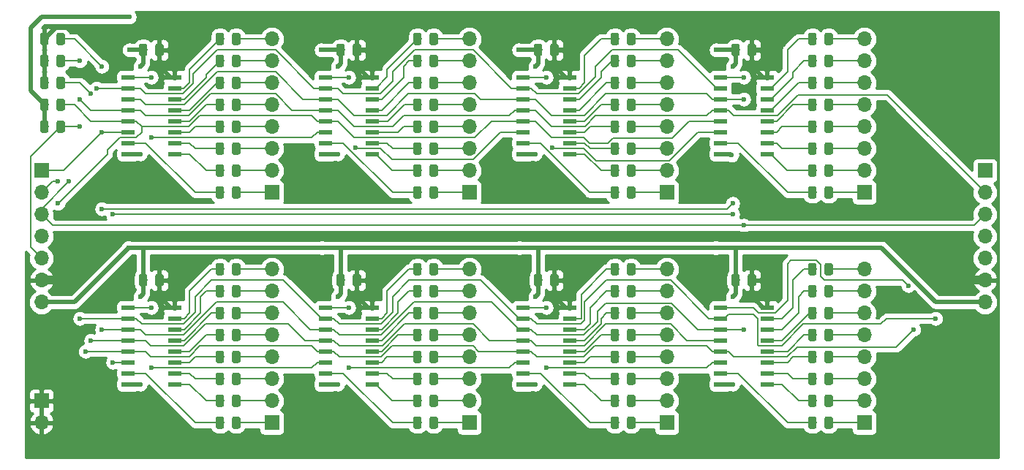
<source format=gbr>
G04 #@! TF.GenerationSoftware,KiCad,Pcbnew,5.1.0-060a0da~80~ubuntu16.04.1*
G04 #@! TF.CreationDate,2019-04-09T13:09:05+02:00*
G04 #@! TF.ProjectId,74HC595 Breakout,37344843-3539-4352-9042-7265616b6f75,rev?*
G04 #@! TF.SameCoordinates,Original*
G04 #@! TF.FileFunction,Copper,L1,Top*
G04 #@! TF.FilePolarity,Positive*
%FSLAX46Y46*%
G04 Gerber Fmt 4.6, Leading zero omitted, Abs format (unit mm)*
G04 Created by KiCad (PCBNEW 5.1.0-060a0da~80~ubuntu16.04.1) date 2019-04-09 13:09:05*
%MOMM*%
%LPD*%
G04 APERTURE LIST*
%ADD10R,1.500000X0.600000*%
%ADD11C,0.100000*%
%ADD12C,0.975000*%
%ADD13O,1.700000X1.700000*%
%ADD14R,1.700000X1.700000*%
%ADD15C,0.600000*%
%ADD16C,0.500000*%
%ADD17C,1.000000*%
%ADD18C,0.200000*%
%ADD19C,0.254000*%
G04 APERTURE END LIST*
D10*
X157320000Y-103505000D03*
X157320000Y-102235000D03*
X157320000Y-100965000D03*
X157320000Y-99695000D03*
X157320000Y-98425000D03*
X157320000Y-97155000D03*
X157320000Y-95885000D03*
X157320000Y-94615000D03*
X162720000Y-94615000D03*
X162720000Y-95885000D03*
X162720000Y-97155000D03*
X162720000Y-98425000D03*
X162720000Y-99695000D03*
X162720000Y-100965000D03*
X162720000Y-102235000D03*
X162720000Y-103505000D03*
X134460000Y-103505000D03*
X134460000Y-102235000D03*
X134460000Y-100965000D03*
X134460000Y-99695000D03*
X134460000Y-98425000D03*
X134460000Y-97155000D03*
X134460000Y-95885000D03*
X134460000Y-94615000D03*
X139860000Y-94615000D03*
X139860000Y-95885000D03*
X139860000Y-97155000D03*
X139860000Y-98425000D03*
X139860000Y-99695000D03*
X139860000Y-100965000D03*
X139860000Y-102235000D03*
X139860000Y-103505000D03*
X111600000Y-103505000D03*
X111600000Y-102235000D03*
X111600000Y-100965000D03*
X111600000Y-99695000D03*
X111600000Y-98425000D03*
X111600000Y-97155000D03*
X111600000Y-95885000D03*
X111600000Y-94615000D03*
X117000000Y-94615000D03*
X117000000Y-95885000D03*
X117000000Y-97155000D03*
X117000000Y-98425000D03*
X117000000Y-99695000D03*
X117000000Y-100965000D03*
X117000000Y-102235000D03*
X117000000Y-103505000D03*
X88740000Y-103505000D03*
X88740000Y-102235000D03*
X88740000Y-100965000D03*
X88740000Y-99695000D03*
X88740000Y-98425000D03*
X88740000Y-97155000D03*
X88740000Y-95885000D03*
X88740000Y-94615000D03*
X94140000Y-94615000D03*
X94140000Y-95885000D03*
X94140000Y-97155000D03*
X94140000Y-98425000D03*
X94140000Y-99695000D03*
X94140000Y-100965000D03*
X94140000Y-102235000D03*
X94140000Y-103505000D03*
X157320000Y-76835000D03*
X157320000Y-75565000D03*
X157320000Y-74295000D03*
X157320000Y-73025000D03*
X157320000Y-71755000D03*
X157320000Y-70485000D03*
X157320000Y-69215000D03*
X157320000Y-67945000D03*
X162720000Y-67945000D03*
X162720000Y-69215000D03*
X162720000Y-70485000D03*
X162720000Y-71755000D03*
X162720000Y-73025000D03*
X162720000Y-74295000D03*
X162720000Y-75565000D03*
X162720000Y-76835000D03*
X134460000Y-76835000D03*
X134460000Y-75565000D03*
X134460000Y-74295000D03*
X134460000Y-73025000D03*
X134460000Y-71755000D03*
X134460000Y-70485000D03*
X134460000Y-69215000D03*
X134460000Y-67945000D03*
X139860000Y-67945000D03*
X139860000Y-69215000D03*
X139860000Y-70485000D03*
X139860000Y-71755000D03*
X139860000Y-73025000D03*
X139860000Y-74295000D03*
X139860000Y-75565000D03*
X139860000Y-76835000D03*
X111600000Y-76835000D03*
X111600000Y-75565000D03*
X111600000Y-74295000D03*
X111600000Y-73025000D03*
X111600000Y-71755000D03*
X111600000Y-70485000D03*
X111600000Y-69215000D03*
X111600000Y-67945000D03*
X117000000Y-67945000D03*
X117000000Y-69215000D03*
X117000000Y-70485000D03*
X117000000Y-71755000D03*
X117000000Y-73025000D03*
X117000000Y-74295000D03*
X117000000Y-75565000D03*
X117000000Y-76835000D03*
X88740000Y-76835000D03*
X88740000Y-75565000D03*
X88740000Y-74295000D03*
X88740000Y-73025000D03*
X88740000Y-71755000D03*
X88740000Y-70485000D03*
X88740000Y-69215000D03*
X88740000Y-67945000D03*
X94140000Y-67945000D03*
X94140000Y-69215000D03*
X94140000Y-70485000D03*
X94140000Y-71755000D03*
X94140000Y-73025000D03*
X94140000Y-74295000D03*
X94140000Y-75565000D03*
X94140000Y-76835000D03*
D11*
G36*
X81215142Y-72961174D02*
G01*
X81238803Y-72964684D01*
X81262007Y-72970496D01*
X81284529Y-72978554D01*
X81306153Y-72988782D01*
X81326670Y-73001079D01*
X81345883Y-73015329D01*
X81363607Y-73031393D01*
X81379671Y-73049117D01*
X81393921Y-73068330D01*
X81406218Y-73088847D01*
X81416446Y-73110471D01*
X81424504Y-73132993D01*
X81430316Y-73156197D01*
X81433826Y-73179858D01*
X81435000Y-73203750D01*
X81435000Y-74116250D01*
X81433826Y-74140142D01*
X81430316Y-74163803D01*
X81424504Y-74187007D01*
X81416446Y-74209529D01*
X81406218Y-74231153D01*
X81393921Y-74251670D01*
X81379671Y-74270883D01*
X81363607Y-74288607D01*
X81345883Y-74304671D01*
X81326670Y-74318921D01*
X81306153Y-74331218D01*
X81284529Y-74341446D01*
X81262007Y-74349504D01*
X81238803Y-74355316D01*
X81215142Y-74358826D01*
X81191250Y-74360000D01*
X80703750Y-74360000D01*
X80679858Y-74358826D01*
X80656197Y-74355316D01*
X80632993Y-74349504D01*
X80610471Y-74341446D01*
X80588847Y-74331218D01*
X80568330Y-74318921D01*
X80549117Y-74304671D01*
X80531393Y-74288607D01*
X80515329Y-74270883D01*
X80501079Y-74251670D01*
X80488782Y-74231153D01*
X80478554Y-74209529D01*
X80470496Y-74187007D01*
X80464684Y-74163803D01*
X80461174Y-74140142D01*
X80460000Y-74116250D01*
X80460000Y-73203750D01*
X80461174Y-73179858D01*
X80464684Y-73156197D01*
X80470496Y-73132993D01*
X80478554Y-73110471D01*
X80488782Y-73088847D01*
X80501079Y-73068330D01*
X80515329Y-73049117D01*
X80531393Y-73031393D01*
X80549117Y-73015329D01*
X80568330Y-73001079D01*
X80588847Y-72988782D01*
X80610471Y-72978554D01*
X80632993Y-72970496D01*
X80656197Y-72964684D01*
X80679858Y-72961174D01*
X80703750Y-72960000D01*
X81191250Y-72960000D01*
X81215142Y-72961174D01*
X81215142Y-72961174D01*
G37*
D12*
X80947500Y-73660000D03*
D11*
G36*
X79340142Y-72961174D02*
G01*
X79363803Y-72964684D01*
X79387007Y-72970496D01*
X79409529Y-72978554D01*
X79431153Y-72988782D01*
X79451670Y-73001079D01*
X79470883Y-73015329D01*
X79488607Y-73031393D01*
X79504671Y-73049117D01*
X79518921Y-73068330D01*
X79531218Y-73088847D01*
X79541446Y-73110471D01*
X79549504Y-73132993D01*
X79555316Y-73156197D01*
X79558826Y-73179858D01*
X79560000Y-73203750D01*
X79560000Y-74116250D01*
X79558826Y-74140142D01*
X79555316Y-74163803D01*
X79549504Y-74187007D01*
X79541446Y-74209529D01*
X79531218Y-74231153D01*
X79518921Y-74251670D01*
X79504671Y-74270883D01*
X79488607Y-74288607D01*
X79470883Y-74304671D01*
X79451670Y-74318921D01*
X79431153Y-74331218D01*
X79409529Y-74341446D01*
X79387007Y-74349504D01*
X79363803Y-74355316D01*
X79340142Y-74358826D01*
X79316250Y-74360000D01*
X78828750Y-74360000D01*
X78804858Y-74358826D01*
X78781197Y-74355316D01*
X78757993Y-74349504D01*
X78735471Y-74341446D01*
X78713847Y-74331218D01*
X78693330Y-74318921D01*
X78674117Y-74304671D01*
X78656393Y-74288607D01*
X78640329Y-74270883D01*
X78626079Y-74251670D01*
X78613782Y-74231153D01*
X78603554Y-74209529D01*
X78595496Y-74187007D01*
X78589684Y-74163803D01*
X78586174Y-74140142D01*
X78585000Y-74116250D01*
X78585000Y-73203750D01*
X78586174Y-73179858D01*
X78589684Y-73156197D01*
X78595496Y-73132993D01*
X78603554Y-73110471D01*
X78613782Y-73088847D01*
X78626079Y-73068330D01*
X78640329Y-73049117D01*
X78656393Y-73031393D01*
X78674117Y-73015329D01*
X78693330Y-73001079D01*
X78713847Y-72988782D01*
X78735471Y-72978554D01*
X78757993Y-72970496D01*
X78781197Y-72964684D01*
X78804858Y-72961174D01*
X78828750Y-72960000D01*
X79316250Y-72960000D01*
X79340142Y-72961174D01*
X79340142Y-72961174D01*
G37*
D12*
X79072500Y-73660000D03*
D11*
G36*
X81215142Y-70421174D02*
G01*
X81238803Y-70424684D01*
X81262007Y-70430496D01*
X81284529Y-70438554D01*
X81306153Y-70448782D01*
X81326670Y-70461079D01*
X81345883Y-70475329D01*
X81363607Y-70491393D01*
X81379671Y-70509117D01*
X81393921Y-70528330D01*
X81406218Y-70548847D01*
X81416446Y-70570471D01*
X81424504Y-70592993D01*
X81430316Y-70616197D01*
X81433826Y-70639858D01*
X81435000Y-70663750D01*
X81435000Y-71576250D01*
X81433826Y-71600142D01*
X81430316Y-71623803D01*
X81424504Y-71647007D01*
X81416446Y-71669529D01*
X81406218Y-71691153D01*
X81393921Y-71711670D01*
X81379671Y-71730883D01*
X81363607Y-71748607D01*
X81345883Y-71764671D01*
X81326670Y-71778921D01*
X81306153Y-71791218D01*
X81284529Y-71801446D01*
X81262007Y-71809504D01*
X81238803Y-71815316D01*
X81215142Y-71818826D01*
X81191250Y-71820000D01*
X80703750Y-71820000D01*
X80679858Y-71818826D01*
X80656197Y-71815316D01*
X80632993Y-71809504D01*
X80610471Y-71801446D01*
X80588847Y-71791218D01*
X80568330Y-71778921D01*
X80549117Y-71764671D01*
X80531393Y-71748607D01*
X80515329Y-71730883D01*
X80501079Y-71711670D01*
X80488782Y-71691153D01*
X80478554Y-71669529D01*
X80470496Y-71647007D01*
X80464684Y-71623803D01*
X80461174Y-71600142D01*
X80460000Y-71576250D01*
X80460000Y-70663750D01*
X80461174Y-70639858D01*
X80464684Y-70616197D01*
X80470496Y-70592993D01*
X80478554Y-70570471D01*
X80488782Y-70548847D01*
X80501079Y-70528330D01*
X80515329Y-70509117D01*
X80531393Y-70491393D01*
X80549117Y-70475329D01*
X80568330Y-70461079D01*
X80588847Y-70448782D01*
X80610471Y-70438554D01*
X80632993Y-70430496D01*
X80656197Y-70424684D01*
X80679858Y-70421174D01*
X80703750Y-70420000D01*
X81191250Y-70420000D01*
X81215142Y-70421174D01*
X81215142Y-70421174D01*
G37*
D12*
X80947500Y-71120000D03*
D11*
G36*
X79340142Y-70421174D02*
G01*
X79363803Y-70424684D01*
X79387007Y-70430496D01*
X79409529Y-70438554D01*
X79431153Y-70448782D01*
X79451670Y-70461079D01*
X79470883Y-70475329D01*
X79488607Y-70491393D01*
X79504671Y-70509117D01*
X79518921Y-70528330D01*
X79531218Y-70548847D01*
X79541446Y-70570471D01*
X79549504Y-70592993D01*
X79555316Y-70616197D01*
X79558826Y-70639858D01*
X79560000Y-70663750D01*
X79560000Y-71576250D01*
X79558826Y-71600142D01*
X79555316Y-71623803D01*
X79549504Y-71647007D01*
X79541446Y-71669529D01*
X79531218Y-71691153D01*
X79518921Y-71711670D01*
X79504671Y-71730883D01*
X79488607Y-71748607D01*
X79470883Y-71764671D01*
X79451670Y-71778921D01*
X79431153Y-71791218D01*
X79409529Y-71801446D01*
X79387007Y-71809504D01*
X79363803Y-71815316D01*
X79340142Y-71818826D01*
X79316250Y-71820000D01*
X78828750Y-71820000D01*
X78804858Y-71818826D01*
X78781197Y-71815316D01*
X78757993Y-71809504D01*
X78735471Y-71801446D01*
X78713847Y-71791218D01*
X78693330Y-71778921D01*
X78674117Y-71764671D01*
X78656393Y-71748607D01*
X78640329Y-71730883D01*
X78626079Y-71711670D01*
X78613782Y-71691153D01*
X78603554Y-71669529D01*
X78595496Y-71647007D01*
X78589684Y-71623803D01*
X78586174Y-71600142D01*
X78585000Y-71576250D01*
X78585000Y-70663750D01*
X78586174Y-70639858D01*
X78589684Y-70616197D01*
X78595496Y-70592993D01*
X78603554Y-70570471D01*
X78613782Y-70548847D01*
X78626079Y-70528330D01*
X78640329Y-70509117D01*
X78656393Y-70491393D01*
X78674117Y-70475329D01*
X78693330Y-70461079D01*
X78713847Y-70448782D01*
X78735471Y-70438554D01*
X78757993Y-70430496D01*
X78781197Y-70424684D01*
X78804858Y-70421174D01*
X78828750Y-70420000D01*
X79316250Y-70420000D01*
X79340142Y-70421174D01*
X79340142Y-70421174D01*
G37*
D12*
X79072500Y-71120000D03*
D11*
G36*
X79340142Y-67881174D02*
G01*
X79363803Y-67884684D01*
X79387007Y-67890496D01*
X79409529Y-67898554D01*
X79431153Y-67908782D01*
X79451670Y-67921079D01*
X79470883Y-67935329D01*
X79488607Y-67951393D01*
X79504671Y-67969117D01*
X79518921Y-67988330D01*
X79531218Y-68008847D01*
X79541446Y-68030471D01*
X79549504Y-68052993D01*
X79555316Y-68076197D01*
X79558826Y-68099858D01*
X79560000Y-68123750D01*
X79560000Y-69036250D01*
X79558826Y-69060142D01*
X79555316Y-69083803D01*
X79549504Y-69107007D01*
X79541446Y-69129529D01*
X79531218Y-69151153D01*
X79518921Y-69171670D01*
X79504671Y-69190883D01*
X79488607Y-69208607D01*
X79470883Y-69224671D01*
X79451670Y-69238921D01*
X79431153Y-69251218D01*
X79409529Y-69261446D01*
X79387007Y-69269504D01*
X79363803Y-69275316D01*
X79340142Y-69278826D01*
X79316250Y-69280000D01*
X78828750Y-69280000D01*
X78804858Y-69278826D01*
X78781197Y-69275316D01*
X78757993Y-69269504D01*
X78735471Y-69261446D01*
X78713847Y-69251218D01*
X78693330Y-69238921D01*
X78674117Y-69224671D01*
X78656393Y-69208607D01*
X78640329Y-69190883D01*
X78626079Y-69171670D01*
X78613782Y-69151153D01*
X78603554Y-69129529D01*
X78595496Y-69107007D01*
X78589684Y-69083803D01*
X78586174Y-69060142D01*
X78585000Y-69036250D01*
X78585000Y-68123750D01*
X78586174Y-68099858D01*
X78589684Y-68076197D01*
X78595496Y-68052993D01*
X78603554Y-68030471D01*
X78613782Y-68008847D01*
X78626079Y-67988330D01*
X78640329Y-67969117D01*
X78656393Y-67951393D01*
X78674117Y-67935329D01*
X78693330Y-67921079D01*
X78713847Y-67908782D01*
X78735471Y-67898554D01*
X78757993Y-67890496D01*
X78781197Y-67884684D01*
X78804858Y-67881174D01*
X78828750Y-67880000D01*
X79316250Y-67880000D01*
X79340142Y-67881174D01*
X79340142Y-67881174D01*
G37*
D12*
X79072500Y-68580000D03*
D11*
G36*
X81215142Y-67881174D02*
G01*
X81238803Y-67884684D01*
X81262007Y-67890496D01*
X81284529Y-67898554D01*
X81306153Y-67908782D01*
X81326670Y-67921079D01*
X81345883Y-67935329D01*
X81363607Y-67951393D01*
X81379671Y-67969117D01*
X81393921Y-67988330D01*
X81406218Y-68008847D01*
X81416446Y-68030471D01*
X81424504Y-68052993D01*
X81430316Y-68076197D01*
X81433826Y-68099858D01*
X81435000Y-68123750D01*
X81435000Y-69036250D01*
X81433826Y-69060142D01*
X81430316Y-69083803D01*
X81424504Y-69107007D01*
X81416446Y-69129529D01*
X81406218Y-69151153D01*
X81393921Y-69171670D01*
X81379671Y-69190883D01*
X81363607Y-69208607D01*
X81345883Y-69224671D01*
X81326670Y-69238921D01*
X81306153Y-69251218D01*
X81284529Y-69261446D01*
X81262007Y-69269504D01*
X81238803Y-69275316D01*
X81215142Y-69278826D01*
X81191250Y-69280000D01*
X80703750Y-69280000D01*
X80679858Y-69278826D01*
X80656197Y-69275316D01*
X80632993Y-69269504D01*
X80610471Y-69261446D01*
X80588847Y-69251218D01*
X80568330Y-69238921D01*
X80549117Y-69224671D01*
X80531393Y-69208607D01*
X80515329Y-69190883D01*
X80501079Y-69171670D01*
X80488782Y-69151153D01*
X80478554Y-69129529D01*
X80470496Y-69107007D01*
X80464684Y-69083803D01*
X80461174Y-69060142D01*
X80460000Y-69036250D01*
X80460000Y-68123750D01*
X80461174Y-68099858D01*
X80464684Y-68076197D01*
X80470496Y-68052993D01*
X80478554Y-68030471D01*
X80488782Y-68008847D01*
X80501079Y-67988330D01*
X80515329Y-67969117D01*
X80531393Y-67951393D01*
X80549117Y-67935329D01*
X80568330Y-67921079D01*
X80588847Y-67908782D01*
X80610471Y-67898554D01*
X80632993Y-67890496D01*
X80656197Y-67884684D01*
X80679858Y-67881174D01*
X80703750Y-67880000D01*
X81191250Y-67880000D01*
X81215142Y-67881174D01*
X81215142Y-67881174D01*
G37*
D12*
X80947500Y-68580000D03*
D11*
G36*
X79340142Y-65341174D02*
G01*
X79363803Y-65344684D01*
X79387007Y-65350496D01*
X79409529Y-65358554D01*
X79431153Y-65368782D01*
X79451670Y-65381079D01*
X79470883Y-65395329D01*
X79488607Y-65411393D01*
X79504671Y-65429117D01*
X79518921Y-65448330D01*
X79531218Y-65468847D01*
X79541446Y-65490471D01*
X79549504Y-65512993D01*
X79555316Y-65536197D01*
X79558826Y-65559858D01*
X79560000Y-65583750D01*
X79560000Y-66496250D01*
X79558826Y-66520142D01*
X79555316Y-66543803D01*
X79549504Y-66567007D01*
X79541446Y-66589529D01*
X79531218Y-66611153D01*
X79518921Y-66631670D01*
X79504671Y-66650883D01*
X79488607Y-66668607D01*
X79470883Y-66684671D01*
X79451670Y-66698921D01*
X79431153Y-66711218D01*
X79409529Y-66721446D01*
X79387007Y-66729504D01*
X79363803Y-66735316D01*
X79340142Y-66738826D01*
X79316250Y-66740000D01*
X78828750Y-66740000D01*
X78804858Y-66738826D01*
X78781197Y-66735316D01*
X78757993Y-66729504D01*
X78735471Y-66721446D01*
X78713847Y-66711218D01*
X78693330Y-66698921D01*
X78674117Y-66684671D01*
X78656393Y-66668607D01*
X78640329Y-66650883D01*
X78626079Y-66631670D01*
X78613782Y-66611153D01*
X78603554Y-66589529D01*
X78595496Y-66567007D01*
X78589684Y-66543803D01*
X78586174Y-66520142D01*
X78585000Y-66496250D01*
X78585000Y-65583750D01*
X78586174Y-65559858D01*
X78589684Y-65536197D01*
X78595496Y-65512993D01*
X78603554Y-65490471D01*
X78613782Y-65468847D01*
X78626079Y-65448330D01*
X78640329Y-65429117D01*
X78656393Y-65411393D01*
X78674117Y-65395329D01*
X78693330Y-65381079D01*
X78713847Y-65368782D01*
X78735471Y-65358554D01*
X78757993Y-65350496D01*
X78781197Y-65344684D01*
X78804858Y-65341174D01*
X78828750Y-65340000D01*
X79316250Y-65340000D01*
X79340142Y-65341174D01*
X79340142Y-65341174D01*
G37*
D12*
X79072500Y-66040000D03*
D11*
G36*
X81215142Y-65341174D02*
G01*
X81238803Y-65344684D01*
X81262007Y-65350496D01*
X81284529Y-65358554D01*
X81306153Y-65368782D01*
X81326670Y-65381079D01*
X81345883Y-65395329D01*
X81363607Y-65411393D01*
X81379671Y-65429117D01*
X81393921Y-65448330D01*
X81406218Y-65468847D01*
X81416446Y-65490471D01*
X81424504Y-65512993D01*
X81430316Y-65536197D01*
X81433826Y-65559858D01*
X81435000Y-65583750D01*
X81435000Y-66496250D01*
X81433826Y-66520142D01*
X81430316Y-66543803D01*
X81424504Y-66567007D01*
X81416446Y-66589529D01*
X81406218Y-66611153D01*
X81393921Y-66631670D01*
X81379671Y-66650883D01*
X81363607Y-66668607D01*
X81345883Y-66684671D01*
X81326670Y-66698921D01*
X81306153Y-66711218D01*
X81284529Y-66721446D01*
X81262007Y-66729504D01*
X81238803Y-66735316D01*
X81215142Y-66738826D01*
X81191250Y-66740000D01*
X80703750Y-66740000D01*
X80679858Y-66738826D01*
X80656197Y-66735316D01*
X80632993Y-66729504D01*
X80610471Y-66721446D01*
X80588847Y-66711218D01*
X80568330Y-66698921D01*
X80549117Y-66684671D01*
X80531393Y-66668607D01*
X80515329Y-66650883D01*
X80501079Y-66631670D01*
X80488782Y-66611153D01*
X80478554Y-66589529D01*
X80470496Y-66567007D01*
X80464684Y-66543803D01*
X80461174Y-66520142D01*
X80460000Y-66496250D01*
X80460000Y-65583750D01*
X80461174Y-65559858D01*
X80464684Y-65536197D01*
X80470496Y-65512993D01*
X80478554Y-65490471D01*
X80488782Y-65468847D01*
X80501079Y-65448330D01*
X80515329Y-65429117D01*
X80531393Y-65411393D01*
X80549117Y-65395329D01*
X80568330Y-65381079D01*
X80588847Y-65368782D01*
X80610471Y-65358554D01*
X80632993Y-65350496D01*
X80656197Y-65344684D01*
X80679858Y-65341174D01*
X80703750Y-65340000D01*
X81191250Y-65340000D01*
X81215142Y-65341174D01*
X81215142Y-65341174D01*
G37*
D12*
X80947500Y-66040000D03*
D11*
G36*
X79340142Y-62801174D02*
G01*
X79363803Y-62804684D01*
X79387007Y-62810496D01*
X79409529Y-62818554D01*
X79431153Y-62828782D01*
X79451670Y-62841079D01*
X79470883Y-62855329D01*
X79488607Y-62871393D01*
X79504671Y-62889117D01*
X79518921Y-62908330D01*
X79531218Y-62928847D01*
X79541446Y-62950471D01*
X79549504Y-62972993D01*
X79555316Y-62996197D01*
X79558826Y-63019858D01*
X79560000Y-63043750D01*
X79560000Y-63956250D01*
X79558826Y-63980142D01*
X79555316Y-64003803D01*
X79549504Y-64027007D01*
X79541446Y-64049529D01*
X79531218Y-64071153D01*
X79518921Y-64091670D01*
X79504671Y-64110883D01*
X79488607Y-64128607D01*
X79470883Y-64144671D01*
X79451670Y-64158921D01*
X79431153Y-64171218D01*
X79409529Y-64181446D01*
X79387007Y-64189504D01*
X79363803Y-64195316D01*
X79340142Y-64198826D01*
X79316250Y-64200000D01*
X78828750Y-64200000D01*
X78804858Y-64198826D01*
X78781197Y-64195316D01*
X78757993Y-64189504D01*
X78735471Y-64181446D01*
X78713847Y-64171218D01*
X78693330Y-64158921D01*
X78674117Y-64144671D01*
X78656393Y-64128607D01*
X78640329Y-64110883D01*
X78626079Y-64091670D01*
X78613782Y-64071153D01*
X78603554Y-64049529D01*
X78595496Y-64027007D01*
X78589684Y-64003803D01*
X78586174Y-63980142D01*
X78585000Y-63956250D01*
X78585000Y-63043750D01*
X78586174Y-63019858D01*
X78589684Y-62996197D01*
X78595496Y-62972993D01*
X78603554Y-62950471D01*
X78613782Y-62928847D01*
X78626079Y-62908330D01*
X78640329Y-62889117D01*
X78656393Y-62871393D01*
X78674117Y-62855329D01*
X78693330Y-62841079D01*
X78713847Y-62828782D01*
X78735471Y-62818554D01*
X78757993Y-62810496D01*
X78781197Y-62804684D01*
X78804858Y-62801174D01*
X78828750Y-62800000D01*
X79316250Y-62800000D01*
X79340142Y-62801174D01*
X79340142Y-62801174D01*
G37*
D12*
X79072500Y-63500000D03*
D11*
G36*
X81215142Y-62801174D02*
G01*
X81238803Y-62804684D01*
X81262007Y-62810496D01*
X81284529Y-62818554D01*
X81306153Y-62828782D01*
X81326670Y-62841079D01*
X81345883Y-62855329D01*
X81363607Y-62871393D01*
X81379671Y-62889117D01*
X81393921Y-62908330D01*
X81406218Y-62928847D01*
X81416446Y-62950471D01*
X81424504Y-62972993D01*
X81430316Y-62996197D01*
X81433826Y-63019858D01*
X81435000Y-63043750D01*
X81435000Y-63956250D01*
X81433826Y-63980142D01*
X81430316Y-64003803D01*
X81424504Y-64027007D01*
X81416446Y-64049529D01*
X81406218Y-64071153D01*
X81393921Y-64091670D01*
X81379671Y-64110883D01*
X81363607Y-64128607D01*
X81345883Y-64144671D01*
X81326670Y-64158921D01*
X81306153Y-64171218D01*
X81284529Y-64181446D01*
X81262007Y-64189504D01*
X81238803Y-64195316D01*
X81215142Y-64198826D01*
X81191250Y-64200000D01*
X80703750Y-64200000D01*
X80679858Y-64198826D01*
X80656197Y-64195316D01*
X80632993Y-64189504D01*
X80610471Y-64181446D01*
X80588847Y-64171218D01*
X80568330Y-64158921D01*
X80549117Y-64144671D01*
X80531393Y-64128607D01*
X80515329Y-64110883D01*
X80501079Y-64091670D01*
X80488782Y-64071153D01*
X80478554Y-64049529D01*
X80470496Y-64027007D01*
X80464684Y-64003803D01*
X80461174Y-63980142D01*
X80460000Y-63956250D01*
X80460000Y-63043750D01*
X80461174Y-63019858D01*
X80464684Y-62996197D01*
X80470496Y-62972993D01*
X80478554Y-62950471D01*
X80488782Y-62928847D01*
X80501079Y-62908330D01*
X80515329Y-62889117D01*
X80531393Y-62871393D01*
X80549117Y-62855329D01*
X80568330Y-62841079D01*
X80588847Y-62828782D01*
X80610471Y-62818554D01*
X80632993Y-62810496D01*
X80656197Y-62804684D01*
X80679858Y-62801174D01*
X80703750Y-62800000D01*
X81191250Y-62800000D01*
X81215142Y-62801174D01*
X81215142Y-62801174D01*
G37*
D12*
X80947500Y-63500000D03*
D11*
G36*
X170115142Y-89471174D02*
G01*
X170138803Y-89474684D01*
X170162007Y-89480496D01*
X170184529Y-89488554D01*
X170206153Y-89498782D01*
X170226670Y-89511079D01*
X170245883Y-89525329D01*
X170263607Y-89541393D01*
X170279671Y-89559117D01*
X170293921Y-89578330D01*
X170306218Y-89598847D01*
X170316446Y-89620471D01*
X170324504Y-89642993D01*
X170330316Y-89666197D01*
X170333826Y-89689858D01*
X170335000Y-89713750D01*
X170335000Y-90626250D01*
X170333826Y-90650142D01*
X170330316Y-90673803D01*
X170324504Y-90697007D01*
X170316446Y-90719529D01*
X170306218Y-90741153D01*
X170293921Y-90761670D01*
X170279671Y-90780883D01*
X170263607Y-90798607D01*
X170245883Y-90814671D01*
X170226670Y-90828921D01*
X170206153Y-90841218D01*
X170184529Y-90851446D01*
X170162007Y-90859504D01*
X170138803Y-90865316D01*
X170115142Y-90868826D01*
X170091250Y-90870000D01*
X169603750Y-90870000D01*
X169579858Y-90868826D01*
X169556197Y-90865316D01*
X169532993Y-90859504D01*
X169510471Y-90851446D01*
X169488847Y-90841218D01*
X169468330Y-90828921D01*
X169449117Y-90814671D01*
X169431393Y-90798607D01*
X169415329Y-90780883D01*
X169401079Y-90761670D01*
X169388782Y-90741153D01*
X169378554Y-90719529D01*
X169370496Y-90697007D01*
X169364684Y-90673803D01*
X169361174Y-90650142D01*
X169360000Y-90626250D01*
X169360000Y-89713750D01*
X169361174Y-89689858D01*
X169364684Y-89666197D01*
X169370496Y-89642993D01*
X169378554Y-89620471D01*
X169388782Y-89598847D01*
X169401079Y-89578330D01*
X169415329Y-89559117D01*
X169431393Y-89541393D01*
X169449117Y-89525329D01*
X169468330Y-89511079D01*
X169488847Y-89498782D01*
X169510471Y-89488554D01*
X169532993Y-89480496D01*
X169556197Y-89474684D01*
X169579858Y-89471174D01*
X169603750Y-89470000D01*
X170091250Y-89470000D01*
X170115142Y-89471174D01*
X170115142Y-89471174D01*
G37*
D12*
X169847500Y-90170000D03*
D11*
G36*
X168240142Y-89471174D02*
G01*
X168263803Y-89474684D01*
X168287007Y-89480496D01*
X168309529Y-89488554D01*
X168331153Y-89498782D01*
X168351670Y-89511079D01*
X168370883Y-89525329D01*
X168388607Y-89541393D01*
X168404671Y-89559117D01*
X168418921Y-89578330D01*
X168431218Y-89598847D01*
X168441446Y-89620471D01*
X168449504Y-89642993D01*
X168455316Y-89666197D01*
X168458826Y-89689858D01*
X168460000Y-89713750D01*
X168460000Y-90626250D01*
X168458826Y-90650142D01*
X168455316Y-90673803D01*
X168449504Y-90697007D01*
X168441446Y-90719529D01*
X168431218Y-90741153D01*
X168418921Y-90761670D01*
X168404671Y-90780883D01*
X168388607Y-90798607D01*
X168370883Y-90814671D01*
X168351670Y-90828921D01*
X168331153Y-90841218D01*
X168309529Y-90851446D01*
X168287007Y-90859504D01*
X168263803Y-90865316D01*
X168240142Y-90868826D01*
X168216250Y-90870000D01*
X167728750Y-90870000D01*
X167704858Y-90868826D01*
X167681197Y-90865316D01*
X167657993Y-90859504D01*
X167635471Y-90851446D01*
X167613847Y-90841218D01*
X167593330Y-90828921D01*
X167574117Y-90814671D01*
X167556393Y-90798607D01*
X167540329Y-90780883D01*
X167526079Y-90761670D01*
X167513782Y-90741153D01*
X167503554Y-90719529D01*
X167495496Y-90697007D01*
X167489684Y-90673803D01*
X167486174Y-90650142D01*
X167485000Y-90626250D01*
X167485000Y-89713750D01*
X167486174Y-89689858D01*
X167489684Y-89666197D01*
X167495496Y-89642993D01*
X167503554Y-89620471D01*
X167513782Y-89598847D01*
X167526079Y-89578330D01*
X167540329Y-89559117D01*
X167556393Y-89541393D01*
X167574117Y-89525329D01*
X167593330Y-89511079D01*
X167613847Y-89498782D01*
X167635471Y-89488554D01*
X167657993Y-89480496D01*
X167681197Y-89474684D01*
X167704858Y-89471174D01*
X167728750Y-89470000D01*
X168216250Y-89470000D01*
X168240142Y-89471174D01*
X168240142Y-89471174D01*
G37*
D12*
X167972500Y-90170000D03*
D11*
G36*
X147255142Y-89471174D02*
G01*
X147278803Y-89474684D01*
X147302007Y-89480496D01*
X147324529Y-89488554D01*
X147346153Y-89498782D01*
X147366670Y-89511079D01*
X147385883Y-89525329D01*
X147403607Y-89541393D01*
X147419671Y-89559117D01*
X147433921Y-89578330D01*
X147446218Y-89598847D01*
X147456446Y-89620471D01*
X147464504Y-89642993D01*
X147470316Y-89666197D01*
X147473826Y-89689858D01*
X147475000Y-89713750D01*
X147475000Y-90626250D01*
X147473826Y-90650142D01*
X147470316Y-90673803D01*
X147464504Y-90697007D01*
X147456446Y-90719529D01*
X147446218Y-90741153D01*
X147433921Y-90761670D01*
X147419671Y-90780883D01*
X147403607Y-90798607D01*
X147385883Y-90814671D01*
X147366670Y-90828921D01*
X147346153Y-90841218D01*
X147324529Y-90851446D01*
X147302007Y-90859504D01*
X147278803Y-90865316D01*
X147255142Y-90868826D01*
X147231250Y-90870000D01*
X146743750Y-90870000D01*
X146719858Y-90868826D01*
X146696197Y-90865316D01*
X146672993Y-90859504D01*
X146650471Y-90851446D01*
X146628847Y-90841218D01*
X146608330Y-90828921D01*
X146589117Y-90814671D01*
X146571393Y-90798607D01*
X146555329Y-90780883D01*
X146541079Y-90761670D01*
X146528782Y-90741153D01*
X146518554Y-90719529D01*
X146510496Y-90697007D01*
X146504684Y-90673803D01*
X146501174Y-90650142D01*
X146500000Y-90626250D01*
X146500000Y-89713750D01*
X146501174Y-89689858D01*
X146504684Y-89666197D01*
X146510496Y-89642993D01*
X146518554Y-89620471D01*
X146528782Y-89598847D01*
X146541079Y-89578330D01*
X146555329Y-89559117D01*
X146571393Y-89541393D01*
X146589117Y-89525329D01*
X146608330Y-89511079D01*
X146628847Y-89498782D01*
X146650471Y-89488554D01*
X146672993Y-89480496D01*
X146696197Y-89474684D01*
X146719858Y-89471174D01*
X146743750Y-89470000D01*
X147231250Y-89470000D01*
X147255142Y-89471174D01*
X147255142Y-89471174D01*
G37*
D12*
X146987500Y-90170000D03*
D11*
G36*
X145380142Y-89471174D02*
G01*
X145403803Y-89474684D01*
X145427007Y-89480496D01*
X145449529Y-89488554D01*
X145471153Y-89498782D01*
X145491670Y-89511079D01*
X145510883Y-89525329D01*
X145528607Y-89541393D01*
X145544671Y-89559117D01*
X145558921Y-89578330D01*
X145571218Y-89598847D01*
X145581446Y-89620471D01*
X145589504Y-89642993D01*
X145595316Y-89666197D01*
X145598826Y-89689858D01*
X145600000Y-89713750D01*
X145600000Y-90626250D01*
X145598826Y-90650142D01*
X145595316Y-90673803D01*
X145589504Y-90697007D01*
X145581446Y-90719529D01*
X145571218Y-90741153D01*
X145558921Y-90761670D01*
X145544671Y-90780883D01*
X145528607Y-90798607D01*
X145510883Y-90814671D01*
X145491670Y-90828921D01*
X145471153Y-90841218D01*
X145449529Y-90851446D01*
X145427007Y-90859504D01*
X145403803Y-90865316D01*
X145380142Y-90868826D01*
X145356250Y-90870000D01*
X144868750Y-90870000D01*
X144844858Y-90868826D01*
X144821197Y-90865316D01*
X144797993Y-90859504D01*
X144775471Y-90851446D01*
X144753847Y-90841218D01*
X144733330Y-90828921D01*
X144714117Y-90814671D01*
X144696393Y-90798607D01*
X144680329Y-90780883D01*
X144666079Y-90761670D01*
X144653782Y-90741153D01*
X144643554Y-90719529D01*
X144635496Y-90697007D01*
X144629684Y-90673803D01*
X144626174Y-90650142D01*
X144625000Y-90626250D01*
X144625000Y-89713750D01*
X144626174Y-89689858D01*
X144629684Y-89666197D01*
X144635496Y-89642993D01*
X144643554Y-89620471D01*
X144653782Y-89598847D01*
X144666079Y-89578330D01*
X144680329Y-89559117D01*
X144696393Y-89541393D01*
X144714117Y-89525329D01*
X144733330Y-89511079D01*
X144753847Y-89498782D01*
X144775471Y-89488554D01*
X144797993Y-89480496D01*
X144821197Y-89474684D01*
X144844858Y-89471174D01*
X144868750Y-89470000D01*
X145356250Y-89470000D01*
X145380142Y-89471174D01*
X145380142Y-89471174D01*
G37*
D12*
X145112500Y-90170000D03*
D11*
G36*
X124395142Y-89471174D02*
G01*
X124418803Y-89474684D01*
X124442007Y-89480496D01*
X124464529Y-89488554D01*
X124486153Y-89498782D01*
X124506670Y-89511079D01*
X124525883Y-89525329D01*
X124543607Y-89541393D01*
X124559671Y-89559117D01*
X124573921Y-89578330D01*
X124586218Y-89598847D01*
X124596446Y-89620471D01*
X124604504Y-89642993D01*
X124610316Y-89666197D01*
X124613826Y-89689858D01*
X124615000Y-89713750D01*
X124615000Y-90626250D01*
X124613826Y-90650142D01*
X124610316Y-90673803D01*
X124604504Y-90697007D01*
X124596446Y-90719529D01*
X124586218Y-90741153D01*
X124573921Y-90761670D01*
X124559671Y-90780883D01*
X124543607Y-90798607D01*
X124525883Y-90814671D01*
X124506670Y-90828921D01*
X124486153Y-90841218D01*
X124464529Y-90851446D01*
X124442007Y-90859504D01*
X124418803Y-90865316D01*
X124395142Y-90868826D01*
X124371250Y-90870000D01*
X123883750Y-90870000D01*
X123859858Y-90868826D01*
X123836197Y-90865316D01*
X123812993Y-90859504D01*
X123790471Y-90851446D01*
X123768847Y-90841218D01*
X123748330Y-90828921D01*
X123729117Y-90814671D01*
X123711393Y-90798607D01*
X123695329Y-90780883D01*
X123681079Y-90761670D01*
X123668782Y-90741153D01*
X123658554Y-90719529D01*
X123650496Y-90697007D01*
X123644684Y-90673803D01*
X123641174Y-90650142D01*
X123640000Y-90626250D01*
X123640000Y-89713750D01*
X123641174Y-89689858D01*
X123644684Y-89666197D01*
X123650496Y-89642993D01*
X123658554Y-89620471D01*
X123668782Y-89598847D01*
X123681079Y-89578330D01*
X123695329Y-89559117D01*
X123711393Y-89541393D01*
X123729117Y-89525329D01*
X123748330Y-89511079D01*
X123768847Y-89498782D01*
X123790471Y-89488554D01*
X123812993Y-89480496D01*
X123836197Y-89474684D01*
X123859858Y-89471174D01*
X123883750Y-89470000D01*
X124371250Y-89470000D01*
X124395142Y-89471174D01*
X124395142Y-89471174D01*
G37*
D12*
X124127500Y-90170000D03*
D11*
G36*
X122520142Y-89471174D02*
G01*
X122543803Y-89474684D01*
X122567007Y-89480496D01*
X122589529Y-89488554D01*
X122611153Y-89498782D01*
X122631670Y-89511079D01*
X122650883Y-89525329D01*
X122668607Y-89541393D01*
X122684671Y-89559117D01*
X122698921Y-89578330D01*
X122711218Y-89598847D01*
X122721446Y-89620471D01*
X122729504Y-89642993D01*
X122735316Y-89666197D01*
X122738826Y-89689858D01*
X122740000Y-89713750D01*
X122740000Y-90626250D01*
X122738826Y-90650142D01*
X122735316Y-90673803D01*
X122729504Y-90697007D01*
X122721446Y-90719529D01*
X122711218Y-90741153D01*
X122698921Y-90761670D01*
X122684671Y-90780883D01*
X122668607Y-90798607D01*
X122650883Y-90814671D01*
X122631670Y-90828921D01*
X122611153Y-90841218D01*
X122589529Y-90851446D01*
X122567007Y-90859504D01*
X122543803Y-90865316D01*
X122520142Y-90868826D01*
X122496250Y-90870000D01*
X122008750Y-90870000D01*
X121984858Y-90868826D01*
X121961197Y-90865316D01*
X121937993Y-90859504D01*
X121915471Y-90851446D01*
X121893847Y-90841218D01*
X121873330Y-90828921D01*
X121854117Y-90814671D01*
X121836393Y-90798607D01*
X121820329Y-90780883D01*
X121806079Y-90761670D01*
X121793782Y-90741153D01*
X121783554Y-90719529D01*
X121775496Y-90697007D01*
X121769684Y-90673803D01*
X121766174Y-90650142D01*
X121765000Y-90626250D01*
X121765000Y-89713750D01*
X121766174Y-89689858D01*
X121769684Y-89666197D01*
X121775496Y-89642993D01*
X121783554Y-89620471D01*
X121793782Y-89598847D01*
X121806079Y-89578330D01*
X121820329Y-89559117D01*
X121836393Y-89541393D01*
X121854117Y-89525329D01*
X121873330Y-89511079D01*
X121893847Y-89498782D01*
X121915471Y-89488554D01*
X121937993Y-89480496D01*
X121961197Y-89474684D01*
X121984858Y-89471174D01*
X122008750Y-89470000D01*
X122496250Y-89470000D01*
X122520142Y-89471174D01*
X122520142Y-89471174D01*
G37*
D12*
X122252500Y-90170000D03*
D11*
G36*
X101535142Y-89471174D02*
G01*
X101558803Y-89474684D01*
X101582007Y-89480496D01*
X101604529Y-89488554D01*
X101626153Y-89498782D01*
X101646670Y-89511079D01*
X101665883Y-89525329D01*
X101683607Y-89541393D01*
X101699671Y-89559117D01*
X101713921Y-89578330D01*
X101726218Y-89598847D01*
X101736446Y-89620471D01*
X101744504Y-89642993D01*
X101750316Y-89666197D01*
X101753826Y-89689858D01*
X101755000Y-89713750D01*
X101755000Y-90626250D01*
X101753826Y-90650142D01*
X101750316Y-90673803D01*
X101744504Y-90697007D01*
X101736446Y-90719529D01*
X101726218Y-90741153D01*
X101713921Y-90761670D01*
X101699671Y-90780883D01*
X101683607Y-90798607D01*
X101665883Y-90814671D01*
X101646670Y-90828921D01*
X101626153Y-90841218D01*
X101604529Y-90851446D01*
X101582007Y-90859504D01*
X101558803Y-90865316D01*
X101535142Y-90868826D01*
X101511250Y-90870000D01*
X101023750Y-90870000D01*
X100999858Y-90868826D01*
X100976197Y-90865316D01*
X100952993Y-90859504D01*
X100930471Y-90851446D01*
X100908847Y-90841218D01*
X100888330Y-90828921D01*
X100869117Y-90814671D01*
X100851393Y-90798607D01*
X100835329Y-90780883D01*
X100821079Y-90761670D01*
X100808782Y-90741153D01*
X100798554Y-90719529D01*
X100790496Y-90697007D01*
X100784684Y-90673803D01*
X100781174Y-90650142D01*
X100780000Y-90626250D01*
X100780000Y-89713750D01*
X100781174Y-89689858D01*
X100784684Y-89666197D01*
X100790496Y-89642993D01*
X100798554Y-89620471D01*
X100808782Y-89598847D01*
X100821079Y-89578330D01*
X100835329Y-89559117D01*
X100851393Y-89541393D01*
X100869117Y-89525329D01*
X100888330Y-89511079D01*
X100908847Y-89498782D01*
X100930471Y-89488554D01*
X100952993Y-89480496D01*
X100976197Y-89474684D01*
X100999858Y-89471174D01*
X101023750Y-89470000D01*
X101511250Y-89470000D01*
X101535142Y-89471174D01*
X101535142Y-89471174D01*
G37*
D12*
X101267500Y-90170000D03*
D11*
G36*
X99660142Y-89471174D02*
G01*
X99683803Y-89474684D01*
X99707007Y-89480496D01*
X99729529Y-89488554D01*
X99751153Y-89498782D01*
X99771670Y-89511079D01*
X99790883Y-89525329D01*
X99808607Y-89541393D01*
X99824671Y-89559117D01*
X99838921Y-89578330D01*
X99851218Y-89598847D01*
X99861446Y-89620471D01*
X99869504Y-89642993D01*
X99875316Y-89666197D01*
X99878826Y-89689858D01*
X99880000Y-89713750D01*
X99880000Y-90626250D01*
X99878826Y-90650142D01*
X99875316Y-90673803D01*
X99869504Y-90697007D01*
X99861446Y-90719529D01*
X99851218Y-90741153D01*
X99838921Y-90761670D01*
X99824671Y-90780883D01*
X99808607Y-90798607D01*
X99790883Y-90814671D01*
X99771670Y-90828921D01*
X99751153Y-90841218D01*
X99729529Y-90851446D01*
X99707007Y-90859504D01*
X99683803Y-90865316D01*
X99660142Y-90868826D01*
X99636250Y-90870000D01*
X99148750Y-90870000D01*
X99124858Y-90868826D01*
X99101197Y-90865316D01*
X99077993Y-90859504D01*
X99055471Y-90851446D01*
X99033847Y-90841218D01*
X99013330Y-90828921D01*
X98994117Y-90814671D01*
X98976393Y-90798607D01*
X98960329Y-90780883D01*
X98946079Y-90761670D01*
X98933782Y-90741153D01*
X98923554Y-90719529D01*
X98915496Y-90697007D01*
X98909684Y-90673803D01*
X98906174Y-90650142D01*
X98905000Y-90626250D01*
X98905000Y-89713750D01*
X98906174Y-89689858D01*
X98909684Y-89666197D01*
X98915496Y-89642993D01*
X98923554Y-89620471D01*
X98933782Y-89598847D01*
X98946079Y-89578330D01*
X98960329Y-89559117D01*
X98976393Y-89541393D01*
X98994117Y-89525329D01*
X99013330Y-89511079D01*
X99033847Y-89498782D01*
X99055471Y-89488554D01*
X99077993Y-89480496D01*
X99101197Y-89474684D01*
X99124858Y-89471174D01*
X99148750Y-89470000D01*
X99636250Y-89470000D01*
X99660142Y-89471174D01*
X99660142Y-89471174D01*
G37*
D12*
X99392500Y-90170000D03*
D11*
G36*
X170115142Y-92011174D02*
G01*
X170138803Y-92014684D01*
X170162007Y-92020496D01*
X170184529Y-92028554D01*
X170206153Y-92038782D01*
X170226670Y-92051079D01*
X170245883Y-92065329D01*
X170263607Y-92081393D01*
X170279671Y-92099117D01*
X170293921Y-92118330D01*
X170306218Y-92138847D01*
X170316446Y-92160471D01*
X170324504Y-92182993D01*
X170330316Y-92206197D01*
X170333826Y-92229858D01*
X170335000Y-92253750D01*
X170335000Y-93166250D01*
X170333826Y-93190142D01*
X170330316Y-93213803D01*
X170324504Y-93237007D01*
X170316446Y-93259529D01*
X170306218Y-93281153D01*
X170293921Y-93301670D01*
X170279671Y-93320883D01*
X170263607Y-93338607D01*
X170245883Y-93354671D01*
X170226670Y-93368921D01*
X170206153Y-93381218D01*
X170184529Y-93391446D01*
X170162007Y-93399504D01*
X170138803Y-93405316D01*
X170115142Y-93408826D01*
X170091250Y-93410000D01*
X169603750Y-93410000D01*
X169579858Y-93408826D01*
X169556197Y-93405316D01*
X169532993Y-93399504D01*
X169510471Y-93391446D01*
X169488847Y-93381218D01*
X169468330Y-93368921D01*
X169449117Y-93354671D01*
X169431393Y-93338607D01*
X169415329Y-93320883D01*
X169401079Y-93301670D01*
X169388782Y-93281153D01*
X169378554Y-93259529D01*
X169370496Y-93237007D01*
X169364684Y-93213803D01*
X169361174Y-93190142D01*
X169360000Y-93166250D01*
X169360000Y-92253750D01*
X169361174Y-92229858D01*
X169364684Y-92206197D01*
X169370496Y-92182993D01*
X169378554Y-92160471D01*
X169388782Y-92138847D01*
X169401079Y-92118330D01*
X169415329Y-92099117D01*
X169431393Y-92081393D01*
X169449117Y-92065329D01*
X169468330Y-92051079D01*
X169488847Y-92038782D01*
X169510471Y-92028554D01*
X169532993Y-92020496D01*
X169556197Y-92014684D01*
X169579858Y-92011174D01*
X169603750Y-92010000D01*
X170091250Y-92010000D01*
X170115142Y-92011174D01*
X170115142Y-92011174D01*
G37*
D12*
X169847500Y-92710000D03*
D11*
G36*
X168240142Y-92011174D02*
G01*
X168263803Y-92014684D01*
X168287007Y-92020496D01*
X168309529Y-92028554D01*
X168331153Y-92038782D01*
X168351670Y-92051079D01*
X168370883Y-92065329D01*
X168388607Y-92081393D01*
X168404671Y-92099117D01*
X168418921Y-92118330D01*
X168431218Y-92138847D01*
X168441446Y-92160471D01*
X168449504Y-92182993D01*
X168455316Y-92206197D01*
X168458826Y-92229858D01*
X168460000Y-92253750D01*
X168460000Y-93166250D01*
X168458826Y-93190142D01*
X168455316Y-93213803D01*
X168449504Y-93237007D01*
X168441446Y-93259529D01*
X168431218Y-93281153D01*
X168418921Y-93301670D01*
X168404671Y-93320883D01*
X168388607Y-93338607D01*
X168370883Y-93354671D01*
X168351670Y-93368921D01*
X168331153Y-93381218D01*
X168309529Y-93391446D01*
X168287007Y-93399504D01*
X168263803Y-93405316D01*
X168240142Y-93408826D01*
X168216250Y-93410000D01*
X167728750Y-93410000D01*
X167704858Y-93408826D01*
X167681197Y-93405316D01*
X167657993Y-93399504D01*
X167635471Y-93391446D01*
X167613847Y-93381218D01*
X167593330Y-93368921D01*
X167574117Y-93354671D01*
X167556393Y-93338607D01*
X167540329Y-93320883D01*
X167526079Y-93301670D01*
X167513782Y-93281153D01*
X167503554Y-93259529D01*
X167495496Y-93237007D01*
X167489684Y-93213803D01*
X167486174Y-93190142D01*
X167485000Y-93166250D01*
X167485000Y-92253750D01*
X167486174Y-92229858D01*
X167489684Y-92206197D01*
X167495496Y-92182993D01*
X167503554Y-92160471D01*
X167513782Y-92138847D01*
X167526079Y-92118330D01*
X167540329Y-92099117D01*
X167556393Y-92081393D01*
X167574117Y-92065329D01*
X167593330Y-92051079D01*
X167613847Y-92038782D01*
X167635471Y-92028554D01*
X167657993Y-92020496D01*
X167681197Y-92014684D01*
X167704858Y-92011174D01*
X167728750Y-92010000D01*
X168216250Y-92010000D01*
X168240142Y-92011174D01*
X168240142Y-92011174D01*
G37*
D12*
X167972500Y-92710000D03*
D11*
G36*
X147255142Y-92011174D02*
G01*
X147278803Y-92014684D01*
X147302007Y-92020496D01*
X147324529Y-92028554D01*
X147346153Y-92038782D01*
X147366670Y-92051079D01*
X147385883Y-92065329D01*
X147403607Y-92081393D01*
X147419671Y-92099117D01*
X147433921Y-92118330D01*
X147446218Y-92138847D01*
X147456446Y-92160471D01*
X147464504Y-92182993D01*
X147470316Y-92206197D01*
X147473826Y-92229858D01*
X147475000Y-92253750D01*
X147475000Y-93166250D01*
X147473826Y-93190142D01*
X147470316Y-93213803D01*
X147464504Y-93237007D01*
X147456446Y-93259529D01*
X147446218Y-93281153D01*
X147433921Y-93301670D01*
X147419671Y-93320883D01*
X147403607Y-93338607D01*
X147385883Y-93354671D01*
X147366670Y-93368921D01*
X147346153Y-93381218D01*
X147324529Y-93391446D01*
X147302007Y-93399504D01*
X147278803Y-93405316D01*
X147255142Y-93408826D01*
X147231250Y-93410000D01*
X146743750Y-93410000D01*
X146719858Y-93408826D01*
X146696197Y-93405316D01*
X146672993Y-93399504D01*
X146650471Y-93391446D01*
X146628847Y-93381218D01*
X146608330Y-93368921D01*
X146589117Y-93354671D01*
X146571393Y-93338607D01*
X146555329Y-93320883D01*
X146541079Y-93301670D01*
X146528782Y-93281153D01*
X146518554Y-93259529D01*
X146510496Y-93237007D01*
X146504684Y-93213803D01*
X146501174Y-93190142D01*
X146500000Y-93166250D01*
X146500000Y-92253750D01*
X146501174Y-92229858D01*
X146504684Y-92206197D01*
X146510496Y-92182993D01*
X146518554Y-92160471D01*
X146528782Y-92138847D01*
X146541079Y-92118330D01*
X146555329Y-92099117D01*
X146571393Y-92081393D01*
X146589117Y-92065329D01*
X146608330Y-92051079D01*
X146628847Y-92038782D01*
X146650471Y-92028554D01*
X146672993Y-92020496D01*
X146696197Y-92014684D01*
X146719858Y-92011174D01*
X146743750Y-92010000D01*
X147231250Y-92010000D01*
X147255142Y-92011174D01*
X147255142Y-92011174D01*
G37*
D12*
X146987500Y-92710000D03*
D11*
G36*
X145380142Y-92011174D02*
G01*
X145403803Y-92014684D01*
X145427007Y-92020496D01*
X145449529Y-92028554D01*
X145471153Y-92038782D01*
X145491670Y-92051079D01*
X145510883Y-92065329D01*
X145528607Y-92081393D01*
X145544671Y-92099117D01*
X145558921Y-92118330D01*
X145571218Y-92138847D01*
X145581446Y-92160471D01*
X145589504Y-92182993D01*
X145595316Y-92206197D01*
X145598826Y-92229858D01*
X145600000Y-92253750D01*
X145600000Y-93166250D01*
X145598826Y-93190142D01*
X145595316Y-93213803D01*
X145589504Y-93237007D01*
X145581446Y-93259529D01*
X145571218Y-93281153D01*
X145558921Y-93301670D01*
X145544671Y-93320883D01*
X145528607Y-93338607D01*
X145510883Y-93354671D01*
X145491670Y-93368921D01*
X145471153Y-93381218D01*
X145449529Y-93391446D01*
X145427007Y-93399504D01*
X145403803Y-93405316D01*
X145380142Y-93408826D01*
X145356250Y-93410000D01*
X144868750Y-93410000D01*
X144844858Y-93408826D01*
X144821197Y-93405316D01*
X144797993Y-93399504D01*
X144775471Y-93391446D01*
X144753847Y-93381218D01*
X144733330Y-93368921D01*
X144714117Y-93354671D01*
X144696393Y-93338607D01*
X144680329Y-93320883D01*
X144666079Y-93301670D01*
X144653782Y-93281153D01*
X144643554Y-93259529D01*
X144635496Y-93237007D01*
X144629684Y-93213803D01*
X144626174Y-93190142D01*
X144625000Y-93166250D01*
X144625000Y-92253750D01*
X144626174Y-92229858D01*
X144629684Y-92206197D01*
X144635496Y-92182993D01*
X144643554Y-92160471D01*
X144653782Y-92138847D01*
X144666079Y-92118330D01*
X144680329Y-92099117D01*
X144696393Y-92081393D01*
X144714117Y-92065329D01*
X144733330Y-92051079D01*
X144753847Y-92038782D01*
X144775471Y-92028554D01*
X144797993Y-92020496D01*
X144821197Y-92014684D01*
X144844858Y-92011174D01*
X144868750Y-92010000D01*
X145356250Y-92010000D01*
X145380142Y-92011174D01*
X145380142Y-92011174D01*
G37*
D12*
X145112500Y-92710000D03*
D11*
G36*
X124395142Y-92011174D02*
G01*
X124418803Y-92014684D01*
X124442007Y-92020496D01*
X124464529Y-92028554D01*
X124486153Y-92038782D01*
X124506670Y-92051079D01*
X124525883Y-92065329D01*
X124543607Y-92081393D01*
X124559671Y-92099117D01*
X124573921Y-92118330D01*
X124586218Y-92138847D01*
X124596446Y-92160471D01*
X124604504Y-92182993D01*
X124610316Y-92206197D01*
X124613826Y-92229858D01*
X124615000Y-92253750D01*
X124615000Y-93166250D01*
X124613826Y-93190142D01*
X124610316Y-93213803D01*
X124604504Y-93237007D01*
X124596446Y-93259529D01*
X124586218Y-93281153D01*
X124573921Y-93301670D01*
X124559671Y-93320883D01*
X124543607Y-93338607D01*
X124525883Y-93354671D01*
X124506670Y-93368921D01*
X124486153Y-93381218D01*
X124464529Y-93391446D01*
X124442007Y-93399504D01*
X124418803Y-93405316D01*
X124395142Y-93408826D01*
X124371250Y-93410000D01*
X123883750Y-93410000D01*
X123859858Y-93408826D01*
X123836197Y-93405316D01*
X123812993Y-93399504D01*
X123790471Y-93391446D01*
X123768847Y-93381218D01*
X123748330Y-93368921D01*
X123729117Y-93354671D01*
X123711393Y-93338607D01*
X123695329Y-93320883D01*
X123681079Y-93301670D01*
X123668782Y-93281153D01*
X123658554Y-93259529D01*
X123650496Y-93237007D01*
X123644684Y-93213803D01*
X123641174Y-93190142D01*
X123640000Y-93166250D01*
X123640000Y-92253750D01*
X123641174Y-92229858D01*
X123644684Y-92206197D01*
X123650496Y-92182993D01*
X123658554Y-92160471D01*
X123668782Y-92138847D01*
X123681079Y-92118330D01*
X123695329Y-92099117D01*
X123711393Y-92081393D01*
X123729117Y-92065329D01*
X123748330Y-92051079D01*
X123768847Y-92038782D01*
X123790471Y-92028554D01*
X123812993Y-92020496D01*
X123836197Y-92014684D01*
X123859858Y-92011174D01*
X123883750Y-92010000D01*
X124371250Y-92010000D01*
X124395142Y-92011174D01*
X124395142Y-92011174D01*
G37*
D12*
X124127500Y-92710000D03*
D11*
G36*
X122520142Y-92011174D02*
G01*
X122543803Y-92014684D01*
X122567007Y-92020496D01*
X122589529Y-92028554D01*
X122611153Y-92038782D01*
X122631670Y-92051079D01*
X122650883Y-92065329D01*
X122668607Y-92081393D01*
X122684671Y-92099117D01*
X122698921Y-92118330D01*
X122711218Y-92138847D01*
X122721446Y-92160471D01*
X122729504Y-92182993D01*
X122735316Y-92206197D01*
X122738826Y-92229858D01*
X122740000Y-92253750D01*
X122740000Y-93166250D01*
X122738826Y-93190142D01*
X122735316Y-93213803D01*
X122729504Y-93237007D01*
X122721446Y-93259529D01*
X122711218Y-93281153D01*
X122698921Y-93301670D01*
X122684671Y-93320883D01*
X122668607Y-93338607D01*
X122650883Y-93354671D01*
X122631670Y-93368921D01*
X122611153Y-93381218D01*
X122589529Y-93391446D01*
X122567007Y-93399504D01*
X122543803Y-93405316D01*
X122520142Y-93408826D01*
X122496250Y-93410000D01*
X122008750Y-93410000D01*
X121984858Y-93408826D01*
X121961197Y-93405316D01*
X121937993Y-93399504D01*
X121915471Y-93391446D01*
X121893847Y-93381218D01*
X121873330Y-93368921D01*
X121854117Y-93354671D01*
X121836393Y-93338607D01*
X121820329Y-93320883D01*
X121806079Y-93301670D01*
X121793782Y-93281153D01*
X121783554Y-93259529D01*
X121775496Y-93237007D01*
X121769684Y-93213803D01*
X121766174Y-93190142D01*
X121765000Y-93166250D01*
X121765000Y-92253750D01*
X121766174Y-92229858D01*
X121769684Y-92206197D01*
X121775496Y-92182993D01*
X121783554Y-92160471D01*
X121793782Y-92138847D01*
X121806079Y-92118330D01*
X121820329Y-92099117D01*
X121836393Y-92081393D01*
X121854117Y-92065329D01*
X121873330Y-92051079D01*
X121893847Y-92038782D01*
X121915471Y-92028554D01*
X121937993Y-92020496D01*
X121961197Y-92014684D01*
X121984858Y-92011174D01*
X122008750Y-92010000D01*
X122496250Y-92010000D01*
X122520142Y-92011174D01*
X122520142Y-92011174D01*
G37*
D12*
X122252500Y-92710000D03*
D11*
G36*
X101535142Y-92011174D02*
G01*
X101558803Y-92014684D01*
X101582007Y-92020496D01*
X101604529Y-92028554D01*
X101626153Y-92038782D01*
X101646670Y-92051079D01*
X101665883Y-92065329D01*
X101683607Y-92081393D01*
X101699671Y-92099117D01*
X101713921Y-92118330D01*
X101726218Y-92138847D01*
X101736446Y-92160471D01*
X101744504Y-92182993D01*
X101750316Y-92206197D01*
X101753826Y-92229858D01*
X101755000Y-92253750D01*
X101755000Y-93166250D01*
X101753826Y-93190142D01*
X101750316Y-93213803D01*
X101744504Y-93237007D01*
X101736446Y-93259529D01*
X101726218Y-93281153D01*
X101713921Y-93301670D01*
X101699671Y-93320883D01*
X101683607Y-93338607D01*
X101665883Y-93354671D01*
X101646670Y-93368921D01*
X101626153Y-93381218D01*
X101604529Y-93391446D01*
X101582007Y-93399504D01*
X101558803Y-93405316D01*
X101535142Y-93408826D01*
X101511250Y-93410000D01*
X101023750Y-93410000D01*
X100999858Y-93408826D01*
X100976197Y-93405316D01*
X100952993Y-93399504D01*
X100930471Y-93391446D01*
X100908847Y-93381218D01*
X100888330Y-93368921D01*
X100869117Y-93354671D01*
X100851393Y-93338607D01*
X100835329Y-93320883D01*
X100821079Y-93301670D01*
X100808782Y-93281153D01*
X100798554Y-93259529D01*
X100790496Y-93237007D01*
X100784684Y-93213803D01*
X100781174Y-93190142D01*
X100780000Y-93166250D01*
X100780000Y-92253750D01*
X100781174Y-92229858D01*
X100784684Y-92206197D01*
X100790496Y-92182993D01*
X100798554Y-92160471D01*
X100808782Y-92138847D01*
X100821079Y-92118330D01*
X100835329Y-92099117D01*
X100851393Y-92081393D01*
X100869117Y-92065329D01*
X100888330Y-92051079D01*
X100908847Y-92038782D01*
X100930471Y-92028554D01*
X100952993Y-92020496D01*
X100976197Y-92014684D01*
X100999858Y-92011174D01*
X101023750Y-92010000D01*
X101511250Y-92010000D01*
X101535142Y-92011174D01*
X101535142Y-92011174D01*
G37*
D12*
X101267500Y-92710000D03*
D11*
G36*
X99660142Y-92011174D02*
G01*
X99683803Y-92014684D01*
X99707007Y-92020496D01*
X99729529Y-92028554D01*
X99751153Y-92038782D01*
X99771670Y-92051079D01*
X99790883Y-92065329D01*
X99808607Y-92081393D01*
X99824671Y-92099117D01*
X99838921Y-92118330D01*
X99851218Y-92138847D01*
X99861446Y-92160471D01*
X99869504Y-92182993D01*
X99875316Y-92206197D01*
X99878826Y-92229858D01*
X99880000Y-92253750D01*
X99880000Y-93166250D01*
X99878826Y-93190142D01*
X99875316Y-93213803D01*
X99869504Y-93237007D01*
X99861446Y-93259529D01*
X99851218Y-93281153D01*
X99838921Y-93301670D01*
X99824671Y-93320883D01*
X99808607Y-93338607D01*
X99790883Y-93354671D01*
X99771670Y-93368921D01*
X99751153Y-93381218D01*
X99729529Y-93391446D01*
X99707007Y-93399504D01*
X99683803Y-93405316D01*
X99660142Y-93408826D01*
X99636250Y-93410000D01*
X99148750Y-93410000D01*
X99124858Y-93408826D01*
X99101197Y-93405316D01*
X99077993Y-93399504D01*
X99055471Y-93391446D01*
X99033847Y-93381218D01*
X99013330Y-93368921D01*
X98994117Y-93354671D01*
X98976393Y-93338607D01*
X98960329Y-93320883D01*
X98946079Y-93301670D01*
X98933782Y-93281153D01*
X98923554Y-93259529D01*
X98915496Y-93237007D01*
X98909684Y-93213803D01*
X98906174Y-93190142D01*
X98905000Y-93166250D01*
X98905000Y-92253750D01*
X98906174Y-92229858D01*
X98909684Y-92206197D01*
X98915496Y-92182993D01*
X98923554Y-92160471D01*
X98933782Y-92138847D01*
X98946079Y-92118330D01*
X98960329Y-92099117D01*
X98976393Y-92081393D01*
X98994117Y-92065329D01*
X99013330Y-92051079D01*
X99033847Y-92038782D01*
X99055471Y-92028554D01*
X99077993Y-92020496D01*
X99101197Y-92014684D01*
X99124858Y-92011174D01*
X99148750Y-92010000D01*
X99636250Y-92010000D01*
X99660142Y-92011174D01*
X99660142Y-92011174D01*
G37*
D12*
X99392500Y-92710000D03*
D11*
G36*
X170115142Y-94551174D02*
G01*
X170138803Y-94554684D01*
X170162007Y-94560496D01*
X170184529Y-94568554D01*
X170206153Y-94578782D01*
X170226670Y-94591079D01*
X170245883Y-94605329D01*
X170263607Y-94621393D01*
X170279671Y-94639117D01*
X170293921Y-94658330D01*
X170306218Y-94678847D01*
X170316446Y-94700471D01*
X170324504Y-94722993D01*
X170330316Y-94746197D01*
X170333826Y-94769858D01*
X170335000Y-94793750D01*
X170335000Y-95706250D01*
X170333826Y-95730142D01*
X170330316Y-95753803D01*
X170324504Y-95777007D01*
X170316446Y-95799529D01*
X170306218Y-95821153D01*
X170293921Y-95841670D01*
X170279671Y-95860883D01*
X170263607Y-95878607D01*
X170245883Y-95894671D01*
X170226670Y-95908921D01*
X170206153Y-95921218D01*
X170184529Y-95931446D01*
X170162007Y-95939504D01*
X170138803Y-95945316D01*
X170115142Y-95948826D01*
X170091250Y-95950000D01*
X169603750Y-95950000D01*
X169579858Y-95948826D01*
X169556197Y-95945316D01*
X169532993Y-95939504D01*
X169510471Y-95931446D01*
X169488847Y-95921218D01*
X169468330Y-95908921D01*
X169449117Y-95894671D01*
X169431393Y-95878607D01*
X169415329Y-95860883D01*
X169401079Y-95841670D01*
X169388782Y-95821153D01*
X169378554Y-95799529D01*
X169370496Y-95777007D01*
X169364684Y-95753803D01*
X169361174Y-95730142D01*
X169360000Y-95706250D01*
X169360000Y-94793750D01*
X169361174Y-94769858D01*
X169364684Y-94746197D01*
X169370496Y-94722993D01*
X169378554Y-94700471D01*
X169388782Y-94678847D01*
X169401079Y-94658330D01*
X169415329Y-94639117D01*
X169431393Y-94621393D01*
X169449117Y-94605329D01*
X169468330Y-94591079D01*
X169488847Y-94578782D01*
X169510471Y-94568554D01*
X169532993Y-94560496D01*
X169556197Y-94554684D01*
X169579858Y-94551174D01*
X169603750Y-94550000D01*
X170091250Y-94550000D01*
X170115142Y-94551174D01*
X170115142Y-94551174D01*
G37*
D12*
X169847500Y-95250000D03*
D11*
G36*
X168240142Y-94551174D02*
G01*
X168263803Y-94554684D01*
X168287007Y-94560496D01*
X168309529Y-94568554D01*
X168331153Y-94578782D01*
X168351670Y-94591079D01*
X168370883Y-94605329D01*
X168388607Y-94621393D01*
X168404671Y-94639117D01*
X168418921Y-94658330D01*
X168431218Y-94678847D01*
X168441446Y-94700471D01*
X168449504Y-94722993D01*
X168455316Y-94746197D01*
X168458826Y-94769858D01*
X168460000Y-94793750D01*
X168460000Y-95706250D01*
X168458826Y-95730142D01*
X168455316Y-95753803D01*
X168449504Y-95777007D01*
X168441446Y-95799529D01*
X168431218Y-95821153D01*
X168418921Y-95841670D01*
X168404671Y-95860883D01*
X168388607Y-95878607D01*
X168370883Y-95894671D01*
X168351670Y-95908921D01*
X168331153Y-95921218D01*
X168309529Y-95931446D01*
X168287007Y-95939504D01*
X168263803Y-95945316D01*
X168240142Y-95948826D01*
X168216250Y-95950000D01*
X167728750Y-95950000D01*
X167704858Y-95948826D01*
X167681197Y-95945316D01*
X167657993Y-95939504D01*
X167635471Y-95931446D01*
X167613847Y-95921218D01*
X167593330Y-95908921D01*
X167574117Y-95894671D01*
X167556393Y-95878607D01*
X167540329Y-95860883D01*
X167526079Y-95841670D01*
X167513782Y-95821153D01*
X167503554Y-95799529D01*
X167495496Y-95777007D01*
X167489684Y-95753803D01*
X167486174Y-95730142D01*
X167485000Y-95706250D01*
X167485000Y-94793750D01*
X167486174Y-94769858D01*
X167489684Y-94746197D01*
X167495496Y-94722993D01*
X167503554Y-94700471D01*
X167513782Y-94678847D01*
X167526079Y-94658330D01*
X167540329Y-94639117D01*
X167556393Y-94621393D01*
X167574117Y-94605329D01*
X167593330Y-94591079D01*
X167613847Y-94578782D01*
X167635471Y-94568554D01*
X167657993Y-94560496D01*
X167681197Y-94554684D01*
X167704858Y-94551174D01*
X167728750Y-94550000D01*
X168216250Y-94550000D01*
X168240142Y-94551174D01*
X168240142Y-94551174D01*
G37*
D12*
X167972500Y-95250000D03*
D11*
G36*
X147255142Y-94551174D02*
G01*
X147278803Y-94554684D01*
X147302007Y-94560496D01*
X147324529Y-94568554D01*
X147346153Y-94578782D01*
X147366670Y-94591079D01*
X147385883Y-94605329D01*
X147403607Y-94621393D01*
X147419671Y-94639117D01*
X147433921Y-94658330D01*
X147446218Y-94678847D01*
X147456446Y-94700471D01*
X147464504Y-94722993D01*
X147470316Y-94746197D01*
X147473826Y-94769858D01*
X147475000Y-94793750D01*
X147475000Y-95706250D01*
X147473826Y-95730142D01*
X147470316Y-95753803D01*
X147464504Y-95777007D01*
X147456446Y-95799529D01*
X147446218Y-95821153D01*
X147433921Y-95841670D01*
X147419671Y-95860883D01*
X147403607Y-95878607D01*
X147385883Y-95894671D01*
X147366670Y-95908921D01*
X147346153Y-95921218D01*
X147324529Y-95931446D01*
X147302007Y-95939504D01*
X147278803Y-95945316D01*
X147255142Y-95948826D01*
X147231250Y-95950000D01*
X146743750Y-95950000D01*
X146719858Y-95948826D01*
X146696197Y-95945316D01*
X146672993Y-95939504D01*
X146650471Y-95931446D01*
X146628847Y-95921218D01*
X146608330Y-95908921D01*
X146589117Y-95894671D01*
X146571393Y-95878607D01*
X146555329Y-95860883D01*
X146541079Y-95841670D01*
X146528782Y-95821153D01*
X146518554Y-95799529D01*
X146510496Y-95777007D01*
X146504684Y-95753803D01*
X146501174Y-95730142D01*
X146500000Y-95706250D01*
X146500000Y-94793750D01*
X146501174Y-94769858D01*
X146504684Y-94746197D01*
X146510496Y-94722993D01*
X146518554Y-94700471D01*
X146528782Y-94678847D01*
X146541079Y-94658330D01*
X146555329Y-94639117D01*
X146571393Y-94621393D01*
X146589117Y-94605329D01*
X146608330Y-94591079D01*
X146628847Y-94578782D01*
X146650471Y-94568554D01*
X146672993Y-94560496D01*
X146696197Y-94554684D01*
X146719858Y-94551174D01*
X146743750Y-94550000D01*
X147231250Y-94550000D01*
X147255142Y-94551174D01*
X147255142Y-94551174D01*
G37*
D12*
X146987500Y-95250000D03*
D11*
G36*
X145380142Y-94551174D02*
G01*
X145403803Y-94554684D01*
X145427007Y-94560496D01*
X145449529Y-94568554D01*
X145471153Y-94578782D01*
X145491670Y-94591079D01*
X145510883Y-94605329D01*
X145528607Y-94621393D01*
X145544671Y-94639117D01*
X145558921Y-94658330D01*
X145571218Y-94678847D01*
X145581446Y-94700471D01*
X145589504Y-94722993D01*
X145595316Y-94746197D01*
X145598826Y-94769858D01*
X145600000Y-94793750D01*
X145600000Y-95706250D01*
X145598826Y-95730142D01*
X145595316Y-95753803D01*
X145589504Y-95777007D01*
X145581446Y-95799529D01*
X145571218Y-95821153D01*
X145558921Y-95841670D01*
X145544671Y-95860883D01*
X145528607Y-95878607D01*
X145510883Y-95894671D01*
X145491670Y-95908921D01*
X145471153Y-95921218D01*
X145449529Y-95931446D01*
X145427007Y-95939504D01*
X145403803Y-95945316D01*
X145380142Y-95948826D01*
X145356250Y-95950000D01*
X144868750Y-95950000D01*
X144844858Y-95948826D01*
X144821197Y-95945316D01*
X144797993Y-95939504D01*
X144775471Y-95931446D01*
X144753847Y-95921218D01*
X144733330Y-95908921D01*
X144714117Y-95894671D01*
X144696393Y-95878607D01*
X144680329Y-95860883D01*
X144666079Y-95841670D01*
X144653782Y-95821153D01*
X144643554Y-95799529D01*
X144635496Y-95777007D01*
X144629684Y-95753803D01*
X144626174Y-95730142D01*
X144625000Y-95706250D01*
X144625000Y-94793750D01*
X144626174Y-94769858D01*
X144629684Y-94746197D01*
X144635496Y-94722993D01*
X144643554Y-94700471D01*
X144653782Y-94678847D01*
X144666079Y-94658330D01*
X144680329Y-94639117D01*
X144696393Y-94621393D01*
X144714117Y-94605329D01*
X144733330Y-94591079D01*
X144753847Y-94578782D01*
X144775471Y-94568554D01*
X144797993Y-94560496D01*
X144821197Y-94554684D01*
X144844858Y-94551174D01*
X144868750Y-94550000D01*
X145356250Y-94550000D01*
X145380142Y-94551174D01*
X145380142Y-94551174D01*
G37*
D12*
X145112500Y-95250000D03*
D11*
G36*
X124395142Y-94551174D02*
G01*
X124418803Y-94554684D01*
X124442007Y-94560496D01*
X124464529Y-94568554D01*
X124486153Y-94578782D01*
X124506670Y-94591079D01*
X124525883Y-94605329D01*
X124543607Y-94621393D01*
X124559671Y-94639117D01*
X124573921Y-94658330D01*
X124586218Y-94678847D01*
X124596446Y-94700471D01*
X124604504Y-94722993D01*
X124610316Y-94746197D01*
X124613826Y-94769858D01*
X124615000Y-94793750D01*
X124615000Y-95706250D01*
X124613826Y-95730142D01*
X124610316Y-95753803D01*
X124604504Y-95777007D01*
X124596446Y-95799529D01*
X124586218Y-95821153D01*
X124573921Y-95841670D01*
X124559671Y-95860883D01*
X124543607Y-95878607D01*
X124525883Y-95894671D01*
X124506670Y-95908921D01*
X124486153Y-95921218D01*
X124464529Y-95931446D01*
X124442007Y-95939504D01*
X124418803Y-95945316D01*
X124395142Y-95948826D01*
X124371250Y-95950000D01*
X123883750Y-95950000D01*
X123859858Y-95948826D01*
X123836197Y-95945316D01*
X123812993Y-95939504D01*
X123790471Y-95931446D01*
X123768847Y-95921218D01*
X123748330Y-95908921D01*
X123729117Y-95894671D01*
X123711393Y-95878607D01*
X123695329Y-95860883D01*
X123681079Y-95841670D01*
X123668782Y-95821153D01*
X123658554Y-95799529D01*
X123650496Y-95777007D01*
X123644684Y-95753803D01*
X123641174Y-95730142D01*
X123640000Y-95706250D01*
X123640000Y-94793750D01*
X123641174Y-94769858D01*
X123644684Y-94746197D01*
X123650496Y-94722993D01*
X123658554Y-94700471D01*
X123668782Y-94678847D01*
X123681079Y-94658330D01*
X123695329Y-94639117D01*
X123711393Y-94621393D01*
X123729117Y-94605329D01*
X123748330Y-94591079D01*
X123768847Y-94578782D01*
X123790471Y-94568554D01*
X123812993Y-94560496D01*
X123836197Y-94554684D01*
X123859858Y-94551174D01*
X123883750Y-94550000D01*
X124371250Y-94550000D01*
X124395142Y-94551174D01*
X124395142Y-94551174D01*
G37*
D12*
X124127500Y-95250000D03*
D11*
G36*
X122520142Y-94551174D02*
G01*
X122543803Y-94554684D01*
X122567007Y-94560496D01*
X122589529Y-94568554D01*
X122611153Y-94578782D01*
X122631670Y-94591079D01*
X122650883Y-94605329D01*
X122668607Y-94621393D01*
X122684671Y-94639117D01*
X122698921Y-94658330D01*
X122711218Y-94678847D01*
X122721446Y-94700471D01*
X122729504Y-94722993D01*
X122735316Y-94746197D01*
X122738826Y-94769858D01*
X122740000Y-94793750D01*
X122740000Y-95706250D01*
X122738826Y-95730142D01*
X122735316Y-95753803D01*
X122729504Y-95777007D01*
X122721446Y-95799529D01*
X122711218Y-95821153D01*
X122698921Y-95841670D01*
X122684671Y-95860883D01*
X122668607Y-95878607D01*
X122650883Y-95894671D01*
X122631670Y-95908921D01*
X122611153Y-95921218D01*
X122589529Y-95931446D01*
X122567007Y-95939504D01*
X122543803Y-95945316D01*
X122520142Y-95948826D01*
X122496250Y-95950000D01*
X122008750Y-95950000D01*
X121984858Y-95948826D01*
X121961197Y-95945316D01*
X121937993Y-95939504D01*
X121915471Y-95931446D01*
X121893847Y-95921218D01*
X121873330Y-95908921D01*
X121854117Y-95894671D01*
X121836393Y-95878607D01*
X121820329Y-95860883D01*
X121806079Y-95841670D01*
X121793782Y-95821153D01*
X121783554Y-95799529D01*
X121775496Y-95777007D01*
X121769684Y-95753803D01*
X121766174Y-95730142D01*
X121765000Y-95706250D01*
X121765000Y-94793750D01*
X121766174Y-94769858D01*
X121769684Y-94746197D01*
X121775496Y-94722993D01*
X121783554Y-94700471D01*
X121793782Y-94678847D01*
X121806079Y-94658330D01*
X121820329Y-94639117D01*
X121836393Y-94621393D01*
X121854117Y-94605329D01*
X121873330Y-94591079D01*
X121893847Y-94578782D01*
X121915471Y-94568554D01*
X121937993Y-94560496D01*
X121961197Y-94554684D01*
X121984858Y-94551174D01*
X122008750Y-94550000D01*
X122496250Y-94550000D01*
X122520142Y-94551174D01*
X122520142Y-94551174D01*
G37*
D12*
X122252500Y-95250000D03*
D11*
G36*
X101535142Y-94551174D02*
G01*
X101558803Y-94554684D01*
X101582007Y-94560496D01*
X101604529Y-94568554D01*
X101626153Y-94578782D01*
X101646670Y-94591079D01*
X101665883Y-94605329D01*
X101683607Y-94621393D01*
X101699671Y-94639117D01*
X101713921Y-94658330D01*
X101726218Y-94678847D01*
X101736446Y-94700471D01*
X101744504Y-94722993D01*
X101750316Y-94746197D01*
X101753826Y-94769858D01*
X101755000Y-94793750D01*
X101755000Y-95706250D01*
X101753826Y-95730142D01*
X101750316Y-95753803D01*
X101744504Y-95777007D01*
X101736446Y-95799529D01*
X101726218Y-95821153D01*
X101713921Y-95841670D01*
X101699671Y-95860883D01*
X101683607Y-95878607D01*
X101665883Y-95894671D01*
X101646670Y-95908921D01*
X101626153Y-95921218D01*
X101604529Y-95931446D01*
X101582007Y-95939504D01*
X101558803Y-95945316D01*
X101535142Y-95948826D01*
X101511250Y-95950000D01*
X101023750Y-95950000D01*
X100999858Y-95948826D01*
X100976197Y-95945316D01*
X100952993Y-95939504D01*
X100930471Y-95931446D01*
X100908847Y-95921218D01*
X100888330Y-95908921D01*
X100869117Y-95894671D01*
X100851393Y-95878607D01*
X100835329Y-95860883D01*
X100821079Y-95841670D01*
X100808782Y-95821153D01*
X100798554Y-95799529D01*
X100790496Y-95777007D01*
X100784684Y-95753803D01*
X100781174Y-95730142D01*
X100780000Y-95706250D01*
X100780000Y-94793750D01*
X100781174Y-94769858D01*
X100784684Y-94746197D01*
X100790496Y-94722993D01*
X100798554Y-94700471D01*
X100808782Y-94678847D01*
X100821079Y-94658330D01*
X100835329Y-94639117D01*
X100851393Y-94621393D01*
X100869117Y-94605329D01*
X100888330Y-94591079D01*
X100908847Y-94578782D01*
X100930471Y-94568554D01*
X100952993Y-94560496D01*
X100976197Y-94554684D01*
X100999858Y-94551174D01*
X101023750Y-94550000D01*
X101511250Y-94550000D01*
X101535142Y-94551174D01*
X101535142Y-94551174D01*
G37*
D12*
X101267500Y-95250000D03*
D11*
G36*
X99660142Y-94551174D02*
G01*
X99683803Y-94554684D01*
X99707007Y-94560496D01*
X99729529Y-94568554D01*
X99751153Y-94578782D01*
X99771670Y-94591079D01*
X99790883Y-94605329D01*
X99808607Y-94621393D01*
X99824671Y-94639117D01*
X99838921Y-94658330D01*
X99851218Y-94678847D01*
X99861446Y-94700471D01*
X99869504Y-94722993D01*
X99875316Y-94746197D01*
X99878826Y-94769858D01*
X99880000Y-94793750D01*
X99880000Y-95706250D01*
X99878826Y-95730142D01*
X99875316Y-95753803D01*
X99869504Y-95777007D01*
X99861446Y-95799529D01*
X99851218Y-95821153D01*
X99838921Y-95841670D01*
X99824671Y-95860883D01*
X99808607Y-95878607D01*
X99790883Y-95894671D01*
X99771670Y-95908921D01*
X99751153Y-95921218D01*
X99729529Y-95931446D01*
X99707007Y-95939504D01*
X99683803Y-95945316D01*
X99660142Y-95948826D01*
X99636250Y-95950000D01*
X99148750Y-95950000D01*
X99124858Y-95948826D01*
X99101197Y-95945316D01*
X99077993Y-95939504D01*
X99055471Y-95931446D01*
X99033847Y-95921218D01*
X99013330Y-95908921D01*
X98994117Y-95894671D01*
X98976393Y-95878607D01*
X98960329Y-95860883D01*
X98946079Y-95841670D01*
X98933782Y-95821153D01*
X98923554Y-95799529D01*
X98915496Y-95777007D01*
X98909684Y-95753803D01*
X98906174Y-95730142D01*
X98905000Y-95706250D01*
X98905000Y-94793750D01*
X98906174Y-94769858D01*
X98909684Y-94746197D01*
X98915496Y-94722993D01*
X98923554Y-94700471D01*
X98933782Y-94678847D01*
X98946079Y-94658330D01*
X98960329Y-94639117D01*
X98976393Y-94621393D01*
X98994117Y-94605329D01*
X99013330Y-94591079D01*
X99033847Y-94578782D01*
X99055471Y-94568554D01*
X99077993Y-94560496D01*
X99101197Y-94554684D01*
X99124858Y-94551174D01*
X99148750Y-94550000D01*
X99636250Y-94550000D01*
X99660142Y-94551174D01*
X99660142Y-94551174D01*
G37*
D12*
X99392500Y-95250000D03*
D11*
G36*
X170115142Y-97091174D02*
G01*
X170138803Y-97094684D01*
X170162007Y-97100496D01*
X170184529Y-97108554D01*
X170206153Y-97118782D01*
X170226670Y-97131079D01*
X170245883Y-97145329D01*
X170263607Y-97161393D01*
X170279671Y-97179117D01*
X170293921Y-97198330D01*
X170306218Y-97218847D01*
X170316446Y-97240471D01*
X170324504Y-97262993D01*
X170330316Y-97286197D01*
X170333826Y-97309858D01*
X170335000Y-97333750D01*
X170335000Y-98246250D01*
X170333826Y-98270142D01*
X170330316Y-98293803D01*
X170324504Y-98317007D01*
X170316446Y-98339529D01*
X170306218Y-98361153D01*
X170293921Y-98381670D01*
X170279671Y-98400883D01*
X170263607Y-98418607D01*
X170245883Y-98434671D01*
X170226670Y-98448921D01*
X170206153Y-98461218D01*
X170184529Y-98471446D01*
X170162007Y-98479504D01*
X170138803Y-98485316D01*
X170115142Y-98488826D01*
X170091250Y-98490000D01*
X169603750Y-98490000D01*
X169579858Y-98488826D01*
X169556197Y-98485316D01*
X169532993Y-98479504D01*
X169510471Y-98471446D01*
X169488847Y-98461218D01*
X169468330Y-98448921D01*
X169449117Y-98434671D01*
X169431393Y-98418607D01*
X169415329Y-98400883D01*
X169401079Y-98381670D01*
X169388782Y-98361153D01*
X169378554Y-98339529D01*
X169370496Y-98317007D01*
X169364684Y-98293803D01*
X169361174Y-98270142D01*
X169360000Y-98246250D01*
X169360000Y-97333750D01*
X169361174Y-97309858D01*
X169364684Y-97286197D01*
X169370496Y-97262993D01*
X169378554Y-97240471D01*
X169388782Y-97218847D01*
X169401079Y-97198330D01*
X169415329Y-97179117D01*
X169431393Y-97161393D01*
X169449117Y-97145329D01*
X169468330Y-97131079D01*
X169488847Y-97118782D01*
X169510471Y-97108554D01*
X169532993Y-97100496D01*
X169556197Y-97094684D01*
X169579858Y-97091174D01*
X169603750Y-97090000D01*
X170091250Y-97090000D01*
X170115142Y-97091174D01*
X170115142Y-97091174D01*
G37*
D12*
X169847500Y-97790000D03*
D11*
G36*
X168240142Y-97091174D02*
G01*
X168263803Y-97094684D01*
X168287007Y-97100496D01*
X168309529Y-97108554D01*
X168331153Y-97118782D01*
X168351670Y-97131079D01*
X168370883Y-97145329D01*
X168388607Y-97161393D01*
X168404671Y-97179117D01*
X168418921Y-97198330D01*
X168431218Y-97218847D01*
X168441446Y-97240471D01*
X168449504Y-97262993D01*
X168455316Y-97286197D01*
X168458826Y-97309858D01*
X168460000Y-97333750D01*
X168460000Y-98246250D01*
X168458826Y-98270142D01*
X168455316Y-98293803D01*
X168449504Y-98317007D01*
X168441446Y-98339529D01*
X168431218Y-98361153D01*
X168418921Y-98381670D01*
X168404671Y-98400883D01*
X168388607Y-98418607D01*
X168370883Y-98434671D01*
X168351670Y-98448921D01*
X168331153Y-98461218D01*
X168309529Y-98471446D01*
X168287007Y-98479504D01*
X168263803Y-98485316D01*
X168240142Y-98488826D01*
X168216250Y-98490000D01*
X167728750Y-98490000D01*
X167704858Y-98488826D01*
X167681197Y-98485316D01*
X167657993Y-98479504D01*
X167635471Y-98471446D01*
X167613847Y-98461218D01*
X167593330Y-98448921D01*
X167574117Y-98434671D01*
X167556393Y-98418607D01*
X167540329Y-98400883D01*
X167526079Y-98381670D01*
X167513782Y-98361153D01*
X167503554Y-98339529D01*
X167495496Y-98317007D01*
X167489684Y-98293803D01*
X167486174Y-98270142D01*
X167485000Y-98246250D01*
X167485000Y-97333750D01*
X167486174Y-97309858D01*
X167489684Y-97286197D01*
X167495496Y-97262993D01*
X167503554Y-97240471D01*
X167513782Y-97218847D01*
X167526079Y-97198330D01*
X167540329Y-97179117D01*
X167556393Y-97161393D01*
X167574117Y-97145329D01*
X167593330Y-97131079D01*
X167613847Y-97118782D01*
X167635471Y-97108554D01*
X167657993Y-97100496D01*
X167681197Y-97094684D01*
X167704858Y-97091174D01*
X167728750Y-97090000D01*
X168216250Y-97090000D01*
X168240142Y-97091174D01*
X168240142Y-97091174D01*
G37*
D12*
X167972500Y-97790000D03*
D11*
G36*
X147255142Y-97091174D02*
G01*
X147278803Y-97094684D01*
X147302007Y-97100496D01*
X147324529Y-97108554D01*
X147346153Y-97118782D01*
X147366670Y-97131079D01*
X147385883Y-97145329D01*
X147403607Y-97161393D01*
X147419671Y-97179117D01*
X147433921Y-97198330D01*
X147446218Y-97218847D01*
X147456446Y-97240471D01*
X147464504Y-97262993D01*
X147470316Y-97286197D01*
X147473826Y-97309858D01*
X147475000Y-97333750D01*
X147475000Y-98246250D01*
X147473826Y-98270142D01*
X147470316Y-98293803D01*
X147464504Y-98317007D01*
X147456446Y-98339529D01*
X147446218Y-98361153D01*
X147433921Y-98381670D01*
X147419671Y-98400883D01*
X147403607Y-98418607D01*
X147385883Y-98434671D01*
X147366670Y-98448921D01*
X147346153Y-98461218D01*
X147324529Y-98471446D01*
X147302007Y-98479504D01*
X147278803Y-98485316D01*
X147255142Y-98488826D01*
X147231250Y-98490000D01*
X146743750Y-98490000D01*
X146719858Y-98488826D01*
X146696197Y-98485316D01*
X146672993Y-98479504D01*
X146650471Y-98471446D01*
X146628847Y-98461218D01*
X146608330Y-98448921D01*
X146589117Y-98434671D01*
X146571393Y-98418607D01*
X146555329Y-98400883D01*
X146541079Y-98381670D01*
X146528782Y-98361153D01*
X146518554Y-98339529D01*
X146510496Y-98317007D01*
X146504684Y-98293803D01*
X146501174Y-98270142D01*
X146500000Y-98246250D01*
X146500000Y-97333750D01*
X146501174Y-97309858D01*
X146504684Y-97286197D01*
X146510496Y-97262993D01*
X146518554Y-97240471D01*
X146528782Y-97218847D01*
X146541079Y-97198330D01*
X146555329Y-97179117D01*
X146571393Y-97161393D01*
X146589117Y-97145329D01*
X146608330Y-97131079D01*
X146628847Y-97118782D01*
X146650471Y-97108554D01*
X146672993Y-97100496D01*
X146696197Y-97094684D01*
X146719858Y-97091174D01*
X146743750Y-97090000D01*
X147231250Y-97090000D01*
X147255142Y-97091174D01*
X147255142Y-97091174D01*
G37*
D12*
X146987500Y-97790000D03*
D11*
G36*
X145380142Y-97091174D02*
G01*
X145403803Y-97094684D01*
X145427007Y-97100496D01*
X145449529Y-97108554D01*
X145471153Y-97118782D01*
X145491670Y-97131079D01*
X145510883Y-97145329D01*
X145528607Y-97161393D01*
X145544671Y-97179117D01*
X145558921Y-97198330D01*
X145571218Y-97218847D01*
X145581446Y-97240471D01*
X145589504Y-97262993D01*
X145595316Y-97286197D01*
X145598826Y-97309858D01*
X145600000Y-97333750D01*
X145600000Y-98246250D01*
X145598826Y-98270142D01*
X145595316Y-98293803D01*
X145589504Y-98317007D01*
X145581446Y-98339529D01*
X145571218Y-98361153D01*
X145558921Y-98381670D01*
X145544671Y-98400883D01*
X145528607Y-98418607D01*
X145510883Y-98434671D01*
X145491670Y-98448921D01*
X145471153Y-98461218D01*
X145449529Y-98471446D01*
X145427007Y-98479504D01*
X145403803Y-98485316D01*
X145380142Y-98488826D01*
X145356250Y-98490000D01*
X144868750Y-98490000D01*
X144844858Y-98488826D01*
X144821197Y-98485316D01*
X144797993Y-98479504D01*
X144775471Y-98471446D01*
X144753847Y-98461218D01*
X144733330Y-98448921D01*
X144714117Y-98434671D01*
X144696393Y-98418607D01*
X144680329Y-98400883D01*
X144666079Y-98381670D01*
X144653782Y-98361153D01*
X144643554Y-98339529D01*
X144635496Y-98317007D01*
X144629684Y-98293803D01*
X144626174Y-98270142D01*
X144625000Y-98246250D01*
X144625000Y-97333750D01*
X144626174Y-97309858D01*
X144629684Y-97286197D01*
X144635496Y-97262993D01*
X144643554Y-97240471D01*
X144653782Y-97218847D01*
X144666079Y-97198330D01*
X144680329Y-97179117D01*
X144696393Y-97161393D01*
X144714117Y-97145329D01*
X144733330Y-97131079D01*
X144753847Y-97118782D01*
X144775471Y-97108554D01*
X144797993Y-97100496D01*
X144821197Y-97094684D01*
X144844858Y-97091174D01*
X144868750Y-97090000D01*
X145356250Y-97090000D01*
X145380142Y-97091174D01*
X145380142Y-97091174D01*
G37*
D12*
X145112500Y-97790000D03*
D11*
G36*
X124395142Y-97091174D02*
G01*
X124418803Y-97094684D01*
X124442007Y-97100496D01*
X124464529Y-97108554D01*
X124486153Y-97118782D01*
X124506670Y-97131079D01*
X124525883Y-97145329D01*
X124543607Y-97161393D01*
X124559671Y-97179117D01*
X124573921Y-97198330D01*
X124586218Y-97218847D01*
X124596446Y-97240471D01*
X124604504Y-97262993D01*
X124610316Y-97286197D01*
X124613826Y-97309858D01*
X124615000Y-97333750D01*
X124615000Y-98246250D01*
X124613826Y-98270142D01*
X124610316Y-98293803D01*
X124604504Y-98317007D01*
X124596446Y-98339529D01*
X124586218Y-98361153D01*
X124573921Y-98381670D01*
X124559671Y-98400883D01*
X124543607Y-98418607D01*
X124525883Y-98434671D01*
X124506670Y-98448921D01*
X124486153Y-98461218D01*
X124464529Y-98471446D01*
X124442007Y-98479504D01*
X124418803Y-98485316D01*
X124395142Y-98488826D01*
X124371250Y-98490000D01*
X123883750Y-98490000D01*
X123859858Y-98488826D01*
X123836197Y-98485316D01*
X123812993Y-98479504D01*
X123790471Y-98471446D01*
X123768847Y-98461218D01*
X123748330Y-98448921D01*
X123729117Y-98434671D01*
X123711393Y-98418607D01*
X123695329Y-98400883D01*
X123681079Y-98381670D01*
X123668782Y-98361153D01*
X123658554Y-98339529D01*
X123650496Y-98317007D01*
X123644684Y-98293803D01*
X123641174Y-98270142D01*
X123640000Y-98246250D01*
X123640000Y-97333750D01*
X123641174Y-97309858D01*
X123644684Y-97286197D01*
X123650496Y-97262993D01*
X123658554Y-97240471D01*
X123668782Y-97218847D01*
X123681079Y-97198330D01*
X123695329Y-97179117D01*
X123711393Y-97161393D01*
X123729117Y-97145329D01*
X123748330Y-97131079D01*
X123768847Y-97118782D01*
X123790471Y-97108554D01*
X123812993Y-97100496D01*
X123836197Y-97094684D01*
X123859858Y-97091174D01*
X123883750Y-97090000D01*
X124371250Y-97090000D01*
X124395142Y-97091174D01*
X124395142Y-97091174D01*
G37*
D12*
X124127500Y-97790000D03*
D11*
G36*
X122520142Y-97091174D02*
G01*
X122543803Y-97094684D01*
X122567007Y-97100496D01*
X122589529Y-97108554D01*
X122611153Y-97118782D01*
X122631670Y-97131079D01*
X122650883Y-97145329D01*
X122668607Y-97161393D01*
X122684671Y-97179117D01*
X122698921Y-97198330D01*
X122711218Y-97218847D01*
X122721446Y-97240471D01*
X122729504Y-97262993D01*
X122735316Y-97286197D01*
X122738826Y-97309858D01*
X122740000Y-97333750D01*
X122740000Y-98246250D01*
X122738826Y-98270142D01*
X122735316Y-98293803D01*
X122729504Y-98317007D01*
X122721446Y-98339529D01*
X122711218Y-98361153D01*
X122698921Y-98381670D01*
X122684671Y-98400883D01*
X122668607Y-98418607D01*
X122650883Y-98434671D01*
X122631670Y-98448921D01*
X122611153Y-98461218D01*
X122589529Y-98471446D01*
X122567007Y-98479504D01*
X122543803Y-98485316D01*
X122520142Y-98488826D01*
X122496250Y-98490000D01*
X122008750Y-98490000D01*
X121984858Y-98488826D01*
X121961197Y-98485316D01*
X121937993Y-98479504D01*
X121915471Y-98471446D01*
X121893847Y-98461218D01*
X121873330Y-98448921D01*
X121854117Y-98434671D01*
X121836393Y-98418607D01*
X121820329Y-98400883D01*
X121806079Y-98381670D01*
X121793782Y-98361153D01*
X121783554Y-98339529D01*
X121775496Y-98317007D01*
X121769684Y-98293803D01*
X121766174Y-98270142D01*
X121765000Y-98246250D01*
X121765000Y-97333750D01*
X121766174Y-97309858D01*
X121769684Y-97286197D01*
X121775496Y-97262993D01*
X121783554Y-97240471D01*
X121793782Y-97218847D01*
X121806079Y-97198330D01*
X121820329Y-97179117D01*
X121836393Y-97161393D01*
X121854117Y-97145329D01*
X121873330Y-97131079D01*
X121893847Y-97118782D01*
X121915471Y-97108554D01*
X121937993Y-97100496D01*
X121961197Y-97094684D01*
X121984858Y-97091174D01*
X122008750Y-97090000D01*
X122496250Y-97090000D01*
X122520142Y-97091174D01*
X122520142Y-97091174D01*
G37*
D12*
X122252500Y-97790000D03*
D11*
G36*
X101535142Y-97091174D02*
G01*
X101558803Y-97094684D01*
X101582007Y-97100496D01*
X101604529Y-97108554D01*
X101626153Y-97118782D01*
X101646670Y-97131079D01*
X101665883Y-97145329D01*
X101683607Y-97161393D01*
X101699671Y-97179117D01*
X101713921Y-97198330D01*
X101726218Y-97218847D01*
X101736446Y-97240471D01*
X101744504Y-97262993D01*
X101750316Y-97286197D01*
X101753826Y-97309858D01*
X101755000Y-97333750D01*
X101755000Y-98246250D01*
X101753826Y-98270142D01*
X101750316Y-98293803D01*
X101744504Y-98317007D01*
X101736446Y-98339529D01*
X101726218Y-98361153D01*
X101713921Y-98381670D01*
X101699671Y-98400883D01*
X101683607Y-98418607D01*
X101665883Y-98434671D01*
X101646670Y-98448921D01*
X101626153Y-98461218D01*
X101604529Y-98471446D01*
X101582007Y-98479504D01*
X101558803Y-98485316D01*
X101535142Y-98488826D01*
X101511250Y-98490000D01*
X101023750Y-98490000D01*
X100999858Y-98488826D01*
X100976197Y-98485316D01*
X100952993Y-98479504D01*
X100930471Y-98471446D01*
X100908847Y-98461218D01*
X100888330Y-98448921D01*
X100869117Y-98434671D01*
X100851393Y-98418607D01*
X100835329Y-98400883D01*
X100821079Y-98381670D01*
X100808782Y-98361153D01*
X100798554Y-98339529D01*
X100790496Y-98317007D01*
X100784684Y-98293803D01*
X100781174Y-98270142D01*
X100780000Y-98246250D01*
X100780000Y-97333750D01*
X100781174Y-97309858D01*
X100784684Y-97286197D01*
X100790496Y-97262993D01*
X100798554Y-97240471D01*
X100808782Y-97218847D01*
X100821079Y-97198330D01*
X100835329Y-97179117D01*
X100851393Y-97161393D01*
X100869117Y-97145329D01*
X100888330Y-97131079D01*
X100908847Y-97118782D01*
X100930471Y-97108554D01*
X100952993Y-97100496D01*
X100976197Y-97094684D01*
X100999858Y-97091174D01*
X101023750Y-97090000D01*
X101511250Y-97090000D01*
X101535142Y-97091174D01*
X101535142Y-97091174D01*
G37*
D12*
X101267500Y-97790000D03*
D11*
G36*
X99660142Y-97091174D02*
G01*
X99683803Y-97094684D01*
X99707007Y-97100496D01*
X99729529Y-97108554D01*
X99751153Y-97118782D01*
X99771670Y-97131079D01*
X99790883Y-97145329D01*
X99808607Y-97161393D01*
X99824671Y-97179117D01*
X99838921Y-97198330D01*
X99851218Y-97218847D01*
X99861446Y-97240471D01*
X99869504Y-97262993D01*
X99875316Y-97286197D01*
X99878826Y-97309858D01*
X99880000Y-97333750D01*
X99880000Y-98246250D01*
X99878826Y-98270142D01*
X99875316Y-98293803D01*
X99869504Y-98317007D01*
X99861446Y-98339529D01*
X99851218Y-98361153D01*
X99838921Y-98381670D01*
X99824671Y-98400883D01*
X99808607Y-98418607D01*
X99790883Y-98434671D01*
X99771670Y-98448921D01*
X99751153Y-98461218D01*
X99729529Y-98471446D01*
X99707007Y-98479504D01*
X99683803Y-98485316D01*
X99660142Y-98488826D01*
X99636250Y-98490000D01*
X99148750Y-98490000D01*
X99124858Y-98488826D01*
X99101197Y-98485316D01*
X99077993Y-98479504D01*
X99055471Y-98471446D01*
X99033847Y-98461218D01*
X99013330Y-98448921D01*
X98994117Y-98434671D01*
X98976393Y-98418607D01*
X98960329Y-98400883D01*
X98946079Y-98381670D01*
X98933782Y-98361153D01*
X98923554Y-98339529D01*
X98915496Y-98317007D01*
X98909684Y-98293803D01*
X98906174Y-98270142D01*
X98905000Y-98246250D01*
X98905000Y-97333750D01*
X98906174Y-97309858D01*
X98909684Y-97286197D01*
X98915496Y-97262993D01*
X98923554Y-97240471D01*
X98933782Y-97218847D01*
X98946079Y-97198330D01*
X98960329Y-97179117D01*
X98976393Y-97161393D01*
X98994117Y-97145329D01*
X99013330Y-97131079D01*
X99033847Y-97118782D01*
X99055471Y-97108554D01*
X99077993Y-97100496D01*
X99101197Y-97094684D01*
X99124858Y-97091174D01*
X99148750Y-97090000D01*
X99636250Y-97090000D01*
X99660142Y-97091174D01*
X99660142Y-97091174D01*
G37*
D12*
X99392500Y-97790000D03*
D11*
G36*
X170115142Y-99631174D02*
G01*
X170138803Y-99634684D01*
X170162007Y-99640496D01*
X170184529Y-99648554D01*
X170206153Y-99658782D01*
X170226670Y-99671079D01*
X170245883Y-99685329D01*
X170263607Y-99701393D01*
X170279671Y-99719117D01*
X170293921Y-99738330D01*
X170306218Y-99758847D01*
X170316446Y-99780471D01*
X170324504Y-99802993D01*
X170330316Y-99826197D01*
X170333826Y-99849858D01*
X170335000Y-99873750D01*
X170335000Y-100786250D01*
X170333826Y-100810142D01*
X170330316Y-100833803D01*
X170324504Y-100857007D01*
X170316446Y-100879529D01*
X170306218Y-100901153D01*
X170293921Y-100921670D01*
X170279671Y-100940883D01*
X170263607Y-100958607D01*
X170245883Y-100974671D01*
X170226670Y-100988921D01*
X170206153Y-101001218D01*
X170184529Y-101011446D01*
X170162007Y-101019504D01*
X170138803Y-101025316D01*
X170115142Y-101028826D01*
X170091250Y-101030000D01*
X169603750Y-101030000D01*
X169579858Y-101028826D01*
X169556197Y-101025316D01*
X169532993Y-101019504D01*
X169510471Y-101011446D01*
X169488847Y-101001218D01*
X169468330Y-100988921D01*
X169449117Y-100974671D01*
X169431393Y-100958607D01*
X169415329Y-100940883D01*
X169401079Y-100921670D01*
X169388782Y-100901153D01*
X169378554Y-100879529D01*
X169370496Y-100857007D01*
X169364684Y-100833803D01*
X169361174Y-100810142D01*
X169360000Y-100786250D01*
X169360000Y-99873750D01*
X169361174Y-99849858D01*
X169364684Y-99826197D01*
X169370496Y-99802993D01*
X169378554Y-99780471D01*
X169388782Y-99758847D01*
X169401079Y-99738330D01*
X169415329Y-99719117D01*
X169431393Y-99701393D01*
X169449117Y-99685329D01*
X169468330Y-99671079D01*
X169488847Y-99658782D01*
X169510471Y-99648554D01*
X169532993Y-99640496D01*
X169556197Y-99634684D01*
X169579858Y-99631174D01*
X169603750Y-99630000D01*
X170091250Y-99630000D01*
X170115142Y-99631174D01*
X170115142Y-99631174D01*
G37*
D12*
X169847500Y-100330000D03*
D11*
G36*
X168240142Y-99631174D02*
G01*
X168263803Y-99634684D01*
X168287007Y-99640496D01*
X168309529Y-99648554D01*
X168331153Y-99658782D01*
X168351670Y-99671079D01*
X168370883Y-99685329D01*
X168388607Y-99701393D01*
X168404671Y-99719117D01*
X168418921Y-99738330D01*
X168431218Y-99758847D01*
X168441446Y-99780471D01*
X168449504Y-99802993D01*
X168455316Y-99826197D01*
X168458826Y-99849858D01*
X168460000Y-99873750D01*
X168460000Y-100786250D01*
X168458826Y-100810142D01*
X168455316Y-100833803D01*
X168449504Y-100857007D01*
X168441446Y-100879529D01*
X168431218Y-100901153D01*
X168418921Y-100921670D01*
X168404671Y-100940883D01*
X168388607Y-100958607D01*
X168370883Y-100974671D01*
X168351670Y-100988921D01*
X168331153Y-101001218D01*
X168309529Y-101011446D01*
X168287007Y-101019504D01*
X168263803Y-101025316D01*
X168240142Y-101028826D01*
X168216250Y-101030000D01*
X167728750Y-101030000D01*
X167704858Y-101028826D01*
X167681197Y-101025316D01*
X167657993Y-101019504D01*
X167635471Y-101011446D01*
X167613847Y-101001218D01*
X167593330Y-100988921D01*
X167574117Y-100974671D01*
X167556393Y-100958607D01*
X167540329Y-100940883D01*
X167526079Y-100921670D01*
X167513782Y-100901153D01*
X167503554Y-100879529D01*
X167495496Y-100857007D01*
X167489684Y-100833803D01*
X167486174Y-100810142D01*
X167485000Y-100786250D01*
X167485000Y-99873750D01*
X167486174Y-99849858D01*
X167489684Y-99826197D01*
X167495496Y-99802993D01*
X167503554Y-99780471D01*
X167513782Y-99758847D01*
X167526079Y-99738330D01*
X167540329Y-99719117D01*
X167556393Y-99701393D01*
X167574117Y-99685329D01*
X167593330Y-99671079D01*
X167613847Y-99658782D01*
X167635471Y-99648554D01*
X167657993Y-99640496D01*
X167681197Y-99634684D01*
X167704858Y-99631174D01*
X167728750Y-99630000D01*
X168216250Y-99630000D01*
X168240142Y-99631174D01*
X168240142Y-99631174D01*
G37*
D12*
X167972500Y-100330000D03*
D11*
G36*
X147255142Y-99631174D02*
G01*
X147278803Y-99634684D01*
X147302007Y-99640496D01*
X147324529Y-99648554D01*
X147346153Y-99658782D01*
X147366670Y-99671079D01*
X147385883Y-99685329D01*
X147403607Y-99701393D01*
X147419671Y-99719117D01*
X147433921Y-99738330D01*
X147446218Y-99758847D01*
X147456446Y-99780471D01*
X147464504Y-99802993D01*
X147470316Y-99826197D01*
X147473826Y-99849858D01*
X147475000Y-99873750D01*
X147475000Y-100786250D01*
X147473826Y-100810142D01*
X147470316Y-100833803D01*
X147464504Y-100857007D01*
X147456446Y-100879529D01*
X147446218Y-100901153D01*
X147433921Y-100921670D01*
X147419671Y-100940883D01*
X147403607Y-100958607D01*
X147385883Y-100974671D01*
X147366670Y-100988921D01*
X147346153Y-101001218D01*
X147324529Y-101011446D01*
X147302007Y-101019504D01*
X147278803Y-101025316D01*
X147255142Y-101028826D01*
X147231250Y-101030000D01*
X146743750Y-101030000D01*
X146719858Y-101028826D01*
X146696197Y-101025316D01*
X146672993Y-101019504D01*
X146650471Y-101011446D01*
X146628847Y-101001218D01*
X146608330Y-100988921D01*
X146589117Y-100974671D01*
X146571393Y-100958607D01*
X146555329Y-100940883D01*
X146541079Y-100921670D01*
X146528782Y-100901153D01*
X146518554Y-100879529D01*
X146510496Y-100857007D01*
X146504684Y-100833803D01*
X146501174Y-100810142D01*
X146500000Y-100786250D01*
X146500000Y-99873750D01*
X146501174Y-99849858D01*
X146504684Y-99826197D01*
X146510496Y-99802993D01*
X146518554Y-99780471D01*
X146528782Y-99758847D01*
X146541079Y-99738330D01*
X146555329Y-99719117D01*
X146571393Y-99701393D01*
X146589117Y-99685329D01*
X146608330Y-99671079D01*
X146628847Y-99658782D01*
X146650471Y-99648554D01*
X146672993Y-99640496D01*
X146696197Y-99634684D01*
X146719858Y-99631174D01*
X146743750Y-99630000D01*
X147231250Y-99630000D01*
X147255142Y-99631174D01*
X147255142Y-99631174D01*
G37*
D12*
X146987500Y-100330000D03*
D11*
G36*
X145380142Y-99631174D02*
G01*
X145403803Y-99634684D01*
X145427007Y-99640496D01*
X145449529Y-99648554D01*
X145471153Y-99658782D01*
X145491670Y-99671079D01*
X145510883Y-99685329D01*
X145528607Y-99701393D01*
X145544671Y-99719117D01*
X145558921Y-99738330D01*
X145571218Y-99758847D01*
X145581446Y-99780471D01*
X145589504Y-99802993D01*
X145595316Y-99826197D01*
X145598826Y-99849858D01*
X145600000Y-99873750D01*
X145600000Y-100786250D01*
X145598826Y-100810142D01*
X145595316Y-100833803D01*
X145589504Y-100857007D01*
X145581446Y-100879529D01*
X145571218Y-100901153D01*
X145558921Y-100921670D01*
X145544671Y-100940883D01*
X145528607Y-100958607D01*
X145510883Y-100974671D01*
X145491670Y-100988921D01*
X145471153Y-101001218D01*
X145449529Y-101011446D01*
X145427007Y-101019504D01*
X145403803Y-101025316D01*
X145380142Y-101028826D01*
X145356250Y-101030000D01*
X144868750Y-101030000D01*
X144844858Y-101028826D01*
X144821197Y-101025316D01*
X144797993Y-101019504D01*
X144775471Y-101011446D01*
X144753847Y-101001218D01*
X144733330Y-100988921D01*
X144714117Y-100974671D01*
X144696393Y-100958607D01*
X144680329Y-100940883D01*
X144666079Y-100921670D01*
X144653782Y-100901153D01*
X144643554Y-100879529D01*
X144635496Y-100857007D01*
X144629684Y-100833803D01*
X144626174Y-100810142D01*
X144625000Y-100786250D01*
X144625000Y-99873750D01*
X144626174Y-99849858D01*
X144629684Y-99826197D01*
X144635496Y-99802993D01*
X144643554Y-99780471D01*
X144653782Y-99758847D01*
X144666079Y-99738330D01*
X144680329Y-99719117D01*
X144696393Y-99701393D01*
X144714117Y-99685329D01*
X144733330Y-99671079D01*
X144753847Y-99658782D01*
X144775471Y-99648554D01*
X144797993Y-99640496D01*
X144821197Y-99634684D01*
X144844858Y-99631174D01*
X144868750Y-99630000D01*
X145356250Y-99630000D01*
X145380142Y-99631174D01*
X145380142Y-99631174D01*
G37*
D12*
X145112500Y-100330000D03*
D11*
G36*
X124395142Y-99631174D02*
G01*
X124418803Y-99634684D01*
X124442007Y-99640496D01*
X124464529Y-99648554D01*
X124486153Y-99658782D01*
X124506670Y-99671079D01*
X124525883Y-99685329D01*
X124543607Y-99701393D01*
X124559671Y-99719117D01*
X124573921Y-99738330D01*
X124586218Y-99758847D01*
X124596446Y-99780471D01*
X124604504Y-99802993D01*
X124610316Y-99826197D01*
X124613826Y-99849858D01*
X124615000Y-99873750D01*
X124615000Y-100786250D01*
X124613826Y-100810142D01*
X124610316Y-100833803D01*
X124604504Y-100857007D01*
X124596446Y-100879529D01*
X124586218Y-100901153D01*
X124573921Y-100921670D01*
X124559671Y-100940883D01*
X124543607Y-100958607D01*
X124525883Y-100974671D01*
X124506670Y-100988921D01*
X124486153Y-101001218D01*
X124464529Y-101011446D01*
X124442007Y-101019504D01*
X124418803Y-101025316D01*
X124395142Y-101028826D01*
X124371250Y-101030000D01*
X123883750Y-101030000D01*
X123859858Y-101028826D01*
X123836197Y-101025316D01*
X123812993Y-101019504D01*
X123790471Y-101011446D01*
X123768847Y-101001218D01*
X123748330Y-100988921D01*
X123729117Y-100974671D01*
X123711393Y-100958607D01*
X123695329Y-100940883D01*
X123681079Y-100921670D01*
X123668782Y-100901153D01*
X123658554Y-100879529D01*
X123650496Y-100857007D01*
X123644684Y-100833803D01*
X123641174Y-100810142D01*
X123640000Y-100786250D01*
X123640000Y-99873750D01*
X123641174Y-99849858D01*
X123644684Y-99826197D01*
X123650496Y-99802993D01*
X123658554Y-99780471D01*
X123668782Y-99758847D01*
X123681079Y-99738330D01*
X123695329Y-99719117D01*
X123711393Y-99701393D01*
X123729117Y-99685329D01*
X123748330Y-99671079D01*
X123768847Y-99658782D01*
X123790471Y-99648554D01*
X123812993Y-99640496D01*
X123836197Y-99634684D01*
X123859858Y-99631174D01*
X123883750Y-99630000D01*
X124371250Y-99630000D01*
X124395142Y-99631174D01*
X124395142Y-99631174D01*
G37*
D12*
X124127500Y-100330000D03*
D11*
G36*
X122520142Y-99631174D02*
G01*
X122543803Y-99634684D01*
X122567007Y-99640496D01*
X122589529Y-99648554D01*
X122611153Y-99658782D01*
X122631670Y-99671079D01*
X122650883Y-99685329D01*
X122668607Y-99701393D01*
X122684671Y-99719117D01*
X122698921Y-99738330D01*
X122711218Y-99758847D01*
X122721446Y-99780471D01*
X122729504Y-99802993D01*
X122735316Y-99826197D01*
X122738826Y-99849858D01*
X122740000Y-99873750D01*
X122740000Y-100786250D01*
X122738826Y-100810142D01*
X122735316Y-100833803D01*
X122729504Y-100857007D01*
X122721446Y-100879529D01*
X122711218Y-100901153D01*
X122698921Y-100921670D01*
X122684671Y-100940883D01*
X122668607Y-100958607D01*
X122650883Y-100974671D01*
X122631670Y-100988921D01*
X122611153Y-101001218D01*
X122589529Y-101011446D01*
X122567007Y-101019504D01*
X122543803Y-101025316D01*
X122520142Y-101028826D01*
X122496250Y-101030000D01*
X122008750Y-101030000D01*
X121984858Y-101028826D01*
X121961197Y-101025316D01*
X121937993Y-101019504D01*
X121915471Y-101011446D01*
X121893847Y-101001218D01*
X121873330Y-100988921D01*
X121854117Y-100974671D01*
X121836393Y-100958607D01*
X121820329Y-100940883D01*
X121806079Y-100921670D01*
X121793782Y-100901153D01*
X121783554Y-100879529D01*
X121775496Y-100857007D01*
X121769684Y-100833803D01*
X121766174Y-100810142D01*
X121765000Y-100786250D01*
X121765000Y-99873750D01*
X121766174Y-99849858D01*
X121769684Y-99826197D01*
X121775496Y-99802993D01*
X121783554Y-99780471D01*
X121793782Y-99758847D01*
X121806079Y-99738330D01*
X121820329Y-99719117D01*
X121836393Y-99701393D01*
X121854117Y-99685329D01*
X121873330Y-99671079D01*
X121893847Y-99658782D01*
X121915471Y-99648554D01*
X121937993Y-99640496D01*
X121961197Y-99634684D01*
X121984858Y-99631174D01*
X122008750Y-99630000D01*
X122496250Y-99630000D01*
X122520142Y-99631174D01*
X122520142Y-99631174D01*
G37*
D12*
X122252500Y-100330000D03*
D11*
G36*
X101535142Y-99631174D02*
G01*
X101558803Y-99634684D01*
X101582007Y-99640496D01*
X101604529Y-99648554D01*
X101626153Y-99658782D01*
X101646670Y-99671079D01*
X101665883Y-99685329D01*
X101683607Y-99701393D01*
X101699671Y-99719117D01*
X101713921Y-99738330D01*
X101726218Y-99758847D01*
X101736446Y-99780471D01*
X101744504Y-99802993D01*
X101750316Y-99826197D01*
X101753826Y-99849858D01*
X101755000Y-99873750D01*
X101755000Y-100786250D01*
X101753826Y-100810142D01*
X101750316Y-100833803D01*
X101744504Y-100857007D01*
X101736446Y-100879529D01*
X101726218Y-100901153D01*
X101713921Y-100921670D01*
X101699671Y-100940883D01*
X101683607Y-100958607D01*
X101665883Y-100974671D01*
X101646670Y-100988921D01*
X101626153Y-101001218D01*
X101604529Y-101011446D01*
X101582007Y-101019504D01*
X101558803Y-101025316D01*
X101535142Y-101028826D01*
X101511250Y-101030000D01*
X101023750Y-101030000D01*
X100999858Y-101028826D01*
X100976197Y-101025316D01*
X100952993Y-101019504D01*
X100930471Y-101011446D01*
X100908847Y-101001218D01*
X100888330Y-100988921D01*
X100869117Y-100974671D01*
X100851393Y-100958607D01*
X100835329Y-100940883D01*
X100821079Y-100921670D01*
X100808782Y-100901153D01*
X100798554Y-100879529D01*
X100790496Y-100857007D01*
X100784684Y-100833803D01*
X100781174Y-100810142D01*
X100780000Y-100786250D01*
X100780000Y-99873750D01*
X100781174Y-99849858D01*
X100784684Y-99826197D01*
X100790496Y-99802993D01*
X100798554Y-99780471D01*
X100808782Y-99758847D01*
X100821079Y-99738330D01*
X100835329Y-99719117D01*
X100851393Y-99701393D01*
X100869117Y-99685329D01*
X100888330Y-99671079D01*
X100908847Y-99658782D01*
X100930471Y-99648554D01*
X100952993Y-99640496D01*
X100976197Y-99634684D01*
X100999858Y-99631174D01*
X101023750Y-99630000D01*
X101511250Y-99630000D01*
X101535142Y-99631174D01*
X101535142Y-99631174D01*
G37*
D12*
X101267500Y-100330000D03*
D11*
G36*
X99660142Y-99631174D02*
G01*
X99683803Y-99634684D01*
X99707007Y-99640496D01*
X99729529Y-99648554D01*
X99751153Y-99658782D01*
X99771670Y-99671079D01*
X99790883Y-99685329D01*
X99808607Y-99701393D01*
X99824671Y-99719117D01*
X99838921Y-99738330D01*
X99851218Y-99758847D01*
X99861446Y-99780471D01*
X99869504Y-99802993D01*
X99875316Y-99826197D01*
X99878826Y-99849858D01*
X99880000Y-99873750D01*
X99880000Y-100786250D01*
X99878826Y-100810142D01*
X99875316Y-100833803D01*
X99869504Y-100857007D01*
X99861446Y-100879529D01*
X99851218Y-100901153D01*
X99838921Y-100921670D01*
X99824671Y-100940883D01*
X99808607Y-100958607D01*
X99790883Y-100974671D01*
X99771670Y-100988921D01*
X99751153Y-101001218D01*
X99729529Y-101011446D01*
X99707007Y-101019504D01*
X99683803Y-101025316D01*
X99660142Y-101028826D01*
X99636250Y-101030000D01*
X99148750Y-101030000D01*
X99124858Y-101028826D01*
X99101197Y-101025316D01*
X99077993Y-101019504D01*
X99055471Y-101011446D01*
X99033847Y-101001218D01*
X99013330Y-100988921D01*
X98994117Y-100974671D01*
X98976393Y-100958607D01*
X98960329Y-100940883D01*
X98946079Y-100921670D01*
X98933782Y-100901153D01*
X98923554Y-100879529D01*
X98915496Y-100857007D01*
X98909684Y-100833803D01*
X98906174Y-100810142D01*
X98905000Y-100786250D01*
X98905000Y-99873750D01*
X98906174Y-99849858D01*
X98909684Y-99826197D01*
X98915496Y-99802993D01*
X98923554Y-99780471D01*
X98933782Y-99758847D01*
X98946079Y-99738330D01*
X98960329Y-99719117D01*
X98976393Y-99701393D01*
X98994117Y-99685329D01*
X99013330Y-99671079D01*
X99033847Y-99658782D01*
X99055471Y-99648554D01*
X99077993Y-99640496D01*
X99101197Y-99634684D01*
X99124858Y-99631174D01*
X99148750Y-99630000D01*
X99636250Y-99630000D01*
X99660142Y-99631174D01*
X99660142Y-99631174D01*
G37*
D12*
X99392500Y-100330000D03*
D11*
G36*
X170115142Y-102171174D02*
G01*
X170138803Y-102174684D01*
X170162007Y-102180496D01*
X170184529Y-102188554D01*
X170206153Y-102198782D01*
X170226670Y-102211079D01*
X170245883Y-102225329D01*
X170263607Y-102241393D01*
X170279671Y-102259117D01*
X170293921Y-102278330D01*
X170306218Y-102298847D01*
X170316446Y-102320471D01*
X170324504Y-102342993D01*
X170330316Y-102366197D01*
X170333826Y-102389858D01*
X170335000Y-102413750D01*
X170335000Y-103326250D01*
X170333826Y-103350142D01*
X170330316Y-103373803D01*
X170324504Y-103397007D01*
X170316446Y-103419529D01*
X170306218Y-103441153D01*
X170293921Y-103461670D01*
X170279671Y-103480883D01*
X170263607Y-103498607D01*
X170245883Y-103514671D01*
X170226670Y-103528921D01*
X170206153Y-103541218D01*
X170184529Y-103551446D01*
X170162007Y-103559504D01*
X170138803Y-103565316D01*
X170115142Y-103568826D01*
X170091250Y-103570000D01*
X169603750Y-103570000D01*
X169579858Y-103568826D01*
X169556197Y-103565316D01*
X169532993Y-103559504D01*
X169510471Y-103551446D01*
X169488847Y-103541218D01*
X169468330Y-103528921D01*
X169449117Y-103514671D01*
X169431393Y-103498607D01*
X169415329Y-103480883D01*
X169401079Y-103461670D01*
X169388782Y-103441153D01*
X169378554Y-103419529D01*
X169370496Y-103397007D01*
X169364684Y-103373803D01*
X169361174Y-103350142D01*
X169360000Y-103326250D01*
X169360000Y-102413750D01*
X169361174Y-102389858D01*
X169364684Y-102366197D01*
X169370496Y-102342993D01*
X169378554Y-102320471D01*
X169388782Y-102298847D01*
X169401079Y-102278330D01*
X169415329Y-102259117D01*
X169431393Y-102241393D01*
X169449117Y-102225329D01*
X169468330Y-102211079D01*
X169488847Y-102198782D01*
X169510471Y-102188554D01*
X169532993Y-102180496D01*
X169556197Y-102174684D01*
X169579858Y-102171174D01*
X169603750Y-102170000D01*
X170091250Y-102170000D01*
X170115142Y-102171174D01*
X170115142Y-102171174D01*
G37*
D12*
X169847500Y-102870000D03*
D11*
G36*
X168240142Y-102171174D02*
G01*
X168263803Y-102174684D01*
X168287007Y-102180496D01*
X168309529Y-102188554D01*
X168331153Y-102198782D01*
X168351670Y-102211079D01*
X168370883Y-102225329D01*
X168388607Y-102241393D01*
X168404671Y-102259117D01*
X168418921Y-102278330D01*
X168431218Y-102298847D01*
X168441446Y-102320471D01*
X168449504Y-102342993D01*
X168455316Y-102366197D01*
X168458826Y-102389858D01*
X168460000Y-102413750D01*
X168460000Y-103326250D01*
X168458826Y-103350142D01*
X168455316Y-103373803D01*
X168449504Y-103397007D01*
X168441446Y-103419529D01*
X168431218Y-103441153D01*
X168418921Y-103461670D01*
X168404671Y-103480883D01*
X168388607Y-103498607D01*
X168370883Y-103514671D01*
X168351670Y-103528921D01*
X168331153Y-103541218D01*
X168309529Y-103551446D01*
X168287007Y-103559504D01*
X168263803Y-103565316D01*
X168240142Y-103568826D01*
X168216250Y-103570000D01*
X167728750Y-103570000D01*
X167704858Y-103568826D01*
X167681197Y-103565316D01*
X167657993Y-103559504D01*
X167635471Y-103551446D01*
X167613847Y-103541218D01*
X167593330Y-103528921D01*
X167574117Y-103514671D01*
X167556393Y-103498607D01*
X167540329Y-103480883D01*
X167526079Y-103461670D01*
X167513782Y-103441153D01*
X167503554Y-103419529D01*
X167495496Y-103397007D01*
X167489684Y-103373803D01*
X167486174Y-103350142D01*
X167485000Y-103326250D01*
X167485000Y-102413750D01*
X167486174Y-102389858D01*
X167489684Y-102366197D01*
X167495496Y-102342993D01*
X167503554Y-102320471D01*
X167513782Y-102298847D01*
X167526079Y-102278330D01*
X167540329Y-102259117D01*
X167556393Y-102241393D01*
X167574117Y-102225329D01*
X167593330Y-102211079D01*
X167613847Y-102198782D01*
X167635471Y-102188554D01*
X167657993Y-102180496D01*
X167681197Y-102174684D01*
X167704858Y-102171174D01*
X167728750Y-102170000D01*
X168216250Y-102170000D01*
X168240142Y-102171174D01*
X168240142Y-102171174D01*
G37*
D12*
X167972500Y-102870000D03*
D11*
G36*
X147255142Y-102171174D02*
G01*
X147278803Y-102174684D01*
X147302007Y-102180496D01*
X147324529Y-102188554D01*
X147346153Y-102198782D01*
X147366670Y-102211079D01*
X147385883Y-102225329D01*
X147403607Y-102241393D01*
X147419671Y-102259117D01*
X147433921Y-102278330D01*
X147446218Y-102298847D01*
X147456446Y-102320471D01*
X147464504Y-102342993D01*
X147470316Y-102366197D01*
X147473826Y-102389858D01*
X147475000Y-102413750D01*
X147475000Y-103326250D01*
X147473826Y-103350142D01*
X147470316Y-103373803D01*
X147464504Y-103397007D01*
X147456446Y-103419529D01*
X147446218Y-103441153D01*
X147433921Y-103461670D01*
X147419671Y-103480883D01*
X147403607Y-103498607D01*
X147385883Y-103514671D01*
X147366670Y-103528921D01*
X147346153Y-103541218D01*
X147324529Y-103551446D01*
X147302007Y-103559504D01*
X147278803Y-103565316D01*
X147255142Y-103568826D01*
X147231250Y-103570000D01*
X146743750Y-103570000D01*
X146719858Y-103568826D01*
X146696197Y-103565316D01*
X146672993Y-103559504D01*
X146650471Y-103551446D01*
X146628847Y-103541218D01*
X146608330Y-103528921D01*
X146589117Y-103514671D01*
X146571393Y-103498607D01*
X146555329Y-103480883D01*
X146541079Y-103461670D01*
X146528782Y-103441153D01*
X146518554Y-103419529D01*
X146510496Y-103397007D01*
X146504684Y-103373803D01*
X146501174Y-103350142D01*
X146500000Y-103326250D01*
X146500000Y-102413750D01*
X146501174Y-102389858D01*
X146504684Y-102366197D01*
X146510496Y-102342993D01*
X146518554Y-102320471D01*
X146528782Y-102298847D01*
X146541079Y-102278330D01*
X146555329Y-102259117D01*
X146571393Y-102241393D01*
X146589117Y-102225329D01*
X146608330Y-102211079D01*
X146628847Y-102198782D01*
X146650471Y-102188554D01*
X146672993Y-102180496D01*
X146696197Y-102174684D01*
X146719858Y-102171174D01*
X146743750Y-102170000D01*
X147231250Y-102170000D01*
X147255142Y-102171174D01*
X147255142Y-102171174D01*
G37*
D12*
X146987500Y-102870000D03*
D11*
G36*
X145380142Y-102171174D02*
G01*
X145403803Y-102174684D01*
X145427007Y-102180496D01*
X145449529Y-102188554D01*
X145471153Y-102198782D01*
X145491670Y-102211079D01*
X145510883Y-102225329D01*
X145528607Y-102241393D01*
X145544671Y-102259117D01*
X145558921Y-102278330D01*
X145571218Y-102298847D01*
X145581446Y-102320471D01*
X145589504Y-102342993D01*
X145595316Y-102366197D01*
X145598826Y-102389858D01*
X145600000Y-102413750D01*
X145600000Y-103326250D01*
X145598826Y-103350142D01*
X145595316Y-103373803D01*
X145589504Y-103397007D01*
X145581446Y-103419529D01*
X145571218Y-103441153D01*
X145558921Y-103461670D01*
X145544671Y-103480883D01*
X145528607Y-103498607D01*
X145510883Y-103514671D01*
X145491670Y-103528921D01*
X145471153Y-103541218D01*
X145449529Y-103551446D01*
X145427007Y-103559504D01*
X145403803Y-103565316D01*
X145380142Y-103568826D01*
X145356250Y-103570000D01*
X144868750Y-103570000D01*
X144844858Y-103568826D01*
X144821197Y-103565316D01*
X144797993Y-103559504D01*
X144775471Y-103551446D01*
X144753847Y-103541218D01*
X144733330Y-103528921D01*
X144714117Y-103514671D01*
X144696393Y-103498607D01*
X144680329Y-103480883D01*
X144666079Y-103461670D01*
X144653782Y-103441153D01*
X144643554Y-103419529D01*
X144635496Y-103397007D01*
X144629684Y-103373803D01*
X144626174Y-103350142D01*
X144625000Y-103326250D01*
X144625000Y-102413750D01*
X144626174Y-102389858D01*
X144629684Y-102366197D01*
X144635496Y-102342993D01*
X144643554Y-102320471D01*
X144653782Y-102298847D01*
X144666079Y-102278330D01*
X144680329Y-102259117D01*
X144696393Y-102241393D01*
X144714117Y-102225329D01*
X144733330Y-102211079D01*
X144753847Y-102198782D01*
X144775471Y-102188554D01*
X144797993Y-102180496D01*
X144821197Y-102174684D01*
X144844858Y-102171174D01*
X144868750Y-102170000D01*
X145356250Y-102170000D01*
X145380142Y-102171174D01*
X145380142Y-102171174D01*
G37*
D12*
X145112500Y-102870000D03*
D11*
G36*
X124395142Y-102171174D02*
G01*
X124418803Y-102174684D01*
X124442007Y-102180496D01*
X124464529Y-102188554D01*
X124486153Y-102198782D01*
X124506670Y-102211079D01*
X124525883Y-102225329D01*
X124543607Y-102241393D01*
X124559671Y-102259117D01*
X124573921Y-102278330D01*
X124586218Y-102298847D01*
X124596446Y-102320471D01*
X124604504Y-102342993D01*
X124610316Y-102366197D01*
X124613826Y-102389858D01*
X124615000Y-102413750D01*
X124615000Y-103326250D01*
X124613826Y-103350142D01*
X124610316Y-103373803D01*
X124604504Y-103397007D01*
X124596446Y-103419529D01*
X124586218Y-103441153D01*
X124573921Y-103461670D01*
X124559671Y-103480883D01*
X124543607Y-103498607D01*
X124525883Y-103514671D01*
X124506670Y-103528921D01*
X124486153Y-103541218D01*
X124464529Y-103551446D01*
X124442007Y-103559504D01*
X124418803Y-103565316D01*
X124395142Y-103568826D01*
X124371250Y-103570000D01*
X123883750Y-103570000D01*
X123859858Y-103568826D01*
X123836197Y-103565316D01*
X123812993Y-103559504D01*
X123790471Y-103551446D01*
X123768847Y-103541218D01*
X123748330Y-103528921D01*
X123729117Y-103514671D01*
X123711393Y-103498607D01*
X123695329Y-103480883D01*
X123681079Y-103461670D01*
X123668782Y-103441153D01*
X123658554Y-103419529D01*
X123650496Y-103397007D01*
X123644684Y-103373803D01*
X123641174Y-103350142D01*
X123640000Y-103326250D01*
X123640000Y-102413750D01*
X123641174Y-102389858D01*
X123644684Y-102366197D01*
X123650496Y-102342993D01*
X123658554Y-102320471D01*
X123668782Y-102298847D01*
X123681079Y-102278330D01*
X123695329Y-102259117D01*
X123711393Y-102241393D01*
X123729117Y-102225329D01*
X123748330Y-102211079D01*
X123768847Y-102198782D01*
X123790471Y-102188554D01*
X123812993Y-102180496D01*
X123836197Y-102174684D01*
X123859858Y-102171174D01*
X123883750Y-102170000D01*
X124371250Y-102170000D01*
X124395142Y-102171174D01*
X124395142Y-102171174D01*
G37*
D12*
X124127500Y-102870000D03*
D11*
G36*
X122520142Y-102171174D02*
G01*
X122543803Y-102174684D01*
X122567007Y-102180496D01*
X122589529Y-102188554D01*
X122611153Y-102198782D01*
X122631670Y-102211079D01*
X122650883Y-102225329D01*
X122668607Y-102241393D01*
X122684671Y-102259117D01*
X122698921Y-102278330D01*
X122711218Y-102298847D01*
X122721446Y-102320471D01*
X122729504Y-102342993D01*
X122735316Y-102366197D01*
X122738826Y-102389858D01*
X122740000Y-102413750D01*
X122740000Y-103326250D01*
X122738826Y-103350142D01*
X122735316Y-103373803D01*
X122729504Y-103397007D01*
X122721446Y-103419529D01*
X122711218Y-103441153D01*
X122698921Y-103461670D01*
X122684671Y-103480883D01*
X122668607Y-103498607D01*
X122650883Y-103514671D01*
X122631670Y-103528921D01*
X122611153Y-103541218D01*
X122589529Y-103551446D01*
X122567007Y-103559504D01*
X122543803Y-103565316D01*
X122520142Y-103568826D01*
X122496250Y-103570000D01*
X122008750Y-103570000D01*
X121984858Y-103568826D01*
X121961197Y-103565316D01*
X121937993Y-103559504D01*
X121915471Y-103551446D01*
X121893847Y-103541218D01*
X121873330Y-103528921D01*
X121854117Y-103514671D01*
X121836393Y-103498607D01*
X121820329Y-103480883D01*
X121806079Y-103461670D01*
X121793782Y-103441153D01*
X121783554Y-103419529D01*
X121775496Y-103397007D01*
X121769684Y-103373803D01*
X121766174Y-103350142D01*
X121765000Y-103326250D01*
X121765000Y-102413750D01*
X121766174Y-102389858D01*
X121769684Y-102366197D01*
X121775496Y-102342993D01*
X121783554Y-102320471D01*
X121793782Y-102298847D01*
X121806079Y-102278330D01*
X121820329Y-102259117D01*
X121836393Y-102241393D01*
X121854117Y-102225329D01*
X121873330Y-102211079D01*
X121893847Y-102198782D01*
X121915471Y-102188554D01*
X121937993Y-102180496D01*
X121961197Y-102174684D01*
X121984858Y-102171174D01*
X122008750Y-102170000D01*
X122496250Y-102170000D01*
X122520142Y-102171174D01*
X122520142Y-102171174D01*
G37*
D12*
X122252500Y-102870000D03*
D11*
G36*
X101535142Y-102171174D02*
G01*
X101558803Y-102174684D01*
X101582007Y-102180496D01*
X101604529Y-102188554D01*
X101626153Y-102198782D01*
X101646670Y-102211079D01*
X101665883Y-102225329D01*
X101683607Y-102241393D01*
X101699671Y-102259117D01*
X101713921Y-102278330D01*
X101726218Y-102298847D01*
X101736446Y-102320471D01*
X101744504Y-102342993D01*
X101750316Y-102366197D01*
X101753826Y-102389858D01*
X101755000Y-102413750D01*
X101755000Y-103326250D01*
X101753826Y-103350142D01*
X101750316Y-103373803D01*
X101744504Y-103397007D01*
X101736446Y-103419529D01*
X101726218Y-103441153D01*
X101713921Y-103461670D01*
X101699671Y-103480883D01*
X101683607Y-103498607D01*
X101665883Y-103514671D01*
X101646670Y-103528921D01*
X101626153Y-103541218D01*
X101604529Y-103551446D01*
X101582007Y-103559504D01*
X101558803Y-103565316D01*
X101535142Y-103568826D01*
X101511250Y-103570000D01*
X101023750Y-103570000D01*
X100999858Y-103568826D01*
X100976197Y-103565316D01*
X100952993Y-103559504D01*
X100930471Y-103551446D01*
X100908847Y-103541218D01*
X100888330Y-103528921D01*
X100869117Y-103514671D01*
X100851393Y-103498607D01*
X100835329Y-103480883D01*
X100821079Y-103461670D01*
X100808782Y-103441153D01*
X100798554Y-103419529D01*
X100790496Y-103397007D01*
X100784684Y-103373803D01*
X100781174Y-103350142D01*
X100780000Y-103326250D01*
X100780000Y-102413750D01*
X100781174Y-102389858D01*
X100784684Y-102366197D01*
X100790496Y-102342993D01*
X100798554Y-102320471D01*
X100808782Y-102298847D01*
X100821079Y-102278330D01*
X100835329Y-102259117D01*
X100851393Y-102241393D01*
X100869117Y-102225329D01*
X100888330Y-102211079D01*
X100908847Y-102198782D01*
X100930471Y-102188554D01*
X100952993Y-102180496D01*
X100976197Y-102174684D01*
X100999858Y-102171174D01*
X101023750Y-102170000D01*
X101511250Y-102170000D01*
X101535142Y-102171174D01*
X101535142Y-102171174D01*
G37*
D12*
X101267500Y-102870000D03*
D11*
G36*
X99660142Y-102171174D02*
G01*
X99683803Y-102174684D01*
X99707007Y-102180496D01*
X99729529Y-102188554D01*
X99751153Y-102198782D01*
X99771670Y-102211079D01*
X99790883Y-102225329D01*
X99808607Y-102241393D01*
X99824671Y-102259117D01*
X99838921Y-102278330D01*
X99851218Y-102298847D01*
X99861446Y-102320471D01*
X99869504Y-102342993D01*
X99875316Y-102366197D01*
X99878826Y-102389858D01*
X99880000Y-102413750D01*
X99880000Y-103326250D01*
X99878826Y-103350142D01*
X99875316Y-103373803D01*
X99869504Y-103397007D01*
X99861446Y-103419529D01*
X99851218Y-103441153D01*
X99838921Y-103461670D01*
X99824671Y-103480883D01*
X99808607Y-103498607D01*
X99790883Y-103514671D01*
X99771670Y-103528921D01*
X99751153Y-103541218D01*
X99729529Y-103551446D01*
X99707007Y-103559504D01*
X99683803Y-103565316D01*
X99660142Y-103568826D01*
X99636250Y-103570000D01*
X99148750Y-103570000D01*
X99124858Y-103568826D01*
X99101197Y-103565316D01*
X99077993Y-103559504D01*
X99055471Y-103551446D01*
X99033847Y-103541218D01*
X99013330Y-103528921D01*
X98994117Y-103514671D01*
X98976393Y-103498607D01*
X98960329Y-103480883D01*
X98946079Y-103461670D01*
X98933782Y-103441153D01*
X98923554Y-103419529D01*
X98915496Y-103397007D01*
X98909684Y-103373803D01*
X98906174Y-103350142D01*
X98905000Y-103326250D01*
X98905000Y-102413750D01*
X98906174Y-102389858D01*
X98909684Y-102366197D01*
X98915496Y-102342993D01*
X98923554Y-102320471D01*
X98933782Y-102298847D01*
X98946079Y-102278330D01*
X98960329Y-102259117D01*
X98976393Y-102241393D01*
X98994117Y-102225329D01*
X99013330Y-102211079D01*
X99033847Y-102198782D01*
X99055471Y-102188554D01*
X99077993Y-102180496D01*
X99101197Y-102174684D01*
X99124858Y-102171174D01*
X99148750Y-102170000D01*
X99636250Y-102170000D01*
X99660142Y-102171174D01*
X99660142Y-102171174D01*
G37*
D12*
X99392500Y-102870000D03*
D11*
G36*
X170115142Y-104711174D02*
G01*
X170138803Y-104714684D01*
X170162007Y-104720496D01*
X170184529Y-104728554D01*
X170206153Y-104738782D01*
X170226670Y-104751079D01*
X170245883Y-104765329D01*
X170263607Y-104781393D01*
X170279671Y-104799117D01*
X170293921Y-104818330D01*
X170306218Y-104838847D01*
X170316446Y-104860471D01*
X170324504Y-104882993D01*
X170330316Y-104906197D01*
X170333826Y-104929858D01*
X170335000Y-104953750D01*
X170335000Y-105866250D01*
X170333826Y-105890142D01*
X170330316Y-105913803D01*
X170324504Y-105937007D01*
X170316446Y-105959529D01*
X170306218Y-105981153D01*
X170293921Y-106001670D01*
X170279671Y-106020883D01*
X170263607Y-106038607D01*
X170245883Y-106054671D01*
X170226670Y-106068921D01*
X170206153Y-106081218D01*
X170184529Y-106091446D01*
X170162007Y-106099504D01*
X170138803Y-106105316D01*
X170115142Y-106108826D01*
X170091250Y-106110000D01*
X169603750Y-106110000D01*
X169579858Y-106108826D01*
X169556197Y-106105316D01*
X169532993Y-106099504D01*
X169510471Y-106091446D01*
X169488847Y-106081218D01*
X169468330Y-106068921D01*
X169449117Y-106054671D01*
X169431393Y-106038607D01*
X169415329Y-106020883D01*
X169401079Y-106001670D01*
X169388782Y-105981153D01*
X169378554Y-105959529D01*
X169370496Y-105937007D01*
X169364684Y-105913803D01*
X169361174Y-105890142D01*
X169360000Y-105866250D01*
X169360000Y-104953750D01*
X169361174Y-104929858D01*
X169364684Y-104906197D01*
X169370496Y-104882993D01*
X169378554Y-104860471D01*
X169388782Y-104838847D01*
X169401079Y-104818330D01*
X169415329Y-104799117D01*
X169431393Y-104781393D01*
X169449117Y-104765329D01*
X169468330Y-104751079D01*
X169488847Y-104738782D01*
X169510471Y-104728554D01*
X169532993Y-104720496D01*
X169556197Y-104714684D01*
X169579858Y-104711174D01*
X169603750Y-104710000D01*
X170091250Y-104710000D01*
X170115142Y-104711174D01*
X170115142Y-104711174D01*
G37*
D12*
X169847500Y-105410000D03*
D11*
G36*
X168240142Y-104711174D02*
G01*
X168263803Y-104714684D01*
X168287007Y-104720496D01*
X168309529Y-104728554D01*
X168331153Y-104738782D01*
X168351670Y-104751079D01*
X168370883Y-104765329D01*
X168388607Y-104781393D01*
X168404671Y-104799117D01*
X168418921Y-104818330D01*
X168431218Y-104838847D01*
X168441446Y-104860471D01*
X168449504Y-104882993D01*
X168455316Y-104906197D01*
X168458826Y-104929858D01*
X168460000Y-104953750D01*
X168460000Y-105866250D01*
X168458826Y-105890142D01*
X168455316Y-105913803D01*
X168449504Y-105937007D01*
X168441446Y-105959529D01*
X168431218Y-105981153D01*
X168418921Y-106001670D01*
X168404671Y-106020883D01*
X168388607Y-106038607D01*
X168370883Y-106054671D01*
X168351670Y-106068921D01*
X168331153Y-106081218D01*
X168309529Y-106091446D01*
X168287007Y-106099504D01*
X168263803Y-106105316D01*
X168240142Y-106108826D01*
X168216250Y-106110000D01*
X167728750Y-106110000D01*
X167704858Y-106108826D01*
X167681197Y-106105316D01*
X167657993Y-106099504D01*
X167635471Y-106091446D01*
X167613847Y-106081218D01*
X167593330Y-106068921D01*
X167574117Y-106054671D01*
X167556393Y-106038607D01*
X167540329Y-106020883D01*
X167526079Y-106001670D01*
X167513782Y-105981153D01*
X167503554Y-105959529D01*
X167495496Y-105937007D01*
X167489684Y-105913803D01*
X167486174Y-105890142D01*
X167485000Y-105866250D01*
X167485000Y-104953750D01*
X167486174Y-104929858D01*
X167489684Y-104906197D01*
X167495496Y-104882993D01*
X167503554Y-104860471D01*
X167513782Y-104838847D01*
X167526079Y-104818330D01*
X167540329Y-104799117D01*
X167556393Y-104781393D01*
X167574117Y-104765329D01*
X167593330Y-104751079D01*
X167613847Y-104738782D01*
X167635471Y-104728554D01*
X167657993Y-104720496D01*
X167681197Y-104714684D01*
X167704858Y-104711174D01*
X167728750Y-104710000D01*
X168216250Y-104710000D01*
X168240142Y-104711174D01*
X168240142Y-104711174D01*
G37*
D12*
X167972500Y-105410000D03*
D11*
G36*
X147255142Y-104711174D02*
G01*
X147278803Y-104714684D01*
X147302007Y-104720496D01*
X147324529Y-104728554D01*
X147346153Y-104738782D01*
X147366670Y-104751079D01*
X147385883Y-104765329D01*
X147403607Y-104781393D01*
X147419671Y-104799117D01*
X147433921Y-104818330D01*
X147446218Y-104838847D01*
X147456446Y-104860471D01*
X147464504Y-104882993D01*
X147470316Y-104906197D01*
X147473826Y-104929858D01*
X147475000Y-104953750D01*
X147475000Y-105866250D01*
X147473826Y-105890142D01*
X147470316Y-105913803D01*
X147464504Y-105937007D01*
X147456446Y-105959529D01*
X147446218Y-105981153D01*
X147433921Y-106001670D01*
X147419671Y-106020883D01*
X147403607Y-106038607D01*
X147385883Y-106054671D01*
X147366670Y-106068921D01*
X147346153Y-106081218D01*
X147324529Y-106091446D01*
X147302007Y-106099504D01*
X147278803Y-106105316D01*
X147255142Y-106108826D01*
X147231250Y-106110000D01*
X146743750Y-106110000D01*
X146719858Y-106108826D01*
X146696197Y-106105316D01*
X146672993Y-106099504D01*
X146650471Y-106091446D01*
X146628847Y-106081218D01*
X146608330Y-106068921D01*
X146589117Y-106054671D01*
X146571393Y-106038607D01*
X146555329Y-106020883D01*
X146541079Y-106001670D01*
X146528782Y-105981153D01*
X146518554Y-105959529D01*
X146510496Y-105937007D01*
X146504684Y-105913803D01*
X146501174Y-105890142D01*
X146500000Y-105866250D01*
X146500000Y-104953750D01*
X146501174Y-104929858D01*
X146504684Y-104906197D01*
X146510496Y-104882993D01*
X146518554Y-104860471D01*
X146528782Y-104838847D01*
X146541079Y-104818330D01*
X146555329Y-104799117D01*
X146571393Y-104781393D01*
X146589117Y-104765329D01*
X146608330Y-104751079D01*
X146628847Y-104738782D01*
X146650471Y-104728554D01*
X146672993Y-104720496D01*
X146696197Y-104714684D01*
X146719858Y-104711174D01*
X146743750Y-104710000D01*
X147231250Y-104710000D01*
X147255142Y-104711174D01*
X147255142Y-104711174D01*
G37*
D12*
X146987500Y-105410000D03*
D11*
G36*
X145380142Y-104711174D02*
G01*
X145403803Y-104714684D01*
X145427007Y-104720496D01*
X145449529Y-104728554D01*
X145471153Y-104738782D01*
X145491670Y-104751079D01*
X145510883Y-104765329D01*
X145528607Y-104781393D01*
X145544671Y-104799117D01*
X145558921Y-104818330D01*
X145571218Y-104838847D01*
X145581446Y-104860471D01*
X145589504Y-104882993D01*
X145595316Y-104906197D01*
X145598826Y-104929858D01*
X145600000Y-104953750D01*
X145600000Y-105866250D01*
X145598826Y-105890142D01*
X145595316Y-105913803D01*
X145589504Y-105937007D01*
X145581446Y-105959529D01*
X145571218Y-105981153D01*
X145558921Y-106001670D01*
X145544671Y-106020883D01*
X145528607Y-106038607D01*
X145510883Y-106054671D01*
X145491670Y-106068921D01*
X145471153Y-106081218D01*
X145449529Y-106091446D01*
X145427007Y-106099504D01*
X145403803Y-106105316D01*
X145380142Y-106108826D01*
X145356250Y-106110000D01*
X144868750Y-106110000D01*
X144844858Y-106108826D01*
X144821197Y-106105316D01*
X144797993Y-106099504D01*
X144775471Y-106091446D01*
X144753847Y-106081218D01*
X144733330Y-106068921D01*
X144714117Y-106054671D01*
X144696393Y-106038607D01*
X144680329Y-106020883D01*
X144666079Y-106001670D01*
X144653782Y-105981153D01*
X144643554Y-105959529D01*
X144635496Y-105937007D01*
X144629684Y-105913803D01*
X144626174Y-105890142D01*
X144625000Y-105866250D01*
X144625000Y-104953750D01*
X144626174Y-104929858D01*
X144629684Y-104906197D01*
X144635496Y-104882993D01*
X144643554Y-104860471D01*
X144653782Y-104838847D01*
X144666079Y-104818330D01*
X144680329Y-104799117D01*
X144696393Y-104781393D01*
X144714117Y-104765329D01*
X144733330Y-104751079D01*
X144753847Y-104738782D01*
X144775471Y-104728554D01*
X144797993Y-104720496D01*
X144821197Y-104714684D01*
X144844858Y-104711174D01*
X144868750Y-104710000D01*
X145356250Y-104710000D01*
X145380142Y-104711174D01*
X145380142Y-104711174D01*
G37*
D12*
X145112500Y-105410000D03*
D11*
G36*
X124395142Y-104711174D02*
G01*
X124418803Y-104714684D01*
X124442007Y-104720496D01*
X124464529Y-104728554D01*
X124486153Y-104738782D01*
X124506670Y-104751079D01*
X124525883Y-104765329D01*
X124543607Y-104781393D01*
X124559671Y-104799117D01*
X124573921Y-104818330D01*
X124586218Y-104838847D01*
X124596446Y-104860471D01*
X124604504Y-104882993D01*
X124610316Y-104906197D01*
X124613826Y-104929858D01*
X124615000Y-104953750D01*
X124615000Y-105866250D01*
X124613826Y-105890142D01*
X124610316Y-105913803D01*
X124604504Y-105937007D01*
X124596446Y-105959529D01*
X124586218Y-105981153D01*
X124573921Y-106001670D01*
X124559671Y-106020883D01*
X124543607Y-106038607D01*
X124525883Y-106054671D01*
X124506670Y-106068921D01*
X124486153Y-106081218D01*
X124464529Y-106091446D01*
X124442007Y-106099504D01*
X124418803Y-106105316D01*
X124395142Y-106108826D01*
X124371250Y-106110000D01*
X123883750Y-106110000D01*
X123859858Y-106108826D01*
X123836197Y-106105316D01*
X123812993Y-106099504D01*
X123790471Y-106091446D01*
X123768847Y-106081218D01*
X123748330Y-106068921D01*
X123729117Y-106054671D01*
X123711393Y-106038607D01*
X123695329Y-106020883D01*
X123681079Y-106001670D01*
X123668782Y-105981153D01*
X123658554Y-105959529D01*
X123650496Y-105937007D01*
X123644684Y-105913803D01*
X123641174Y-105890142D01*
X123640000Y-105866250D01*
X123640000Y-104953750D01*
X123641174Y-104929858D01*
X123644684Y-104906197D01*
X123650496Y-104882993D01*
X123658554Y-104860471D01*
X123668782Y-104838847D01*
X123681079Y-104818330D01*
X123695329Y-104799117D01*
X123711393Y-104781393D01*
X123729117Y-104765329D01*
X123748330Y-104751079D01*
X123768847Y-104738782D01*
X123790471Y-104728554D01*
X123812993Y-104720496D01*
X123836197Y-104714684D01*
X123859858Y-104711174D01*
X123883750Y-104710000D01*
X124371250Y-104710000D01*
X124395142Y-104711174D01*
X124395142Y-104711174D01*
G37*
D12*
X124127500Y-105410000D03*
D11*
G36*
X122520142Y-104711174D02*
G01*
X122543803Y-104714684D01*
X122567007Y-104720496D01*
X122589529Y-104728554D01*
X122611153Y-104738782D01*
X122631670Y-104751079D01*
X122650883Y-104765329D01*
X122668607Y-104781393D01*
X122684671Y-104799117D01*
X122698921Y-104818330D01*
X122711218Y-104838847D01*
X122721446Y-104860471D01*
X122729504Y-104882993D01*
X122735316Y-104906197D01*
X122738826Y-104929858D01*
X122740000Y-104953750D01*
X122740000Y-105866250D01*
X122738826Y-105890142D01*
X122735316Y-105913803D01*
X122729504Y-105937007D01*
X122721446Y-105959529D01*
X122711218Y-105981153D01*
X122698921Y-106001670D01*
X122684671Y-106020883D01*
X122668607Y-106038607D01*
X122650883Y-106054671D01*
X122631670Y-106068921D01*
X122611153Y-106081218D01*
X122589529Y-106091446D01*
X122567007Y-106099504D01*
X122543803Y-106105316D01*
X122520142Y-106108826D01*
X122496250Y-106110000D01*
X122008750Y-106110000D01*
X121984858Y-106108826D01*
X121961197Y-106105316D01*
X121937993Y-106099504D01*
X121915471Y-106091446D01*
X121893847Y-106081218D01*
X121873330Y-106068921D01*
X121854117Y-106054671D01*
X121836393Y-106038607D01*
X121820329Y-106020883D01*
X121806079Y-106001670D01*
X121793782Y-105981153D01*
X121783554Y-105959529D01*
X121775496Y-105937007D01*
X121769684Y-105913803D01*
X121766174Y-105890142D01*
X121765000Y-105866250D01*
X121765000Y-104953750D01*
X121766174Y-104929858D01*
X121769684Y-104906197D01*
X121775496Y-104882993D01*
X121783554Y-104860471D01*
X121793782Y-104838847D01*
X121806079Y-104818330D01*
X121820329Y-104799117D01*
X121836393Y-104781393D01*
X121854117Y-104765329D01*
X121873330Y-104751079D01*
X121893847Y-104738782D01*
X121915471Y-104728554D01*
X121937993Y-104720496D01*
X121961197Y-104714684D01*
X121984858Y-104711174D01*
X122008750Y-104710000D01*
X122496250Y-104710000D01*
X122520142Y-104711174D01*
X122520142Y-104711174D01*
G37*
D12*
X122252500Y-105410000D03*
D11*
G36*
X101535142Y-104711174D02*
G01*
X101558803Y-104714684D01*
X101582007Y-104720496D01*
X101604529Y-104728554D01*
X101626153Y-104738782D01*
X101646670Y-104751079D01*
X101665883Y-104765329D01*
X101683607Y-104781393D01*
X101699671Y-104799117D01*
X101713921Y-104818330D01*
X101726218Y-104838847D01*
X101736446Y-104860471D01*
X101744504Y-104882993D01*
X101750316Y-104906197D01*
X101753826Y-104929858D01*
X101755000Y-104953750D01*
X101755000Y-105866250D01*
X101753826Y-105890142D01*
X101750316Y-105913803D01*
X101744504Y-105937007D01*
X101736446Y-105959529D01*
X101726218Y-105981153D01*
X101713921Y-106001670D01*
X101699671Y-106020883D01*
X101683607Y-106038607D01*
X101665883Y-106054671D01*
X101646670Y-106068921D01*
X101626153Y-106081218D01*
X101604529Y-106091446D01*
X101582007Y-106099504D01*
X101558803Y-106105316D01*
X101535142Y-106108826D01*
X101511250Y-106110000D01*
X101023750Y-106110000D01*
X100999858Y-106108826D01*
X100976197Y-106105316D01*
X100952993Y-106099504D01*
X100930471Y-106091446D01*
X100908847Y-106081218D01*
X100888330Y-106068921D01*
X100869117Y-106054671D01*
X100851393Y-106038607D01*
X100835329Y-106020883D01*
X100821079Y-106001670D01*
X100808782Y-105981153D01*
X100798554Y-105959529D01*
X100790496Y-105937007D01*
X100784684Y-105913803D01*
X100781174Y-105890142D01*
X100780000Y-105866250D01*
X100780000Y-104953750D01*
X100781174Y-104929858D01*
X100784684Y-104906197D01*
X100790496Y-104882993D01*
X100798554Y-104860471D01*
X100808782Y-104838847D01*
X100821079Y-104818330D01*
X100835329Y-104799117D01*
X100851393Y-104781393D01*
X100869117Y-104765329D01*
X100888330Y-104751079D01*
X100908847Y-104738782D01*
X100930471Y-104728554D01*
X100952993Y-104720496D01*
X100976197Y-104714684D01*
X100999858Y-104711174D01*
X101023750Y-104710000D01*
X101511250Y-104710000D01*
X101535142Y-104711174D01*
X101535142Y-104711174D01*
G37*
D12*
X101267500Y-105410000D03*
D11*
G36*
X99660142Y-104711174D02*
G01*
X99683803Y-104714684D01*
X99707007Y-104720496D01*
X99729529Y-104728554D01*
X99751153Y-104738782D01*
X99771670Y-104751079D01*
X99790883Y-104765329D01*
X99808607Y-104781393D01*
X99824671Y-104799117D01*
X99838921Y-104818330D01*
X99851218Y-104838847D01*
X99861446Y-104860471D01*
X99869504Y-104882993D01*
X99875316Y-104906197D01*
X99878826Y-104929858D01*
X99880000Y-104953750D01*
X99880000Y-105866250D01*
X99878826Y-105890142D01*
X99875316Y-105913803D01*
X99869504Y-105937007D01*
X99861446Y-105959529D01*
X99851218Y-105981153D01*
X99838921Y-106001670D01*
X99824671Y-106020883D01*
X99808607Y-106038607D01*
X99790883Y-106054671D01*
X99771670Y-106068921D01*
X99751153Y-106081218D01*
X99729529Y-106091446D01*
X99707007Y-106099504D01*
X99683803Y-106105316D01*
X99660142Y-106108826D01*
X99636250Y-106110000D01*
X99148750Y-106110000D01*
X99124858Y-106108826D01*
X99101197Y-106105316D01*
X99077993Y-106099504D01*
X99055471Y-106091446D01*
X99033847Y-106081218D01*
X99013330Y-106068921D01*
X98994117Y-106054671D01*
X98976393Y-106038607D01*
X98960329Y-106020883D01*
X98946079Y-106001670D01*
X98933782Y-105981153D01*
X98923554Y-105959529D01*
X98915496Y-105937007D01*
X98909684Y-105913803D01*
X98906174Y-105890142D01*
X98905000Y-105866250D01*
X98905000Y-104953750D01*
X98906174Y-104929858D01*
X98909684Y-104906197D01*
X98915496Y-104882993D01*
X98923554Y-104860471D01*
X98933782Y-104838847D01*
X98946079Y-104818330D01*
X98960329Y-104799117D01*
X98976393Y-104781393D01*
X98994117Y-104765329D01*
X99013330Y-104751079D01*
X99033847Y-104738782D01*
X99055471Y-104728554D01*
X99077993Y-104720496D01*
X99101197Y-104714684D01*
X99124858Y-104711174D01*
X99148750Y-104710000D01*
X99636250Y-104710000D01*
X99660142Y-104711174D01*
X99660142Y-104711174D01*
G37*
D12*
X99392500Y-105410000D03*
D11*
G36*
X170115142Y-107251174D02*
G01*
X170138803Y-107254684D01*
X170162007Y-107260496D01*
X170184529Y-107268554D01*
X170206153Y-107278782D01*
X170226670Y-107291079D01*
X170245883Y-107305329D01*
X170263607Y-107321393D01*
X170279671Y-107339117D01*
X170293921Y-107358330D01*
X170306218Y-107378847D01*
X170316446Y-107400471D01*
X170324504Y-107422993D01*
X170330316Y-107446197D01*
X170333826Y-107469858D01*
X170335000Y-107493750D01*
X170335000Y-108406250D01*
X170333826Y-108430142D01*
X170330316Y-108453803D01*
X170324504Y-108477007D01*
X170316446Y-108499529D01*
X170306218Y-108521153D01*
X170293921Y-108541670D01*
X170279671Y-108560883D01*
X170263607Y-108578607D01*
X170245883Y-108594671D01*
X170226670Y-108608921D01*
X170206153Y-108621218D01*
X170184529Y-108631446D01*
X170162007Y-108639504D01*
X170138803Y-108645316D01*
X170115142Y-108648826D01*
X170091250Y-108650000D01*
X169603750Y-108650000D01*
X169579858Y-108648826D01*
X169556197Y-108645316D01*
X169532993Y-108639504D01*
X169510471Y-108631446D01*
X169488847Y-108621218D01*
X169468330Y-108608921D01*
X169449117Y-108594671D01*
X169431393Y-108578607D01*
X169415329Y-108560883D01*
X169401079Y-108541670D01*
X169388782Y-108521153D01*
X169378554Y-108499529D01*
X169370496Y-108477007D01*
X169364684Y-108453803D01*
X169361174Y-108430142D01*
X169360000Y-108406250D01*
X169360000Y-107493750D01*
X169361174Y-107469858D01*
X169364684Y-107446197D01*
X169370496Y-107422993D01*
X169378554Y-107400471D01*
X169388782Y-107378847D01*
X169401079Y-107358330D01*
X169415329Y-107339117D01*
X169431393Y-107321393D01*
X169449117Y-107305329D01*
X169468330Y-107291079D01*
X169488847Y-107278782D01*
X169510471Y-107268554D01*
X169532993Y-107260496D01*
X169556197Y-107254684D01*
X169579858Y-107251174D01*
X169603750Y-107250000D01*
X170091250Y-107250000D01*
X170115142Y-107251174D01*
X170115142Y-107251174D01*
G37*
D12*
X169847500Y-107950000D03*
D11*
G36*
X168240142Y-107251174D02*
G01*
X168263803Y-107254684D01*
X168287007Y-107260496D01*
X168309529Y-107268554D01*
X168331153Y-107278782D01*
X168351670Y-107291079D01*
X168370883Y-107305329D01*
X168388607Y-107321393D01*
X168404671Y-107339117D01*
X168418921Y-107358330D01*
X168431218Y-107378847D01*
X168441446Y-107400471D01*
X168449504Y-107422993D01*
X168455316Y-107446197D01*
X168458826Y-107469858D01*
X168460000Y-107493750D01*
X168460000Y-108406250D01*
X168458826Y-108430142D01*
X168455316Y-108453803D01*
X168449504Y-108477007D01*
X168441446Y-108499529D01*
X168431218Y-108521153D01*
X168418921Y-108541670D01*
X168404671Y-108560883D01*
X168388607Y-108578607D01*
X168370883Y-108594671D01*
X168351670Y-108608921D01*
X168331153Y-108621218D01*
X168309529Y-108631446D01*
X168287007Y-108639504D01*
X168263803Y-108645316D01*
X168240142Y-108648826D01*
X168216250Y-108650000D01*
X167728750Y-108650000D01*
X167704858Y-108648826D01*
X167681197Y-108645316D01*
X167657993Y-108639504D01*
X167635471Y-108631446D01*
X167613847Y-108621218D01*
X167593330Y-108608921D01*
X167574117Y-108594671D01*
X167556393Y-108578607D01*
X167540329Y-108560883D01*
X167526079Y-108541670D01*
X167513782Y-108521153D01*
X167503554Y-108499529D01*
X167495496Y-108477007D01*
X167489684Y-108453803D01*
X167486174Y-108430142D01*
X167485000Y-108406250D01*
X167485000Y-107493750D01*
X167486174Y-107469858D01*
X167489684Y-107446197D01*
X167495496Y-107422993D01*
X167503554Y-107400471D01*
X167513782Y-107378847D01*
X167526079Y-107358330D01*
X167540329Y-107339117D01*
X167556393Y-107321393D01*
X167574117Y-107305329D01*
X167593330Y-107291079D01*
X167613847Y-107278782D01*
X167635471Y-107268554D01*
X167657993Y-107260496D01*
X167681197Y-107254684D01*
X167704858Y-107251174D01*
X167728750Y-107250000D01*
X168216250Y-107250000D01*
X168240142Y-107251174D01*
X168240142Y-107251174D01*
G37*
D12*
X167972500Y-107950000D03*
D11*
G36*
X147255142Y-107251174D02*
G01*
X147278803Y-107254684D01*
X147302007Y-107260496D01*
X147324529Y-107268554D01*
X147346153Y-107278782D01*
X147366670Y-107291079D01*
X147385883Y-107305329D01*
X147403607Y-107321393D01*
X147419671Y-107339117D01*
X147433921Y-107358330D01*
X147446218Y-107378847D01*
X147456446Y-107400471D01*
X147464504Y-107422993D01*
X147470316Y-107446197D01*
X147473826Y-107469858D01*
X147475000Y-107493750D01*
X147475000Y-108406250D01*
X147473826Y-108430142D01*
X147470316Y-108453803D01*
X147464504Y-108477007D01*
X147456446Y-108499529D01*
X147446218Y-108521153D01*
X147433921Y-108541670D01*
X147419671Y-108560883D01*
X147403607Y-108578607D01*
X147385883Y-108594671D01*
X147366670Y-108608921D01*
X147346153Y-108621218D01*
X147324529Y-108631446D01*
X147302007Y-108639504D01*
X147278803Y-108645316D01*
X147255142Y-108648826D01*
X147231250Y-108650000D01*
X146743750Y-108650000D01*
X146719858Y-108648826D01*
X146696197Y-108645316D01*
X146672993Y-108639504D01*
X146650471Y-108631446D01*
X146628847Y-108621218D01*
X146608330Y-108608921D01*
X146589117Y-108594671D01*
X146571393Y-108578607D01*
X146555329Y-108560883D01*
X146541079Y-108541670D01*
X146528782Y-108521153D01*
X146518554Y-108499529D01*
X146510496Y-108477007D01*
X146504684Y-108453803D01*
X146501174Y-108430142D01*
X146500000Y-108406250D01*
X146500000Y-107493750D01*
X146501174Y-107469858D01*
X146504684Y-107446197D01*
X146510496Y-107422993D01*
X146518554Y-107400471D01*
X146528782Y-107378847D01*
X146541079Y-107358330D01*
X146555329Y-107339117D01*
X146571393Y-107321393D01*
X146589117Y-107305329D01*
X146608330Y-107291079D01*
X146628847Y-107278782D01*
X146650471Y-107268554D01*
X146672993Y-107260496D01*
X146696197Y-107254684D01*
X146719858Y-107251174D01*
X146743750Y-107250000D01*
X147231250Y-107250000D01*
X147255142Y-107251174D01*
X147255142Y-107251174D01*
G37*
D12*
X146987500Y-107950000D03*
D11*
G36*
X145380142Y-107251174D02*
G01*
X145403803Y-107254684D01*
X145427007Y-107260496D01*
X145449529Y-107268554D01*
X145471153Y-107278782D01*
X145491670Y-107291079D01*
X145510883Y-107305329D01*
X145528607Y-107321393D01*
X145544671Y-107339117D01*
X145558921Y-107358330D01*
X145571218Y-107378847D01*
X145581446Y-107400471D01*
X145589504Y-107422993D01*
X145595316Y-107446197D01*
X145598826Y-107469858D01*
X145600000Y-107493750D01*
X145600000Y-108406250D01*
X145598826Y-108430142D01*
X145595316Y-108453803D01*
X145589504Y-108477007D01*
X145581446Y-108499529D01*
X145571218Y-108521153D01*
X145558921Y-108541670D01*
X145544671Y-108560883D01*
X145528607Y-108578607D01*
X145510883Y-108594671D01*
X145491670Y-108608921D01*
X145471153Y-108621218D01*
X145449529Y-108631446D01*
X145427007Y-108639504D01*
X145403803Y-108645316D01*
X145380142Y-108648826D01*
X145356250Y-108650000D01*
X144868750Y-108650000D01*
X144844858Y-108648826D01*
X144821197Y-108645316D01*
X144797993Y-108639504D01*
X144775471Y-108631446D01*
X144753847Y-108621218D01*
X144733330Y-108608921D01*
X144714117Y-108594671D01*
X144696393Y-108578607D01*
X144680329Y-108560883D01*
X144666079Y-108541670D01*
X144653782Y-108521153D01*
X144643554Y-108499529D01*
X144635496Y-108477007D01*
X144629684Y-108453803D01*
X144626174Y-108430142D01*
X144625000Y-108406250D01*
X144625000Y-107493750D01*
X144626174Y-107469858D01*
X144629684Y-107446197D01*
X144635496Y-107422993D01*
X144643554Y-107400471D01*
X144653782Y-107378847D01*
X144666079Y-107358330D01*
X144680329Y-107339117D01*
X144696393Y-107321393D01*
X144714117Y-107305329D01*
X144733330Y-107291079D01*
X144753847Y-107278782D01*
X144775471Y-107268554D01*
X144797993Y-107260496D01*
X144821197Y-107254684D01*
X144844858Y-107251174D01*
X144868750Y-107250000D01*
X145356250Y-107250000D01*
X145380142Y-107251174D01*
X145380142Y-107251174D01*
G37*
D12*
X145112500Y-107950000D03*
D11*
G36*
X124395142Y-107251174D02*
G01*
X124418803Y-107254684D01*
X124442007Y-107260496D01*
X124464529Y-107268554D01*
X124486153Y-107278782D01*
X124506670Y-107291079D01*
X124525883Y-107305329D01*
X124543607Y-107321393D01*
X124559671Y-107339117D01*
X124573921Y-107358330D01*
X124586218Y-107378847D01*
X124596446Y-107400471D01*
X124604504Y-107422993D01*
X124610316Y-107446197D01*
X124613826Y-107469858D01*
X124615000Y-107493750D01*
X124615000Y-108406250D01*
X124613826Y-108430142D01*
X124610316Y-108453803D01*
X124604504Y-108477007D01*
X124596446Y-108499529D01*
X124586218Y-108521153D01*
X124573921Y-108541670D01*
X124559671Y-108560883D01*
X124543607Y-108578607D01*
X124525883Y-108594671D01*
X124506670Y-108608921D01*
X124486153Y-108621218D01*
X124464529Y-108631446D01*
X124442007Y-108639504D01*
X124418803Y-108645316D01*
X124395142Y-108648826D01*
X124371250Y-108650000D01*
X123883750Y-108650000D01*
X123859858Y-108648826D01*
X123836197Y-108645316D01*
X123812993Y-108639504D01*
X123790471Y-108631446D01*
X123768847Y-108621218D01*
X123748330Y-108608921D01*
X123729117Y-108594671D01*
X123711393Y-108578607D01*
X123695329Y-108560883D01*
X123681079Y-108541670D01*
X123668782Y-108521153D01*
X123658554Y-108499529D01*
X123650496Y-108477007D01*
X123644684Y-108453803D01*
X123641174Y-108430142D01*
X123640000Y-108406250D01*
X123640000Y-107493750D01*
X123641174Y-107469858D01*
X123644684Y-107446197D01*
X123650496Y-107422993D01*
X123658554Y-107400471D01*
X123668782Y-107378847D01*
X123681079Y-107358330D01*
X123695329Y-107339117D01*
X123711393Y-107321393D01*
X123729117Y-107305329D01*
X123748330Y-107291079D01*
X123768847Y-107278782D01*
X123790471Y-107268554D01*
X123812993Y-107260496D01*
X123836197Y-107254684D01*
X123859858Y-107251174D01*
X123883750Y-107250000D01*
X124371250Y-107250000D01*
X124395142Y-107251174D01*
X124395142Y-107251174D01*
G37*
D12*
X124127500Y-107950000D03*
D11*
G36*
X122520142Y-107251174D02*
G01*
X122543803Y-107254684D01*
X122567007Y-107260496D01*
X122589529Y-107268554D01*
X122611153Y-107278782D01*
X122631670Y-107291079D01*
X122650883Y-107305329D01*
X122668607Y-107321393D01*
X122684671Y-107339117D01*
X122698921Y-107358330D01*
X122711218Y-107378847D01*
X122721446Y-107400471D01*
X122729504Y-107422993D01*
X122735316Y-107446197D01*
X122738826Y-107469858D01*
X122740000Y-107493750D01*
X122740000Y-108406250D01*
X122738826Y-108430142D01*
X122735316Y-108453803D01*
X122729504Y-108477007D01*
X122721446Y-108499529D01*
X122711218Y-108521153D01*
X122698921Y-108541670D01*
X122684671Y-108560883D01*
X122668607Y-108578607D01*
X122650883Y-108594671D01*
X122631670Y-108608921D01*
X122611153Y-108621218D01*
X122589529Y-108631446D01*
X122567007Y-108639504D01*
X122543803Y-108645316D01*
X122520142Y-108648826D01*
X122496250Y-108650000D01*
X122008750Y-108650000D01*
X121984858Y-108648826D01*
X121961197Y-108645316D01*
X121937993Y-108639504D01*
X121915471Y-108631446D01*
X121893847Y-108621218D01*
X121873330Y-108608921D01*
X121854117Y-108594671D01*
X121836393Y-108578607D01*
X121820329Y-108560883D01*
X121806079Y-108541670D01*
X121793782Y-108521153D01*
X121783554Y-108499529D01*
X121775496Y-108477007D01*
X121769684Y-108453803D01*
X121766174Y-108430142D01*
X121765000Y-108406250D01*
X121765000Y-107493750D01*
X121766174Y-107469858D01*
X121769684Y-107446197D01*
X121775496Y-107422993D01*
X121783554Y-107400471D01*
X121793782Y-107378847D01*
X121806079Y-107358330D01*
X121820329Y-107339117D01*
X121836393Y-107321393D01*
X121854117Y-107305329D01*
X121873330Y-107291079D01*
X121893847Y-107278782D01*
X121915471Y-107268554D01*
X121937993Y-107260496D01*
X121961197Y-107254684D01*
X121984858Y-107251174D01*
X122008750Y-107250000D01*
X122496250Y-107250000D01*
X122520142Y-107251174D01*
X122520142Y-107251174D01*
G37*
D12*
X122252500Y-107950000D03*
D11*
G36*
X101535142Y-107251174D02*
G01*
X101558803Y-107254684D01*
X101582007Y-107260496D01*
X101604529Y-107268554D01*
X101626153Y-107278782D01*
X101646670Y-107291079D01*
X101665883Y-107305329D01*
X101683607Y-107321393D01*
X101699671Y-107339117D01*
X101713921Y-107358330D01*
X101726218Y-107378847D01*
X101736446Y-107400471D01*
X101744504Y-107422993D01*
X101750316Y-107446197D01*
X101753826Y-107469858D01*
X101755000Y-107493750D01*
X101755000Y-108406250D01*
X101753826Y-108430142D01*
X101750316Y-108453803D01*
X101744504Y-108477007D01*
X101736446Y-108499529D01*
X101726218Y-108521153D01*
X101713921Y-108541670D01*
X101699671Y-108560883D01*
X101683607Y-108578607D01*
X101665883Y-108594671D01*
X101646670Y-108608921D01*
X101626153Y-108621218D01*
X101604529Y-108631446D01*
X101582007Y-108639504D01*
X101558803Y-108645316D01*
X101535142Y-108648826D01*
X101511250Y-108650000D01*
X101023750Y-108650000D01*
X100999858Y-108648826D01*
X100976197Y-108645316D01*
X100952993Y-108639504D01*
X100930471Y-108631446D01*
X100908847Y-108621218D01*
X100888330Y-108608921D01*
X100869117Y-108594671D01*
X100851393Y-108578607D01*
X100835329Y-108560883D01*
X100821079Y-108541670D01*
X100808782Y-108521153D01*
X100798554Y-108499529D01*
X100790496Y-108477007D01*
X100784684Y-108453803D01*
X100781174Y-108430142D01*
X100780000Y-108406250D01*
X100780000Y-107493750D01*
X100781174Y-107469858D01*
X100784684Y-107446197D01*
X100790496Y-107422993D01*
X100798554Y-107400471D01*
X100808782Y-107378847D01*
X100821079Y-107358330D01*
X100835329Y-107339117D01*
X100851393Y-107321393D01*
X100869117Y-107305329D01*
X100888330Y-107291079D01*
X100908847Y-107278782D01*
X100930471Y-107268554D01*
X100952993Y-107260496D01*
X100976197Y-107254684D01*
X100999858Y-107251174D01*
X101023750Y-107250000D01*
X101511250Y-107250000D01*
X101535142Y-107251174D01*
X101535142Y-107251174D01*
G37*
D12*
X101267500Y-107950000D03*
D11*
G36*
X99660142Y-107251174D02*
G01*
X99683803Y-107254684D01*
X99707007Y-107260496D01*
X99729529Y-107268554D01*
X99751153Y-107278782D01*
X99771670Y-107291079D01*
X99790883Y-107305329D01*
X99808607Y-107321393D01*
X99824671Y-107339117D01*
X99838921Y-107358330D01*
X99851218Y-107378847D01*
X99861446Y-107400471D01*
X99869504Y-107422993D01*
X99875316Y-107446197D01*
X99878826Y-107469858D01*
X99880000Y-107493750D01*
X99880000Y-108406250D01*
X99878826Y-108430142D01*
X99875316Y-108453803D01*
X99869504Y-108477007D01*
X99861446Y-108499529D01*
X99851218Y-108521153D01*
X99838921Y-108541670D01*
X99824671Y-108560883D01*
X99808607Y-108578607D01*
X99790883Y-108594671D01*
X99771670Y-108608921D01*
X99751153Y-108621218D01*
X99729529Y-108631446D01*
X99707007Y-108639504D01*
X99683803Y-108645316D01*
X99660142Y-108648826D01*
X99636250Y-108650000D01*
X99148750Y-108650000D01*
X99124858Y-108648826D01*
X99101197Y-108645316D01*
X99077993Y-108639504D01*
X99055471Y-108631446D01*
X99033847Y-108621218D01*
X99013330Y-108608921D01*
X98994117Y-108594671D01*
X98976393Y-108578607D01*
X98960329Y-108560883D01*
X98946079Y-108541670D01*
X98933782Y-108521153D01*
X98923554Y-108499529D01*
X98915496Y-108477007D01*
X98909684Y-108453803D01*
X98906174Y-108430142D01*
X98905000Y-108406250D01*
X98905000Y-107493750D01*
X98906174Y-107469858D01*
X98909684Y-107446197D01*
X98915496Y-107422993D01*
X98923554Y-107400471D01*
X98933782Y-107378847D01*
X98946079Y-107358330D01*
X98960329Y-107339117D01*
X98976393Y-107321393D01*
X98994117Y-107305329D01*
X99013330Y-107291079D01*
X99033847Y-107278782D01*
X99055471Y-107268554D01*
X99077993Y-107260496D01*
X99101197Y-107254684D01*
X99124858Y-107251174D01*
X99148750Y-107250000D01*
X99636250Y-107250000D01*
X99660142Y-107251174D01*
X99660142Y-107251174D01*
G37*
D12*
X99392500Y-107950000D03*
D11*
G36*
X170115142Y-62801174D02*
G01*
X170138803Y-62804684D01*
X170162007Y-62810496D01*
X170184529Y-62818554D01*
X170206153Y-62828782D01*
X170226670Y-62841079D01*
X170245883Y-62855329D01*
X170263607Y-62871393D01*
X170279671Y-62889117D01*
X170293921Y-62908330D01*
X170306218Y-62928847D01*
X170316446Y-62950471D01*
X170324504Y-62972993D01*
X170330316Y-62996197D01*
X170333826Y-63019858D01*
X170335000Y-63043750D01*
X170335000Y-63956250D01*
X170333826Y-63980142D01*
X170330316Y-64003803D01*
X170324504Y-64027007D01*
X170316446Y-64049529D01*
X170306218Y-64071153D01*
X170293921Y-64091670D01*
X170279671Y-64110883D01*
X170263607Y-64128607D01*
X170245883Y-64144671D01*
X170226670Y-64158921D01*
X170206153Y-64171218D01*
X170184529Y-64181446D01*
X170162007Y-64189504D01*
X170138803Y-64195316D01*
X170115142Y-64198826D01*
X170091250Y-64200000D01*
X169603750Y-64200000D01*
X169579858Y-64198826D01*
X169556197Y-64195316D01*
X169532993Y-64189504D01*
X169510471Y-64181446D01*
X169488847Y-64171218D01*
X169468330Y-64158921D01*
X169449117Y-64144671D01*
X169431393Y-64128607D01*
X169415329Y-64110883D01*
X169401079Y-64091670D01*
X169388782Y-64071153D01*
X169378554Y-64049529D01*
X169370496Y-64027007D01*
X169364684Y-64003803D01*
X169361174Y-63980142D01*
X169360000Y-63956250D01*
X169360000Y-63043750D01*
X169361174Y-63019858D01*
X169364684Y-62996197D01*
X169370496Y-62972993D01*
X169378554Y-62950471D01*
X169388782Y-62928847D01*
X169401079Y-62908330D01*
X169415329Y-62889117D01*
X169431393Y-62871393D01*
X169449117Y-62855329D01*
X169468330Y-62841079D01*
X169488847Y-62828782D01*
X169510471Y-62818554D01*
X169532993Y-62810496D01*
X169556197Y-62804684D01*
X169579858Y-62801174D01*
X169603750Y-62800000D01*
X170091250Y-62800000D01*
X170115142Y-62801174D01*
X170115142Y-62801174D01*
G37*
D12*
X169847500Y-63500000D03*
D11*
G36*
X168240142Y-62801174D02*
G01*
X168263803Y-62804684D01*
X168287007Y-62810496D01*
X168309529Y-62818554D01*
X168331153Y-62828782D01*
X168351670Y-62841079D01*
X168370883Y-62855329D01*
X168388607Y-62871393D01*
X168404671Y-62889117D01*
X168418921Y-62908330D01*
X168431218Y-62928847D01*
X168441446Y-62950471D01*
X168449504Y-62972993D01*
X168455316Y-62996197D01*
X168458826Y-63019858D01*
X168460000Y-63043750D01*
X168460000Y-63956250D01*
X168458826Y-63980142D01*
X168455316Y-64003803D01*
X168449504Y-64027007D01*
X168441446Y-64049529D01*
X168431218Y-64071153D01*
X168418921Y-64091670D01*
X168404671Y-64110883D01*
X168388607Y-64128607D01*
X168370883Y-64144671D01*
X168351670Y-64158921D01*
X168331153Y-64171218D01*
X168309529Y-64181446D01*
X168287007Y-64189504D01*
X168263803Y-64195316D01*
X168240142Y-64198826D01*
X168216250Y-64200000D01*
X167728750Y-64200000D01*
X167704858Y-64198826D01*
X167681197Y-64195316D01*
X167657993Y-64189504D01*
X167635471Y-64181446D01*
X167613847Y-64171218D01*
X167593330Y-64158921D01*
X167574117Y-64144671D01*
X167556393Y-64128607D01*
X167540329Y-64110883D01*
X167526079Y-64091670D01*
X167513782Y-64071153D01*
X167503554Y-64049529D01*
X167495496Y-64027007D01*
X167489684Y-64003803D01*
X167486174Y-63980142D01*
X167485000Y-63956250D01*
X167485000Y-63043750D01*
X167486174Y-63019858D01*
X167489684Y-62996197D01*
X167495496Y-62972993D01*
X167503554Y-62950471D01*
X167513782Y-62928847D01*
X167526079Y-62908330D01*
X167540329Y-62889117D01*
X167556393Y-62871393D01*
X167574117Y-62855329D01*
X167593330Y-62841079D01*
X167613847Y-62828782D01*
X167635471Y-62818554D01*
X167657993Y-62810496D01*
X167681197Y-62804684D01*
X167704858Y-62801174D01*
X167728750Y-62800000D01*
X168216250Y-62800000D01*
X168240142Y-62801174D01*
X168240142Y-62801174D01*
G37*
D12*
X167972500Y-63500000D03*
D11*
G36*
X147255142Y-62801174D02*
G01*
X147278803Y-62804684D01*
X147302007Y-62810496D01*
X147324529Y-62818554D01*
X147346153Y-62828782D01*
X147366670Y-62841079D01*
X147385883Y-62855329D01*
X147403607Y-62871393D01*
X147419671Y-62889117D01*
X147433921Y-62908330D01*
X147446218Y-62928847D01*
X147456446Y-62950471D01*
X147464504Y-62972993D01*
X147470316Y-62996197D01*
X147473826Y-63019858D01*
X147475000Y-63043750D01*
X147475000Y-63956250D01*
X147473826Y-63980142D01*
X147470316Y-64003803D01*
X147464504Y-64027007D01*
X147456446Y-64049529D01*
X147446218Y-64071153D01*
X147433921Y-64091670D01*
X147419671Y-64110883D01*
X147403607Y-64128607D01*
X147385883Y-64144671D01*
X147366670Y-64158921D01*
X147346153Y-64171218D01*
X147324529Y-64181446D01*
X147302007Y-64189504D01*
X147278803Y-64195316D01*
X147255142Y-64198826D01*
X147231250Y-64200000D01*
X146743750Y-64200000D01*
X146719858Y-64198826D01*
X146696197Y-64195316D01*
X146672993Y-64189504D01*
X146650471Y-64181446D01*
X146628847Y-64171218D01*
X146608330Y-64158921D01*
X146589117Y-64144671D01*
X146571393Y-64128607D01*
X146555329Y-64110883D01*
X146541079Y-64091670D01*
X146528782Y-64071153D01*
X146518554Y-64049529D01*
X146510496Y-64027007D01*
X146504684Y-64003803D01*
X146501174Y-63980142D01*
X146500000Y-63956250D01*
X146500000Y-63043750D01*
X146501174Y-63019858D01*
X146504684Y-62996197D01*
X146510496Y-62972993D01*
X146518554Y-62950471D01*
X146528782Y-62928847D01*
X146541079Y-62908330D01*
X146555329Y-62889117D01*
X146571393Y-62871393D01*
X146589117Y-62855329D01*
X146608330Y-62841079D01*
X146628847Y-62828782D01*
X146650471Y-62818554D01*
X146672993Y-62810496D01*
X146696197Y-62804684D01*
X146719858Y-62801174D01*
X146743750Y-62800000D01*
X147231250Y-62800000D01*
X147255142Y-62801174D01*
X147255142Y-62801174D01*
G37*
D12*
X146987500Y-63500000D03*
D11*
G36*
X145380142Y-62801174D02*
G01*
X145403803Y-62804684D01*
X145427007Y-62810496D01*
X145449529Y-62818554D01*
X145471153Y-62828782D01*
X145491670Y-62841079D01*
X145510883Y-62855329D01*
X145528607Y-62871393D01*
X145544671Y-62889117D01*
X145558921Y-62908330D01*
X145571218Y-62928847D01*
X145581446Y-62950471D01*
X145589504Y-62972993D01*
X145595316Y-62996197D01*
X145598826Y-63019858D01*
X145600000Y-63043750D01*
X145600000Y-63956250D01*
X145598826Y-63980142D01*
X145595316Y-64003803D01*
X145589504Y-64027007D01*
X145581446Y-64049529D01*
X145571218Y-64071153D01*
X145558921Y-64091670D01*
X145544671Y-64110883D01*
X145528607Y-64128607D01*
X145510883Y-64144671D01*
X145491670Y-64158921D01*
X145471153Y-64171218D01*
X145449529Y-64181446D01*
X145427007Y-64189504D01*
X145403803Y-64195316D01*
X145380142Y-64198826D01*
X145356250Y-64200000D01*
X144868750Y-64200000D01*
X144844858Y-64198826D01*
X144821197Y-64195316D01*
X144797993Y-64189504D01*
X144775471Y-64181446D01*
X144753847Y-64171218D01*
X144733330Y-64158921D01*
X144714117Y-64144671D01*
X144696393Y-64128607D01*
X144680329Y-64110883D01*
X144666079Y-64091670D01*
X144653782Y-64071153D01*
X144643554Y-64049529D01*
X144635496Y-64027007D01*
X144629684Y-64003803D01*
X144626174Y-63980142D01*
X144625000Y-63956250D01*
X144625000Y-63043750D01*
X144626174Y-63019858D01*
X144629684Y-62996197D01*
X144635496Y-62972993D01*
X144643554Y-62950471D01*
X144653782Y-62928847D01*
X144666079Y-62908330D01*
X144680329Y-62889117D01*
X144696393Y-62871393D01*
X144714117Y-62855329D01*
X144733330Y-62841079D01*
X144753847Y-62828782D01*
X144775471Y-62818554D01*
X144797993Y-62810496D01*
X144821197Y-62804684D01*
X144844858Y-62801174D01*
X144868750Y-62800000D01*
X145356250Y-62800000D01*
X145380142Y-62801174D01*
X145380142Y-62801174D01*
G37*
D12*
X145112500Y-63500000D03*
D11*
G36*
X124395142Y-62801174D02*
G01*
X124418803Y-62804684D01*
X124442007Y-62810496D01*
X124464529Y-62818554D01*
X124486153Y-62828782D01*
X124506670Y-62841079D01*
X124525883Y-62855329D01*
X124543607Y-62871393D01*
X124559671Y-62889117D01*
X124573921Y-62908330D01*
X124586218Y-62928847D01*
X124596446Y-62950471D01*
X124604504Y-62972993D01*
X124610316Y-62996197D01*
X124613826Y-63019858D01*
X124615000Y-63043750D01*
X124615000Y-63956250D01*
X124613826Y-63980142D01*
X124610316Y-64003803D01*
X124604504Y-64027007D01*
X124596446Y-64049529D01*
X124586218Y-64071153D01*
X124573921Y-64091670D01*
X124559671Y-64110883D01*
X124543607Y-64128607D01*
X124525883Y-64144671D01*
X124506670Y-64158921D01*
X124486153Y-64171218D01*
X124464529Y-64181446D01*
X124442007Y-64189504D01*
X124418803Y-64195316D01*
X124395142Y-64198826D01*
X124371250Y-64200000D01*
X123883750Y-64200000D01*
X123859858Y-64198826D01*
X123836197Y-64195316D01*
X123812993Y-64189504D01*
X123790471Y-64181446D01*
X123768847Y-64171218D01*
X123748330Y-64158921D01*
X123729117Y-64144671D01*
X123711393Y-64128607D01*
X123695329Y-64110883D01*
X123681079Y-64091670D01*
X123668782Y-64071153D01*
X123658554Y-64049529D01*
X123650496Y-64027007D01*
X123644684Y-64003803D01*
X123641174Y-63980142D01*
X123640000Y-63956250D01*
X123640000Y-63043750D01*
X123641174Y-63019858D01*
X123644684Y-62996197D01*
X123650496Y-62972993D01*
X123658554Y-62950471D01*
X123668782Y-62928847D01*
X123681079Y-62908330D01*
X123695329Y-62889117D01*
X123711393Y-62871393D01*
X123729117Y-62855329D01*
X123748330Y-62841079D01*
X123768847Y-62828782D01*
X123790471Y-62818554D01*
X123812993Y-62810496D01*
X123836197Y-62804684D01*
X123859858Y-62801174D01*
X123883750Y-62800000D01*
X124371250Y-62800000D01*
X124395142Y-62801174D01*
X124395142Y-62801174D01*
G37*
D12*
X124127500Y-63500000D03*
D11*
G36*
X122520142Y-62801174D02*
G01*
X122543803Y-62804684D01*
X122567007Y-62810496D01*
X122589529Y-62818554D01*
X122611153Y-62828782D01*
X122631670Y-62841079D01*
X122650883Y-62855329D01*
X122668607Y-62871393D01*
X122684671Y-62889117D01*
X122698921Y-62908330D01*
X122711218Y-62928847D01*
X122721446Y-62950471D01*
X122729504Y-62972993D01*
X122735316Y-62996197D01*
X122738826Y-63019858D01*
X122740000Y-63043750D01*
X122740000Y-63956250D01*
X122738826Y-63980142D01*
X122735316Y-64003803D01*
X122729504Y-64027007D01*
X122721446Y-64049529D01*
X122711218Y-64071153D01*
X122698921Y-64091670D01*
X122684671Y-64110883D01*
X122668607Y-64128607D01*
X122650883Y-64144671D01*
X122631670Y-64158921D01*
X122611153Y-64171218D01*
X122589529Y-64181446D01*
X122567007Y-64189504D01*
X122543803Y-64195316D01*
X122520142Y-64198826D01*
X122496250Y-64200000D01*
X122008750Y-64200000D01*
X121984858Y-64198826D01*
X121961197Y-64195316D01*
X121937993Y-64189504D01*
X121915471Y-64181446D01*
X121893847Y-64171218D01*
X121873330Y-64158921D01*
X121854117Y-64144671D01*
X121836393Y-64128607D01*
X121820329Y-64110883D01*
X121806079Y-64091670D01*
X121793782Y-64071153D01*
X121783554Y-64049529D01*
X121775496Y-64027007D01*
X121769684Y-64003803D01*
X121766174Y-63980142D01*
X121765000Y-63956250D01*
X121765000Y-63043750D01*
X121766174Y-63019858D01*
X121769684Y-62996197D01*
X121775496Y-62972993D01*
X121783554Y-62950471D01*
X121793782Y-62928847D01*
X121806079Y-62908330D01*
X121820329Y-62889117D01*
X121836393Y-62871393D01*
X121854117Y-62855329D01*
X121873330Y-62841079D01*
X121893847Y-62828782D01*
X121915471Y-62818554D01*
X121937993Y-62810496D01*
X121961197Y-62804684D01*
X121984858Y-62801174D01*
X122008750Y-62800000D01*
X122496250Y-62800000D01*
X122520142Y-62801174D01*
X122520142Y-62801174D01*
G37*
D12*
X122252500Y-63500000D03*
D11*
G36*
X101535142Y-62801174D02*
G01*
X101558803Y-62804684D01*
X101582007Y-62810496D01*
X101604529Y-62818554D01*
X101626153Y-62828782D01*
X101646670Y-62841079D01*
X101665883Y-62855329D01*
X101683607Y-62871393D01*
X101699671Y-62889117D01*
X101713921Y-62908330D01*
X101726218Y-62928847D01*
X101736446Y-62950471D01*
X101744504Y-62972993D01*
X101750316Y-62996197D01*
X101753826Y-63019858D01*
X101755000Y-63043750D01*
X101755000Y-63956250D01*
X101753826Y-63980142D01*
X101750316Y-64003803D01*
X101744504Y-64027007D01*
X101736446Y-64049529D01*
X101726218Y-64071153D01*
X101713921Y-64091670D01*
X101699671Y-64110883D01*
X101683607Y-64128607D01*
X101665883Y-64144671D01*
X101646670Y-64158921D01*
X101626153Y-64171218D01*
X101604529Y-64181446D01*
X101582007Y-64189504D01*
X101558803Y-64195316D01*
X101535142Y-64198826D01*
X101511250Y-64200000D01*
X101023750Y-64200000D01*
X100999858Y-64198826D01*
X100976197Y-64195316D01*
X100952993Y-64189504D01*
X100930471Y-64181446D01*
X100908847Y-64171218D01*
X100888330Y-64158921D01*
X100869117Y-64144671D01*
X100851393Y-64128607D01*
X100835329Y-64110883D01*
X100821079Y-64091670D01*
X100808782Y-64071153D01*
X100798554Y-64049529D01*
X100790496Y-64027007D01*
X100784684Y-64003803D01*
X100781174Y-63980142D01*
X100780000Y-63956250D01*
X100780000Y-63043750D01*
X100781174Y-63019858D01*
X100784684Y-62996197D01*
X100790496Y-62972993D01*
X100798554Y-62950471D01*
X100808782Y-62928847D01*
X100821079Y-62908330D01*
X100835329Y-62889117D01*
X100851393Y-62871393D01*
X100869117Y-62855329D01*
X100888330Y-62841079D01*
X100908847Y-62828782D01*
X100930471Y-62818554D01*
X100952993Y-62810496D01*
X100976197Y-62804684D01*
X100999858Y-62801174D01*
X101023750Y-62800000D01*
X101511250Y-62800000D01*
X101535142Y-62801174D01*
X101535142Y-62801174D01*
G37*
D12*
X101267500Y-63500000D03*
D11*
G36*
X99660142Y-62801174D02*
G01*
X99683803Y-62804684D01*
X99707007Y-62810496D01*
X99729529Y-62818554D01*
X99751153Y-62828782D01*
X99771670Y-62841079D01*
X99790883Y-62855329D01*
X99808607Y-62871393D01*
X99824671Y-62889117D01*
X99838921Y-62908330D01*
X99851218Y-62928847D01*
X99861446Y-62950471D01*
X99869504Y-62972993D01*
X99875316Y-62996197D01*
X99878826Y-63019858D01*
X99880000Y-63043750D01*
X99880000Y-63956250D01*
X99878826Y-63980142D01*
X99875316Y-64003803D01*
X99869504Y-64027007D01*
X99861446Y-64049529D01*
X99851218Y-64071153D01*
X99838921Y-64091670D01*
X99824671Y-64110883D01*
X99808607Y-64128607D01*
X99790883Y-64144671D01*
X99771670Y-64158921D01*
X99751153Y-64171218D01*
X99729529Y-64181446D01*
X99707007Y-64189504D01*
X99683803Y-64195316D01*
X99660142Y-64198826D01*
X99636250Y-64200000D01*
X99148750Y-64200000D01*
X99124858Y-64198826D01*
X99101197Y-64195316D01*
X99077993Y-64189504D01*
X99055471Y-64181446D01*
X99033847Y-64171218D01*
X99013330Y-64158921D01*
X98994117Y-64144671D01*
X98976393Y-64128607D01*
X98960329Y-64110883D01*
X98946079Y-64091670D01*
X98933782Y-64071153D01*
X98923554Y-64049529D01*
X98915496Y-64027007D01*
X98909684Y-64003803D01*
X98906174Y-63980142D01*
X98905000Y-63956250D01*
X98905000Y-63043750D01*
X98906174Y-63019858D01*
X98909684Y-62996197D01*
X98915496Y-62972993D01*
X98923554Y-62950471D01*
X98933782Y-62928847D01*
X98946079Y-62908330D01*
X98960329Y-62889117D01*
X98976393Y-62871393D01*
X98994117Y-62855329D01*
X99013330Y-62841079D01*
X99033847Y-62828782D01*
X99055471Y-62818554D01*
X99077993Y-62810496D01*
X99101197Y-62804684D01*
X99124858Y-62801174D01*
X99148750Y-62800000D01*
X99636250Y-62800000D01*
X99660142Y-62801174D01*
X99660142Y-62801174D01*
G37*
D12*
X99392500Y-63500000D03*
D11*
G36*
X170115142Y-65341174D02*
G01*
X170138803Y-65344684D01*
X170162007Y-65350496D01*
X170184529Y-65358554D01*
X170206153Y-65368782D01*
X170226670Y-65381079D01*
X170245883Y-65395329D01*
X170263607Y-65411393D01*
X170279671Y-65429117D01*
X170293921Y-65448330D01*
X170306218Y-65468847D01*
X170316446Y-65490471D01*
X170324504Y-65512993D01*
X170330316Y-65536197D01*
X170333826Y-65559858D01*
X170335000Y-65583750D01*
X170335000Y-66496250D01*
X170333826Y-66520142D01*
X170330316Y-66543803D01*
X170324504Y-66567007D01*
X170316446Y-66589529D01*
X170306218Y-66611153D01*
X170293921Y-66631670D01*
X170279671Y-66650883D01*
X170263607Y-66668607D01*
X170245883Y-66684671D01*
X170226670Y-66698921D01*
X170206153Y-66711218D01*
X170184529Y-66721446D01*
X170162007Y-66729504D01*
X170138803Y-66735316D01*
X170115142Y-66738826D01*
X170091250Y-66740000D01*
X169603750Y-66740000D01*
X169579858Y-66738826D01*
X169556197Y-66735316D01*
X169532993Y-66729504D01*
X169510471Y-66721446D01*
X169488847Y-66711218D01*
X169468330Y-66698921D01*
X169449117Y-66684671D01*
X169431393Y-66668607D01*
X169415329Y-66650883D01*
X169401079Y-66631670D01*
X169388782Y-66611153D01*
X169378554Y-66589529D01*
X169370496Y-66567007D01*
X169364684Y-66543803D01*
X169361174Y-66520142D01*
X169360000Y-66496250D01*
X169360000Y-65583750D01*
X169361174Y-65559858D01*
X169364684Y-65536197D01*
X169370496Y-65512993D01*
X169378554Y-65490471D01*
X169388782Y-65468847D01*
X169401079Y-65448330D01*
X169415329Y-65429117D01*
X169431393Y-65411393D01*
X169449117Y-65395329D01*
X169468330Y-65381079D01*
X169488847Y-65368782D01*
X169510471Y-65358554D01*
X169532993Y-65350496D01*
X169556197Y-65344684D01*
X169579858Y-65341174D01*
X169603750Y-65340000D01*
X170091250Y-65340000D01*
X170115142Y-65341174D01*
X170115142Y-65341174D01*
G37*
D12*
X169847500Y-66040000D03*
D11*
G36*
X168240142Y-65341174D02*
G01*
X168263803Y-65344684D01*
X168287007Y-65350496D01*
X168309529Y-65358554D01*
X168331153Y-65368782D01*
X168351670Y-65381079D01*
X168370883Y-65395329D01*
X168388607Y-65411393D01*
X168404671Y-65429117D01*
X168418921Y-65448330D01*
X168431218Y-65468847D01*
X168441446Y-65490471D01*
X168449504Y-65512993D01*
X168455316Y-65536197D01*
X168458826Y-65559858D01*
X168460000Y-65583750D01*
X168460000Y-66496250D01*
X168458826Y-66520142D01*
X168455316Y-66543803D01*
X168449504Y-66567007D01*
X168441446Y-66589529D01*
X168431218Y-66611153D01*
X168418921Y-66631670D01*
X168404671Y-66650883D01*
X168388607Y-66668607D01*
X168370883Y-66684671D01*
X168351670Y-66698921D01*
X168331153Y-66711218D01*
X168309529Y-66721446D01*
X168287007Y-66729504D01*
X168263803Y-66735316D01*
X168240142Y-66738826D01*
X168216250Y-66740000D01*
X167728750Y-66740000D01*
X167704858Y-66738826D01*
X167681197Y-66735316D01*
X167657993Y-66729504D01*
X167635471Y-66721446D01*
X167613847Y-66711218D01*
X167593330Y-66698921D01*
X167574117Y-66684671D01*
X167556393Y-66668607D01*
X167540329Y-66650883D01*
X167526079Y-66631670D01*
X167513782Y-66611153D01*
X167503554Y-66589529D01*
X167495496Y-66567007D01*
X167489684Y-66543803D01*
X167486174Y-66520142D01*
X167485000Y-66496250D01*
X167485000Y-65583750D01*
X167486174Y-65559858D01*
X167489684Y-65536197D01*
X167495496Y-65512993D01*
X167503554Y-65490471D01*
X167513782Y-65468847D01*
X167526079Y-65448330D01*
X167540329Y-65429117D01*
X167556393Y-65411393D01*
X167574117Y-65395329D01*
X167593330Y-65381079D01*
X167613847Y-65368782D01*
X167635471Y-65358554D01*
X167657993Y-65350496D01*
X167681197Y-65344684D01*
X167704858Y-65341174D01*
X167728750Y-65340000D01*
X168216250Y-65340000D01*
X168240142Y-65341174D01*
X168240142Y-65341174D01*
G37*
D12*
X167972500Y-66040000D03*
D11*
G36*
X147255142Y-65341174D02*
G01*
X147278803Y-65344684D01*
X147302007Y-65350496D01*
X147324529Y-65358554D01*
X147346153Y-65368782D01*
X147366670Y-65381079D01*
X147385883Y-65395329D01*
X147403607Y-65411393D01*
X147419671Y-65429117D01*
X147433921Y-65448330D01*
X147446218Y-65468847D01*
X147456446Y-65490471D01*
X147464504Y-65512993D01*
X147470316Y-65536197D01*
X147473826Y-65559858D01*
X147475000Y-65583750D01*
X147475000Y-66496250D01*
X147473826Y-66520142D01*
X147470316Y-66543803D01*
X147464504Y-66567007D01*
X147456446Y-66589529D01*
X147446218Y-66611153D01*
X147433921Y-66631670D01*
X147419671Y-66650883D01*
X147403607Y-66668607D01*
X147385883Y-66684671D01*
X147366670Y-66698921D01*
X147346153Y-66711218D01*
X147324529Y-66721446D01*
X147302007Y-66729504D01*
X147278803Y-66735316D01*
X147255142Y-66738826D01*
X147231250Y-66740000D01*
X146743750Y-66740000D01*
X146719858Y-66738826D01*
X146696197Y-66735316D01*
X146672993Y-66729504D01*
X146650471Y-66721446D01*
X146628847Y-66711218D01*
X146608330Y-66698921D01*
X146589117Y-66684671D01*
X146571393Y-66668607D01*
X146555329Y-66650883D01*
X146541079Y-66631670D01*
X146528782Y-66611153D01*
X146518554Y-66589529D01*
X146510496Y-66567007D01*
X146504684Y-66543803D01*
X146501174Y-66520142D01*
X146500000Y-66496250D01*
X146500000Y-65583750D01*
X146501174Y-65559858D01*
X146504684Y-65536197D01*
X146510496Y-65512993D01*
X146518554Y-65490471D01*
X146528782Y-65468847D01*
X146541079Y-65448330D01*
X146555329Y-65429117D01*
X146571393Y-65411393D01*
X146589117Y-65395329D01*
X146608330Y-65381079D01*
X146628847Y-65368782D01*
X146650471Y-65358554D01*
X146672993Y-65350496D01*
X146696197Y-65344684D01*
X146719858Y-65341174D01*
X146743750Y-65340000D01*
X147231250Y-65340000D01*
X147255142Y-65341174D01*
X147255142Y-65341174D01*
G37*
D12*
X146987500Y-66040000D03*
D11*
G36*
X145380142Y-65341174D02*
G01*
X145403803Y-65344684D01*
X145427007Y-65350496D01*
X145449529Y-65358554D01*
X145471153Y-65368782D01*
X145491670Y-65381079D01*
X145510883Y-65395329D01*
X145528607Y-65411393D01*
X145544671Y-65429117D01*
X145558921Y-65448330D01*
X145571218Y-65468847D01*
X145581446Y-65490471D01*
X145589504Y-65512993D01*
X145595316Y-65536197D01*
X145598826Y-65559858D01*
X145600000Y-65583750D01*
X145600000Y-66496250D01*
X145598826Y-66520142D01*
X145595316Y-66543803D01*
X145589504Y-66567007D01*
X145581446Y-66589529D01*
X145571218Y-66611153D01*
X145558921Y-66631670D01*
X145544671Y-66650883D01*
X145528607Y-66668607D01*
X145510883Y-66684671D01*
X145491670Y-66698921D01*
X145471153Y-66711218D01*
X145449529Y-66721446D01*
X145427007Y-66729504D01*
X145403803Y-66735316D01*
X145380142Y-66738826D01*
X145356250Y-66740000D01*
X144868750Y-66740000D01*
X144844858Y-66738826D01*
X144821197Y-66735316D01*
X144797993Y-66729504D01*
X144775471Y-66721446D01*
X144753847Y-66711218D01*
X144733330Y-66698921D01*
X144714117Y-66684671D01*
X144696393Y-66668607D01*
X144680329Y-66650883D01*
X144666079Y-66631670D01*
X144653782Y-66611153D01*
X144643554Y-66589529D01*
X144635496Y-66567007D01*
X144629684Y-66543803D01*
X144626174Y-66520142D01*
X144625000Y-66496250D01*
X144625000Y-65583750D01*
X144626174Y-65559858D01*
X144629684Y-65536197D01*
X144635496Y-65512993D01*
X144643554Y-65490471D01*
X144653782Y-65468847D01*
X144666079Y-65448330D01*
X144680329Y-65429117D01*
X144696393Y-65411393D01*
X144714117Y-65395329D01*
X144733330Y-65381079D01*
X144753847Y-65368782D01*
X144775471Y-65358554D01*
X144797993Y-65350496D01*
X144821197Y-65344684D01*
X144844858Y-65341174D01*
X144868750Y-65340000D01*
X145356250Y-65340000D01*
X145380142Y-65341174D01*
X145380142Y-65341174D01*
G37*
D12*
X145112500Y-66040000D03*
D11*
G36*
X124395142Y-65341174D02*
G01*
X124418803Y-65344684D01*
X124442007Y-65350496D01*
X124464529Y-65358554D01*
X124486153Y-65368782D01*
X124506670Y-65381079D01*
X124525883Y-65395329D01*
X124543607Y-65411393D01*
X124559671Y-65429117D01*
X124573921Y-65448330D01*
X124586218Y-65468847D01*
X124596446Y-65490471D01*
X124604504Y-65512993D01*
X124610316Y-65536197D01*
X124613826Y-65559858D01*
X124615000Y-65583750D01*
X124615000Y-66496250D01*
X124613826Y-66520142D01*
X124610316Y-66543803D01*
X124604504Y-66567007D01*
X124596446Y-66589529D01*
X124586218Y-66611153D01*
X124573921Y-66631670D01*
X124559671Y-66650883D01*
X124543607Y-66668607D01*
X124525883Y-66684671D01*
X124506670Y-66698921D01*
X124486153Y-66711218D01*
X124464529Y-66721446D01*
X124442007Y-66729504D01*
X124418803Y-66735316D01*
X124395142Y-66738826D01*
X124371250Y-66740000D01*
X123883750Y-66740000D01*
X123859858Y-66738826D01*
X123836197Y-66735316D01*
X123812993Y-66729504D01*
X123790471Y-66721446D01*
X123768847Y-66711218D01*
X123748330Y-66698921D01*
X123729117Y-66684671D01*
X123711393Y-66668607D01*
X123695329Y-66650883D01*
X123681079Y-66631670D01*
X123668782Y-66611153D01*
X123658554Y-66589529D01*
X123650496Y-66567007D01*
X123644684Y-66543803D01*
X123641174Y-66520142D01*
X123640000Y-66496250D01*
X123640000Y-65583750D01*
X123641174Y-65559858D01*
X123644684Y-65536197D01*
X123650496Y-65512993D01*
X123658554Y-65490471D01*
X123668782Y-65468847D01*
X123681079Y-65448330D01*
X123695329Y-65429117D01*
X123711393Y-65411393D01*
X123729117Y-65395329D01*
X123748330Y-65381079D01*
X123768847Y-65368782D01*
X123790471Y-65358554D01*
X123812993Y-65350496D01*
X123836197Y-65344684D01*
X123859858Y-65341174D01*
X123883750Y-65340000D01*
X124371250Y-65340000D01*
X124395142Y-65341174D01*
X124395142Y-65341174D01*
G37*
D12*
X124127500Y-66040000D03*
D11*
G36*
X122520142Y-65341174D02*
G01*
X122543803Y-65344684D01*
X122567007Y-65350496D01*
X122589529Y-65358554D01*
X122611153Y-65368782D01*
X122631670Y-65381079D01*
X122650883Y-65395329D01*
X122668607Y-65411393D01*
X122684671Y-65429117D01*
X122698921Y-65448330D01*
X122711218Y-65468847D01*
X122721446Y-65490471D01*
X122729504Y-65512993D01*
X122735316Y-65536197D01*
X122738826Y-65559858D01*
X122740000Y-65583750D01*
X122740000Y-66496250D01*
X122738826Y-66520142D01*
X122735316Y-66543803D01*
X122729504Y-66567007D01*
X122721446Y-66589529D01*
X122711218Y-66611153D01*
X122698921Y-66631670D01*
X122684671Y-66650883D01*
X122668607Y-66668607D01*
X122650883Y-66684671D01*
X122631670Y-66698921D01*
X122611153Y-66711218D01*
X122589529Y-66721446D01*
X122567007Y-66729504D01*
X122543803Y-66735316D01*
X122520142Y-66738826D01*
X122496250Y-66740000D01*
X122008750Y-66740000D01*
X121984858Y-66738826D01*
X121961197Y-66735316D01*
X121937993Y-66729504D01*
X121915471Y-66721446D01*
X121893847Y-66711218D01*
X121873330Y-66698921D01*
X121854117Y-66684671D01*
X121836393Y-66668607D01*
X121820329Y-66650883D01*
X121806079Y-66631670D01*
X121793782Y-66611153D01*
X121783554Y-66589529D01*
X121775496Y-66567007D01*
X121769684Y-66543803D01*
X121766174Y-66520142D01*
X121765000Y-66496250D01*
X121765000Y-65583750D01*
X121766174Y-65559858D01*
X121769684Y-65536197D01*
X121775496Y-65512993D01*
X121783554Y-65490471D01*
X121793782Y-65468847D01*
X121806079Y-65448330D01*
X121820329Y-65429117D01*
X121836393Y-65411393D01*
X121854117Y-65395329D01*
X121873330Y-65381079D01*
X121893847Y-65368782D01*
X121915471Y-65358554D01*
X121937993Y-65350496D01*
X121961197Y-65344684D01*
X121984858Y-65341174D01*
X122008750Y-65340000D01*
X122496250Y-65340000D01*
X122520142Y-65341174D01*
X122520142Y-65341174D01*
G37*
D12*
X122252500Y-66040000D03*
D11*
G36*
X101535142Y-65341174D02*
G01*
X101558803Y-65344684D01*
X101582007Y-65350496D01*
X101604529Y-65358554D01*
X101626153Y-65368782D01*
X101646670Y-65381079D01*
X101665883Y-65395329D01*
X101683607Y-65411393D01*
X101699671Y-65429117D01*
X101713921Y-65448330D01*
X101726218Y-65468847D01*
X101736446Y-65490471D01*
X101744504Y-65512993D01*
X101750316Y-65536197D01*
X101753826Y-65559858D01*
X101755000Y-65583750D01*
X101755000Y-66496250D01*
X101753826Y-66520142D01*
X101750316Y-66543803D01*
X101744504Y-66567007D01*
X101736446Y-66589529D01*
X101726218Y-66611153D01*
X101713921Y-66631670D01*
X101699671Y-66650883D01*
X101683607Y-66668607D01*
X101665883Y-66684671D01*
X101646670Y-66698921D01*
X101626153Y-66711218D01*
X101604529Y-66721446D01*
X101582007Y-66729504D01*
X101558803Y-66735316D01*
X101535142Y-66738826D01*
X101511250Y-66740000D01*
X101023750Y-66740000D01*
X100999858Y-66738826D01*
X100976197Y-66735316D01*
X100952993Y-66729504D01*
X100930471Y-66721446D01*
X100908847Y-66711218D01*
X100888330Y-66698921D01*
X100869117Y-66684671D01*
X100851393Y-66668607D01*
X100835329Y-66650883D01*
X100821079Y-66631670D01*
X100808782Y-66611153D01*
X100798554Y-66589529D01*
X100790496Y-66567007D01*
X100784684Y-66543803D01*
X100781174Y-66520142D01*
X100780000Y-66496250D01*
X100780000Y-65583750D01*
X100781174Y-65559858D01*
X100784684Y-65536197D01*
X100790496Y-65512993D01*
X100798554Y-65490471D01*
X100808782Y-65468847D01*
X100821079Y-65448330D01*
X100835329Y-65429117D01*
X100851393Y-65411393D01*
X100869117Y-65395329D01*
X100888330Y-65381079D01*
X100908847Y-65368782D01*
X100930471Y-65358554D01*
X100952993Y-65350496D01*
X100976197Y-65344684D01*
X100999858Y-65341174D01*
X101023750Y-65340000D01*
X101511250Y-65340000D01*
X101535142Y-65341174D01*
X101535142Y-65341174D01*
G37*
D12*
X101267500Y-66040000D03*
D11*
G36*
X99660142Y-65341174D02*
G01*
X99683803Y-65344684D01*
X99707007Y-65350496D01*
X99729529Y-65358554D01*
X99751153Y-65368782D01*
X99771670Y-65381079D01*
X99790883Y-65395329D01*
X99808607Y-65411393D01*
X99824671Y-65429117D01*
X99838921Y-65448330D01*
X99851218Y-65468847D01*
X99861446Y-65490471D01*
X99869504Y-65512993D01*
X99875316Y-65536197D01*
X99878826Y-65559858D01*
X99880000Y-65583750D01*
X99880000Y-66496250D01*
X99878826Y-66520142D01*
X99875316Y-66543803D01*
X99869504Y-66567007D01*
X99861446Y-66589529D01*
X99851218Y-66611153D01*
X99838921Y-66631670D01*
X99824671Y-66650883D01*
X99808607Y-66668607D01*
X99790883Y-66684671D01*
X99771670Y-66698921D01*
X99751153Y-66711218D01*
X99729529Y-66721446D01*
X99707007Y-66729504D01*
X99683803Y-66735316D01*
X99660142Y-66738826D01*
X99636250Y-66740000D01*
X99148750Y-66740000D01*
X99124858Y-66738826D01*
X99101197Y-66735316D01*
X99077993Y-66729504D01*
X99055471Y-66721446D01*
X99033847Y-66711218D01*
X99013330Y-66698921D01*
X98994117Y-66684671D01*
X98976393Y-66668607D01*
X98960329Y-66650883D01*
X98946079Y-66631670D01*
X98933782Y-66611153D01*
X98923554Y-66589529D01*
X98915496Y-66567007D01*
X98909684Y-66543803D01*
X98906174Y-66520142D01*
X98905000Y-66496250D01*
X98905000Y-65583750D01*
X98906174Y-65559858D01*
X98909684Y-65536197D01*
X98915496Y-65512993D01*
X98923554Y-65490471D01*
X98933782Y-65468847D01*
X98946079Y-65448330D01*
X98960329Y-65429117D01*
X98976393Y-65411393D01*
X98994117Y-65395329D01*
X99013330Y-65381079D01*
X99033847Y-65368782D01*
X99055471Y-65358554D01*
X99077993Y-65350496D01*
X99101197Y-65344684D01*
X99124858Y-65341174D01*
X99148750Y-65340000D01*
X99636250Y-65340000D01*
X99660142Y-65341174D01*
X99660142Y-65341174D01*
G37*
D12*
X99392500Y-66040000D03*
D11*
G36*
X170115142Y-67881174D02*
G01*
X170138803Y-67884684D01*
X170162007Y-67890496D01*
X170184529Y-67898554D01*
X170206153Y-67908782D01*
X170226670Y-67921079D01*
X170245883Y-67935329D01*
X170263607Y-67951393D01*
X170279671Y-67969117D01*
X170293921Y-67988330D01*
X170306218Y-68008847D01*
X170316446Y-68030471D01*
X170324504Y-68052993D01*
X170330316Y-68076197D01*
X170333826Y-68099858D01*
X170335000Y-68123750D01*
X170335000Y-69036250D01*
X170333826Y-69060142D01*
X170330316Y-69083803D01*
X170324504Y-69107007D01*
X170316446Y-69129529D01*
X170306218Y-69151153D01*
X170293921Y-69171670D01*
X170279671Y-69190883D01*
X170263607Y-69208607D01*
X170245883Y-69224671D01*
X170226670Y-69238921D01*
X170206153Y-69251218D01*
X170184529Y-69261446D01*
X170162007Y-69269504D01*
X170138803Y-69275316D01*
X170115142Y-69278826D01*
X170091250Y-69280000D01*
X169603750Y-69280000D01*
X169579858Y-69278826D01*
X169556197Y-69275316D01*
X169532993Y-69269504D01*
X169510471Y-69261446D01*
X169488847Y-69251218D01*
X169468330Y-69238921D01*
X169449117Y-69224671D01*
X169431393Y-69208607D01*
X169415329Y-69190883D01*
X169401079Y-69171670D01*
X169388782Y-69151153D01*
X169378554Y-69129529D01*
X169370496Y-69107007D01*
X169364684Y-69083803D01*
X169361174Y-69060142D01*
X169360000Y-69036250D01*
X169360000Y-68123750D01*
X169361174Y-68099858D01*
X169364684Y-68076197D01*
X169370496Y-68052993D01*
X169378554Y-68030471D01*
X169388782Y-68008847D01*
X169401079Y-67988330D01*
X169415329Y-67969117D01*
X169431393Y-67951393D01*
X169449117Y-67935329D01*
X169468330Y-67921079D01*
X169488847Y-67908782D01*
X169510471Y-67898554D01*
X169532993Y-67890496D01*
X169556197Y-67884684D01*
X169579858Y-67881174D01*
X169603750Y-67880000D01*
X170091250Y-67880000D01*
X170115142Y-67881174D01*
X170115142Y-67881174D01*
G37*
D12*
X169847500Y-68580000D03*
D11*
G36*
X168240142Y-67881174D02*
G01*
X168263803Y-67884684D01*
X168287007Y-67890496D01*
X168309529Y-67898554D01*
X168331153Y-67908782D01*
X168351670Y-67921079D01*
X168370883Y-67935329D01*
X168388607Y-67951393D01*
X168404671Y-67969117D01*
X168418921Y-67988330D01*
X168431218Y-68008847D01*
X168441446Y-68030471D01*
X168449504Y-68052993D01*
X168455316Y-68076197D01*
X168458826Y-68099858D01*
X168460000Y-68123750D01*
X168460000Y-69036250D01*
X168458826Y-69060142D01*
X168455316Y-69083803D01*
X168449504Y-69107007D01*
X168441446Y-69129529D01*
X168431218Y-69151153D01*
X168418921Y-69171670D01*
X168404671Y-69190883D01*
X168388607Y-69208607D01*
X168370883Y-69224671D01*
X168351670Y-69238921D01*
X168331153Y-69251218D01*
X168309529Y-69261446D01*
X168287007Y-69269504D01*
X168263803Y-69275316D01*
X168240142Y-69278826D01*
X168216250Y-69280000D01*
X167728750Y-69280000D01*
X167704858Y-69278826D01*
X167681197Y-69275316D01*
X167657993Y-69269504D01*
X167635471Y-69261446D01*
X167613847Y-69251218D01*
X167593330Y-69238921D01*
X167574117Y-69224671D01*
X167556393Y-69208607D01*
X167540329Y-69190883D01*
X167526079Y-69171670D01*
X167513782Y-69151153D01*
X167503554Y-69129529D01*
X167495496Y-69107007D01*
X167489684Y-69083803D01*
X167486174Y-69060142D01*
X167485000Y-69036250D01*
X167485000Y-68123750D01*
X167486174Y-68099858D01*
X167489684Y-68076197D01*
X167495496Y-68052993D01*
X167503554Y-68030471D01*
X167513782Y-68008847D01*
X167526079Y-67988330D01*
X167540329Y-67969117D01*
X167556393Y-67951393D01*
X167574117Y-67935329D01*
X167593330Y-67921079D01*
X167613847Y-67908782D01*
X167635471Y-67898554D01*
X167657993Y-67890496D01*
X167681197Y-67884684D01*
X167704858Y-67881174D01*
X167728750Y-67880000D01*
X168216250Y-67880000D01*
X168240142Y-67881174D01*
X168240142Y-67881174D01*
G37*
D12*
X167972500Y-68580000D03*
D11*
G36*
X147255142Y-67881174D02*
G01*
X147278803Y-67884684D01*
X147302007Y-67890496D01*
X147324529Y-67898554D01*
X147346153Y-67908782D01*
X147366670Y-67921079D01*
X147385883Y-67935329D01*
X147403607Y-67951393D01*
X147419671Y-67969117D01*
X147433921Y-67988330D01*
X147446218Y-68008847D01*
X147456446Y-68030471D01*
X147464504Y-68052993D01*
X147470316Y-68076197D01*
X147473826Y-68099858D01*
X147475000Y-68123750D01*
X147475000Y-69036250D01*
X147473826Y-69060142D01*
X147470316Y-69083803D01*
X147464504Y-69107007D01*
X147456446Y-69129529D01*
X147446218Y-69151153D01*
X147433921Y-69171670D01*
X147419671Y-69190883D01*
X147403607Y-69208607D01*
X147385883Y-69224671D01*
X147366670Y-69238921D01*
X147346153Y-69251218D01*
X147324529Y-69261446D01*
X147302007Y-69269504D01*
X147278803Y-69275316D01*
X147255142Y-69278826D01*
X147231250Y-69280000D01*
X146743750Y-69280000D01*
X146719858Y-69278826D01*
X146696197Y-69275316D01*
X146672993Y-69269504D01*
X146650471Y-69261446D01*
X146628847Y-69251218D01*
X146608330Y-69238921D01*
X146589117Y-69224671D01*
X146571393Y-69208607D01*
X146555329Y-69190883D01*
X146541079Y-69171670D01*
X146528782Y-69151153D01*
X146518554Y-69129529D01*
X146510496Y-69107007D01*
X146504684Y-69083803D01*
X146501174Y-69060142D01*
X146500000Y-69036250D01*
X146500000Y-68123750D01*
X146501174Y-68099858D01*
X146504684Y-68076197D01*
X146510496Y-68052993D01*
X146518554Y-68030471D01*
X146528782Y-68008847D01*
X146541079Y-67988330D01*
X146555329Y-67969117D01*
X146571393Y-67951393D01*
X146589117Y-67935329D01*
X146608330Y-67921079D01*
X146628847Y-67908782D01*
X146650471Y-67898554D01*
X146672993Y-67890496D01*
X146696197Y-67884684D01*
X146719858Y-67881174D01*
X146743750Y-67880000D01*
X147231250Y-67880000D01*
X147255142Y-67881174D01*
X147255142Y-67881174D01*
G37*
D12*
X146987500Y-68580000D03*
D11*
G36*
X145380142Y-67881174D02*
G01*
X145403803Y-67884684D01*
X145427007Y-67890496D01*
X145449529Y-67898554D01*
X145471153Y-67908782D01*
X145491670Y-67921079D01*
X145510883Y-67935329D01*
X145528607Y-67951393D01*
X145544671Y-67969117D01*
X145558921Y-67988330D01*
X145571218Y-68008847D01*
X145581446Y-68030471D01*
X145589504Y-68052993D01*
X145595316Y-68076197D01*
X145598826Y-68099858D01*
X145600000Y-68123750D01*
X145600000Y-69036250D01*
X145598826Y-69060142D01*
X145595316Y-69083803D01*
X145589504Y-69107007D01*
X145581446Y-69129529D01*
X145571218Y-69151153D01*
X145558921Y-69171670D01*
X145544671Y-69190883D01*
X145528607Y-69208607D01*
X145510883Y-69224671D01*
X145491670Y-69238921D01*
X145471153Y-69251218D01*
X145449529Y-69261446D01*
X145427007Y-69269504D01*
X145403803Y-69275316D01*
X145380142Y-69278826D01*
X145356250Y-69280000D01*
X144868750Y-69280000D01*
X144844858Y-69278826D01*
X144821197Y-69275316D01*
X144797993Y-69269504D01*
X144775471Y-69261446D01*
X144753847Y-69251218D01*
X144733330Y-69238921D01*
X144714117Y-69224671D01*
X144696393Y-69208607D01*
X144680329Y-69190883D01*
X144666079Y-69171670D01*
X144653782Y-69151153D01*
X144643554Y-69129529D01*
X144635496Y-69107007D01*
X144629684Y-69083803D01*
X144626174Y-69060142D01*
X144625000Y-69036250D01*
X144625000Y-68123750D01*
X144626174Y-68099858D01*
X144629684Y-68076197D01*
X144635496Y-68052993D01*
X144643554Y-68030471D01*
X144653782Y-68008847D01*
X144666079Y-67988330D01*
X144680329Y-67969117D01*
X144696393Y-67951393D01*
X144714117Y-67935329D01*
X144733330Y-67921079D01*
X144753847Y-67908782D01*
X144775471Y-67898554D01*
X144797993Y-67890496D01*
X144821197Y-67884684D01*
X144844858Y-67881174D01*
X144868750Y-67880000D01*
X145356250Y-67880000D01*
X145380142Y-67881174D01*
X145380142Y-67881174D01*
G37*
D12*
X145112500Y-68580000D03*
D11*
G36*
X124395142Y-67881174D02*
G01*
X124418803Y-67884684D01*
X124442007Y-67890496D01*
X124464529Y-67898554D01*
X124486153Y-67908782D01*
X124506670Y-67921079D01*
X124525883Y-67935329D01*
X124543607Y-67951393D01*
X124559671Y-67969117D01*
X124573921Y-67988330D01*
X124586218Y-68008847D01*
X124596446Y-68030471D01*
X124604504Y-68052993D01*
X124610316Y-68076197D01*
X124613826Y-68099858D01*
X124615000Y-68123750D01*
X124615000Y-69036250D01*
X124613826Y-69060142D01*
X124610316Y-69083803D01*
X124604504Y-69107007D01*
X124596446Y-69129529D01*
X124586218Y-69151153D01*
X124573921Y-69171670D01*
X124559671Y-69190883D01*
X124543607Y-69208607D01*
X124525883Y-69224671D01*
X124506670Y-69238921D01*
X124486153Y-69251218D01*
X124464529Y-69261446D01*
X124442007Y-69269504D01*
X124418803Y-69275316D01*
X124395142Y-69278826D01*
X124371250Y-69280000D01*
X123883750Y-69280000D01*
X123859858Y-69278826D01*
X123836197Y-69275316D01*
X123812993Y-69269504D01*
X123790471Y-69261446D01*
X123768847Y-69251218D01*
X123748330Y-69238921D01*
X123729117Y-69224671D01*
X123711393Y-69208607D01*
X123695329Y-69190883D01*
X123681079Y-69171670D01*
X123668782Y-69151153D01*
X123658554Y-69129529D01*
X123650496Y-69107007D01*
X123644684Y-69083803D01*
X123641174Y-69060142D01*
X123640000Y-69036250D01*
X123640000Y-68123750D01*
X123641174Y-68099858D01*
X123644684Y-68076197D01*
X123650496Y-68052993D01*
X123658554Y-68030471D01*
X123668782Y-68008847D01*
X123681079Y-67988330D01*
X123695329Y-67969117D01*
X123711393Y-67951393D01*
X123729117Y-67935329D01*
X123748330Y-67921079D01*
X123768847Y-67908782D01*
X123790471Y-67898554D01*
X123812993Y-67890496D01*
X123836197Y-67884684D01*
X123859858Y-67881174D01*
X123883750Y-67880000D01*
X124371250Y-67880000D01*
X124395142Y-67881174D01*
X124395142Y-67881174D01*
G37*
D12*
X124127500Y-68580000D03*
D11*
G36*
X122520142Y-67881174D02*
G01*
X122543803Y-67884684D01*
X122567007Y-67890496D01*
X122589529Y-67898554D01*
X122611153Y-67908782D01*
X122631670Y-67921079D01*
X122650883Y-67935329D01*
X122668607Y-67951393D01*
X122684671Y-67969117D01*
X122698921Y-67988330D01*
X122711218Y-68008847D01*
X122721446Y-68030471D01*
X122729504Y-68052993D01*
X122735316Y-68076197D01*
X122738826Y-68099858D01*
X122740000Y-68123750D01*
X122740000Y-69036250D01*
X122738826Y-69060142D01*
X122735316Y-69083803D01*
X122729504Y-69107007D01*
X122721446Y-69129529D01*
X122711218Y-69151153D01*
X122698921Y-69171670D01*
X122684671Y-69190883D01*
X122668607Y-69208607D01*
X122650883Y-69224671D01*
X122631670Y-69238921D01*
X122611153Y-69251218D01*
X122589529Y-69261446D01*
X122567007Y-69269504D01*
X122543803Y-69275316D01*
X122520142Y-69278826D01*
X122496250Y-69280000D01*
X122008750Y-69280000D01*
X121984858Y-69278826D01*
X121961197Y-69275316D01*
X121937993Y-69269504D01*
X121915471Y-69261446D01*
X121893847Y-69251218D01*
X121873330Y-69238921D01*
X121854117Y-69224671D01*
X121836393Y-69208607D01*
X121820329Y-69190883D01*
X121806079Y-69171670D01*
X121793782Y-69151153D01*
X121783554Y-69129529D01*
X121775496Y-69107007D01*
X121769684Y-69083803D01*
X121766174Y-69060142D01*
X121765000Y-69036250D01*
X121765000Y-68123750D01*
X121766174Y-68099858D01*
X121769684Y-68076197D01*
X121775496Y-68052993D01*
X121783554Y-68030471D01*
X121793782Y-68008847D01*
X121806079Y-67988330D01*
X121820329Y-67969117D01*
X121836393Y-67951393D01*
X121854117Y-67935329D01*
X121873330Y-67921079D01*
X121893847Y-67908782D01*
X121915471Y-67898554D01*
X121937993Y-67890496D01*
X121961197Y-67884684D01*
X121984858Y-67881174D01*
X122008750Y-67880000D01*
X122496250Y-67880000D01*
X122520142Y-67881174D01*
X122520142Y-67881174D01*
G37*
D12*
X122252500Y-68580000D03*
D11*
G36*
X101535142Y-67881174D02*
G01*
X101558803Y-67884684D01*
X101582007Y-67890496D01*
X101604529Y-67898554D01*
X101626153Y-67908782D01*
X101646670Y-67921079D01*
X101665883Y-67935329D01*
X101683607Y-67951393D01*
X101699671Y-67969117D01*
X101713921Y-67988330D01*
X101726218Y-68008847D01*
X101736446Y-68030471D01*
X101744504Y-68052993D01*
X101750316Y-68076197D01*
X101753826Y-68099858D01*
X101755000Y-68123750D01*
X101755000Y-69036250D01*
X101753826Y-69060142D01*
X101750316Y-69083803D01*
X101744504Y-69107007D01*
X101736446Y-69129529D01*
X101726218Y-69151153D01*
X101713921Y-69171670D01*
X101699671Y-69190883D01*
X101683607Y-69208607D01*
X101665883Y-69224671D01*
X101646670Y-69238921D01*
X101626153Y-69251218D01*
X101604529Y-69261446D01*
X101582007Y-69269504D01*
X101558803Y-69275316D01*
X101535142Y-69278826D01*
X101511250Y-69280000D01*
X101023750Y-69280000D01*
X100999858Y-69278826D01*
X100976197Y-69275316D01*
X100952993Y-69269504D01*
X100930471Y-69261446D01*
X100908847Y-69251218D01*
X100888330Y-69238921D01*
X100869117Y-69224671D01*
X100851393Y-69208607D01*
X100835329Y-69190883D01*
X100821079Y-69171670D01*
X100808782Y-69151153D01*
X100798554Y-69129529D01*
X100790496Y-69107007D01*
X100784684Y-69083803D01*
X100781174Y-69060142D01*
X100780000Y-69036250D01*
X100780000Y-68123750D01*
X100781174Y-68099858D01*
X100784684Y-68076197D01*
X100790496Y-68052993D01*
X100798554Y-68030471D01*
X100808782Y-68008847D01*
X100821079Y-67988330D01*
X100835329Y-67969117D01*
X100851393Y-67951393D01*
X100869117Y-67935329D01*
X100888330Y-67921079D01*
X100908847Y-67908782D01*
X100930471Y-67898554D01*
X100952993Y-67890496D01*
X100976197Y-67884684D01*
X100999858Y-67881174D01*
X101023750Y-67880000D01*
X101511250Y-67880000D01*
X101535142Y-67881174D01*
X101535142Y-67881174D01*
G37*
D12*
X101267500Y-68580000D03*
D11*
G36*
X99660142Y-67881174D02*
G01*
X99683803Y-67884684D01*
X99707007Y-67890496D01*
X99729529Y-67898554D01*
X99751153Y-67908782D01*
X99771670Y-67921079D01*
X99790883Y-67935329D01*
X99808607Y-67951393D01*
X99824671Y-67969117D01*
X99838921Y-67988330D01*
X99851218Y-68008847D01*
X99861446Y-68030471D01*
X99869504Y-68052993D01*
X99875316Y-68076197D01*
X99878826Y-68099858D01*
X99880000Y-68123750D01*
X99880000Y-69036250D01*
X99878826Y-69060142D01*
X99875316Y-69083803D01*
X99869504Y-69107007D01*
X99861446Y-69129529D01*
X99851218Y-69151153D01*
X99838921Y-69171670D01*
X99824671Y-69190883D01*
X99808607Y-69208607D01*
X99790883Y-69224671D01*
X99771670Y-69238921D01*
X99751153Y-69251218D01*
X99729529Y-69261446D01*
X99707007Y-69269504D01*
X99683803Y-69275316D01*
X99660142Y-69278826D01*
X99636250Y-69280000D01*
X99148750Y-69280000D01*
X99124858Y-69278826D01*
X99101197Y-69275316D01*
X99077993Y-69269504D01*
X99055471Y-69261446D01*
X99033847Y-69251218D01*
X99013330Y-69238921D01*
X98994117Y-69224671D01*
X98976393Y-69208607D01*
X98960329Y-69190883D01*
X98946079Y-69171670D01*
X98933782Y-69151153D01*
X98923554Y-69129529D01*
X98915496Y-69107007D01*
X98909684Y-69083803D01*
X98906174Y-69060142D01*
X98905000Y-69036250D01*
X98905000Y-68123750D01*
X98906174Y-68099858D01*
X98909684Y-68076197D01*
X98915496Y-68052993D01*
X98923554Y-68030471D01*
X98933782Y-68008847D01*
X98946079Y-67988330D01*
X98960329Y-67969117D01*
X98976393Y-67951393D01*
X98994117Y-67935329D01*
X99013330Y-67921079D01*
X99033847Y-67908782D01*
X99055471Y-67898554D01*
X99077993Y-67890496D01*
X99101197Y-67884684D01*
X99124858Y-67881174D01*
X99148750Y-67880000D01*
X99636250Y-67880000D01*
X99660142Y-67881174D01*
X99660142Y-67881174D01*
G37*
D12*
X99392500Y-68580000D03*
D11*
G36*
X170115142Y-70421174D02*
G01*
X170138803Y-70424684D01*
X170162007Y-70430496D01*
X170184529Y-70438554D01*
X170206153Y-70448782D01*
X170226670Y-70461079D01*
X170245883Y-70475329D01*
X170263607Y-70491393D01*
X170279671Y-70509117D01*
X170293921Y-70528330D01*
X170306218Y-70548847D01*
X170316446Y-70570471D01*
X170324504Y-70592993D01*
X170330316Y-70616197D01*
X170333826Y-70639858D01*
X170335000Y-70663750D01*
X170335000Y-71576250D01*
X170333826Y-71600142D01*
X170330316Y-71623803D01*
X170324504Y-71647007D01*
X170316446Y-71669529D01*
X170306218Y-71691153D01*
X170293921Y-71711670D01*
X170279671Y-71730883D01*
X170263607Y-71748607D01*
X170245883Y-71764671D01*
X170226670Y-71778921D01*
X170206153Y-71791218D01*
X170184529Y-71801446D01*
X170162007Y-71809504D01*
X170138803Y-71815316D01*
X170115142Y-71818826D01*
X170091250Y-71820000D01*
X169603750Y-71820000D01*
X169579858Y-71818826D01*
X169556197Y-71815316D01*
X169532993Y-71809504D01*
X169510471Y-71801446D01*
X169488847Y-71791218D01*
X169468330Y-71778921D01*
X169449117Y-71764671D01*
X169431393Y-71748607D01*
X169415329Y-71730883D01*
X169401079Y-71711670D01*
X169388782Y-71691153D01*
X169378554Y-71669529D01*
X169370496Y-71647007D01*
X169364684Y-71623803D01*
X169361174Y-71600142D01*
X169360000Y-71576250D01*
X169360000Y-70663750D01*
X169361174Y-70639858D01*
X169364684Y-70616197D01*
X169370496Y-70592993D01*
X169378554Y-70570471D01*
X169388782Y-70548847D01*
X169401079Y-70528330D01*
X169415329Y-70509117D01*
X169431393Y-70491393D01*
X169449117Y-70475329D01*
X169468330Y-70461079D01*
X169488847Y-70448782D01*
X169510471Y-70438554D01*
X169532993Y-70430496D01*
X169556197Y-70424684D01*
X169579858Y-70421174D01*
X169603750Y-70420000D01*
X170091250Y-70420000D01*
X170115142Y-70421174D01*
X170115142Y-70421174D01*
G37*
D12*
X169847500Y-71120000D03*
D11*
G36*
X168240142Y-70421174D02*
G01*
X168263803Y-70424684D01*
X168287007Y-70430496D01*
X168309529Y-70438554D01*
X168331153Y-70448782D01*
X168351670Y-70461079D01*
X168370883Y-70475329D01*
X168388607Y-70491393D01*
X168404671Y-70509117D01*
X168418921Y-70528330D01*
X168431218Y-70548847D01*
X168441446Y-70570471D01*
X168449504Y-70592993D01*
X168455316Y-70616197D01*
X168458826Y-70639858D01*
X168460000Y-70663750D01*
X168460000Y-71576250D01*
X168458826Y-71600142D01*
X168455316Y-71623803D01*
X168449504Y-71647007D01*
X168441446Y-71669529D01*
X168431218Y-71691153D01*
X168418921Y-71711670D01*
X168404671Y-71730883D01*
X168388607Y-71748607D01*
X168370883Y-71764671D01*
X168351670Y-71778921D01*
X168331153Y-71791218D01*
X168309529Y-71801446D01*
X168287007Y-71809504D01*
X168263803Y-71815316D01*
X168240142Y-71818826D01*
X168216250Y-71820000D01*
X167728750Y-71820000D01*
X167704858Y-71818826D01*
X167681197Y-71815316D01*
X167657993Y-71809504D01*
X167635471Y-71801446D01*
X167613847Y-71791218D01*
X167593330Y-71778921D01*
X167574117Y-71764671D01*
X167556393Y-71748607D01*
X167540329Y-71730883D01*
X167526079Y-71711670D01*
X167513782Y-71691153D01*
X167503554Y-71669529D01*
X167495496Y-71647007D01*
X167489684Y-71623803D01*
X167486174Y-71600142D01*
X167485000Y-71576250D01*
X167485000Y-70663750D01*
X167486174Y-70639858D01*
X167489684Y-70616197D01*
X167495496Y-70592993D01*
X167503554Y-70570471D01*
X167513782Y-70548847D01*
X167526079Y-70528330D01*
X167540329Y-70509117D01*
X167556393Y-70491393D01*
X167574117Y-70475329D01*
X167593330Y-70461079D01*
X167613847Y-70448782D01*
X167635471Y-70438554D01*
X167657993Y-70430496D01*
X167681197Y-70424684D01*
X167704858Y-70421174D01*
X167728750Y-70420000D01*
X168216250Y-70420000D01*
X168240142Y-70421174D01*
X168240142Y-70421174D01*
G37*
D12*
X167972500Y-71120000D03*
D11*
G36*
X147255142Y-70421174D02*
G01*
X147278803Y-70424684D01*
X147302007Y-70430496D01*
X147324529Y-70438554D01*
X147346153Y-70448782D01*
X147366670Y-70461079D01*
X147385883Y-70475329D01*
X147403607Y-70491393D01*
X147419671Y-70509117D01*
X147433921Y-70528330D01*
X147446218Y-70548847D01*
X147456446Y-70570471D01*
X147464504Y-70592993D01*
X147470316Y-70616197D01*
X147473826Y-70639858D01*
X147475000Y-70663750D01*
X147475000Y-71576250D01*
X147473826Y-71600142D01*
X147470316Y-71623803D01*
X147464504Y-71647007D01*
X147456446Y-71669529D01*
X147446218Y-71691153D01*
X147433921Y-71711670D01*
X147419671Y-71730883D01*
X147403607Y-71748607D01*
X147385883Y-71764671D01*
X147366670Y-71778921D01*
X147346153Y-71791218D01*
X147324529Y-71801446D01*
X147302007Y-71809504D01*
X147278803Y-71815316D01*
X147255142Y-71818826D01*
X147231250Y-71820000D01*
X146743750Y-71820000D01*
X146719858Y-71818826D01*
X146696197Y-71815316D01*
X146672993Y-71809504D01*
X146650471Y-71801446D01*
X146628847Y-71791218D01*
X146608330Y-71778921D01*
X146589117Y-71764671D01*
X146571393Y-71748607D01*
X146555329Y-71730883D01*
X146541079Y-71711670D01*
X146528782Y-71691153D01*
X146518554Y-71669529D01*
X146510496Y-71647007D01*
X146504684Y-71623803D01*
X146501174Y-71600142D01*
X146500000Y-71576250D01*
X146500000Y-70663750D01*
X146501174Y-70639858D01*
X146504684Y-70616197D01*
X146510496Y-70592993D01*
X146518554Y-70570471D01*
X146528782Y-70548847D01*
X146541079Y-70528330D01*
X146555329Y-70509117D01*
X146571393Y-70491393D01*
X146589117Y-70475329D01*
X146608330Y-70461079D01*
X146628847Y-70448782D01*
X146650471Y-70438554D01*
X146672993Y-70430496D01*
X146696197Y-70424684D01*
X146719858Y-70421174D01*
X146743750Y-70420000D01*
X147231250Y-70420000D01*
X147255142Y-70421174D01*
X147255142Y-70421174D01*
G37*
D12*
X146987500Y-71120000D03*
D11*
G36*
X145380142Y-70421174D02*
G01*
X145403803Y-70424684D01*
X145427007Y-70430496D01*
X145449529Y-70438554D01*
X145471153Y-70448782D01*
X145491670Y-70461079D01*
X145510883Y-70475329D01*
X145528607Y-70491393D01*
X145544671Y-70509117D01*
X145558921Y-70528330D01*
X145571218Y-70548847D01*
X145581446Y-70570471D01*
X145589504Y-70592993D01*
X145595316Y-70616197D01*
X145598826Y-70639858D01*
X145600000Y-70663750D01*
X145600000Y-71576250D01*
X145598826Y-71600142D01*
X145595316Y-71623803D01*
X145589504Y-71647007D01*
X145581446Y-71669529D01*
X145571218Y-71691153D01*
X145558921Y-71711670D01*
X145544671Y-71730883D01*
X145528607Y-71748607D01*
X145510883Y-71764671D01*
X145491670Y-71778921D01*
X145471153Y-71791218D01*
X145449529Y-71801446D01*
X145427007Y-71809504D01*
X145403803Y-71815316D01*
X145380142Y-71818826D01*
X145356250Y-71820000D01*
X144868750Y-71820000D01*
X144844858Y-71818826D01*
X144821197Y-71815316D01*
X144797993Y-71809504D01*
X144775471Y-71801446D01*
X144753847Y-71791218D01*
X144733330Y-71778921D01*
X144714117Y-71764671D01*
X144696393Y-71748607D01*
X144680329Y-71730883D01*
X144666079Y-71711670D01*
X144653782Y-71691153D01*
X144643554Y-71669529D01*
X144635496Y-71647007D01*
X144629684Y-71623803D01*
X144626174Y-71600142D01*
X144625000Y-71576250D01*
X144625000Y-70663750D01*
X144626174Y-70639858D01*
X144629684Y-70616197D01*
X144635496Y-70592993D01*
X144643554Y-70570471D01*
X144653782Y-70548847D01*
X144666079Y-70528330D01*
X144680329Y-70509117D01*
X144696393Y-70491393D01*
X144714117Y-70475329D01*
X144733330Y-70461079D01*
X144753847Y-70448782D01*
X144775471Y-70438554D01*
X144797993Y-70430496D01*
X144821197Y-70424684D01*
X144844858Y-70421174D01*
X144868750Y-70420000D01*
X145356250Y-70420000D01*
X145380142Y-70421174D01*
X145380142Y-70421174D01*
G37*
D12*
X145112500Y-71120000D03*
D11*
G36*
X124395142Y-70421174D02*
G01*
X124418803Y-70424684D01*
X124442007Y-70430496D01*
X124464529Y-70438554D01*
X124486153Y-70448782D01*
X124506670Y-70461079D01*
X124525883Y-70475329D01*
X124543607Y-70491393D01*
X124559671Y-70509117D01*
X124573921Y-70528330D01*
X124586218Y-70548847D01*
X124596446Y-70570471D01*
X124604504Y-70592993D01*
X124610316Y-70616197D01*
X124613826Y-70639858D01*
X124615000Y-70663750D01*
X124615000Y-71576250D01*
X124613826Y-71600142D01*
X124610316Y-71623803D01*
X124604504Y-71647007D01*
X124596446Y-71669529D01*
X124586218Y-71691153D01*
X124573921Y-71711670D01*
X124559671Y-71730883D01*
X124543607Y-71748607D01*
X124525883Y-71764671D01*
X124506670Y-71778921D01*
X124486153Y-71791218D01*
X124464529Y-71801446D01*
X124442007Y-71809504D01*
X124418803Y-71815316D01*
X124395142Y-71818826D01*
X124371250Y-71820000D01*
X123883750Y-71820000D01*
X123859858Y-71818826D01*
X123836197Y-71815316D01*
X123812993Y-71809504D01*
X123790471Y-71801446D01*
X123768847Y-71791218D01*
X123748330Y-71778921D01*
X123729117Y-71764671D01*
X123711393Y-71748607D01*
X123695329Y-71730883D01*
X123681079Y-71711670D01*
X123668782Y-71691153D01*
X123658554Y-71669529D01*
X123650496Y-71647007D01*
X123644684Y-71623803D01*
X123641174Y-71600142D01*
X123640000Y-71576250D01*
X123640000Y-70663750D01*
X123641174Y-70639858D01*
X123644684Y-70616197D01*
X123650496Y-70592993D01*
X123658554Y-70570471D01*
X123668782Y-70548847D01*
X123681079Y-70528330D01*
X123695329Y-70509117D01*
X123711393Y-70491393D01*
X123729117Y-70475329D01*
X123748330Y-70461079D01*
X123768847Y-70448782D01*
X123790471Y-70438554D01*
X123812993Y-70430496D01*
X123836197Y-70424684D01*
X123859858Y-70421174D01*
X123883750Y-70420000D01*
X124371250Y-70420000D01*
X124395142Y-70421174D01*
X124395142Y-70421174D01*
G37*
D12*
X124127500Y-71120000D03*
D11*
G36*
X122520142Y-70421174D02*
G01*
X122543803Y-70424684D01*
X122567007Y-70430496D01*
X122589529Y-70438554D01*
X122611153Y-70448782D01*
X122631670Y-70461079D01*
X122650883Y-70475329D01*
X122668607Y-70491393D01*
X122684671Y-70509117D01*
X122698921Y-70528330D01*
X122711218Y-70548847D01*
X122721446Y-70570471D01*
X122729504Y-70592993D01*
X122735316Y-70616197D01*
X122738826Y-70639858D01*
X122740000Y-70663750D01*
X122740000Y-71576250D01*
X122738826Y-71600142D01*
X122735316Y-71623803D01*
X122729504Y-71647007D01*
X122721446Y-71669529D01*
X122711218Y-71691153D01*
X122698921Y-71711670D01*
X122684671Y-71730883D01*
X122668607Y-71748607D01*
X122650883Y-71764671D01*
X122631670Y-71778921D01*
X122611153Y-71791218D01*
X122589529Y-71801446D01*
X122567007Y-71809504D01*
X122543803Y-71815316D01*
X122520142Y-71818826D01*
X122496250Y-71820000D01*
X122008750Y-71820000D01*
X121984858Y-71818826D01*
X121961197Y-71815316D01*
X121937993Y-71809504D01*
X121915471Y-71801446D01*
X121893847Y-71791218D01*
X121873330Y-71778921D01*
X121854117Y-71764671D01*
X121836393Y-71748607D01*
X121820329Y-71730883D01*
X121806079Y-71711670D01*
X121793782Y-71691153D01*
X121783554Y-71669529D01*
X121775496Y-71647007D01*
X121769684Y-71623803D01*
X121766174Y-71600142D01*
X121765000Y-71576250D01*
X121765000Y-70663750D01*
X121766174Y-70639858D01*
X121769684Y-70616197D01*
X121775496Y-70592993D01*
X121783554Y-70570471D01*
X121793782Y-70548847D01*
X121806079Y-70528330D01*
X121820329Y-70509117D01*
X121836393Y-70491393D01*
X121854117Y-70475329D01*
X121873330Y-70461079D01*
X121893847Y-70448782D01*
X121915471Y-70438554D01*
X121937993Y-70430496D01*
X121961197Y-70424684D01*
X121984858Y-70421174D01*
X122008750Y-70420000D01*
X122496250Y-70420000D01*
X122520142Y-70421174D01*
X122520142Y-70421174D01*
G37*
D12*
X122252500Y-71120000D03*
D11*
G36*
X101535142Y-70421174D02*
G01*
X101558803Y-70424684D01*
X101582007Y-70430496D01*
X101604529Y-70438554D01*
X101626153Y-70448782D01*
X101646670Y-70461079D01*
X101665883Y-70475329D01*
X101683607Y-70491393D01*
X101699671Y-70509117D01*
X101713921Y-70528330D01*
X101726218Y-70548847D01*
X101736446Y-70570471D01*
X101744504Y-70592993D01*
X101750316Y-70616197D01*
X101753826Y-70639858D01*
X101755000Y-70663750D01*
X101755000Y-71576250D01*
X101753826Y-71600142D01*
X101750316Y-71623803D01*
X101744504Y-71647007D01*
X101736446Y-71669529D01*
X101726218Y-71691153D01*
X101713921Y-71711670D01*
X101699671Y-71730883D01*
X101683607Y-71748607D01*
X101665883Y-71764671D01*
X101646670Y-71778921D01*
X101626153Y-71791218D01*
X101604529Y-71801446D01*
X101582007Y-71809504D01*
X101558803Y-71815316D01*
X101535142Y-71818826D01*
X101511250Y-71820000D01*
X101023750Y-71820000D01*
X100999858Y-71818826D01*
X100976197Y-71815316D01*
X100952993Y-71809504D01*
X100930471Y-71801446D01*
X100908847Y-71791218D01*
X100888330Y-71778921D01*
X100869117Y-71764671D01*
X100851393Y-71748607D01*
X100835329Y-71730883D01*
X100821079Y-71711670D01*
X100808782Y-71691153D01*
X100798554Y-71669529D01*
X100790496Y-71647007D01*
X100784684Y-71623803D01*
X100781174Y-71600142D01*
X100780000Y-71576250D01*
X100780000Y-70663750D01*
X100781174Y-70639858D01*
X100784684Y-70616197D01*
X100790496Y-70592993D01*
X100798554Y-70570471D01*
X100808782Y-70548847D01*
X100821079Y-70528330D01*
X100835329Y-70509117D01*
X100851393Y-70491393D01*
X100869117Y-70475329D01*
X100888330Y-70461079D01*
X100908847Y-70448782D01*
X100930471Y-70438554D01*
X100952993Y-70430496D01*
X100976197Y-70424684D01*
X100999858Y-70421174D01*
X101023750Y-70420000D01*
X101511250Y-70420000D01*
X101535142Y-70421174D01*
X101535142Y-70421174D01*
G37*
D12*
X101267500Y-71120000D03*
D11*
G36*
X99660142Y-70421174D02*
G01*
X99683803Y-70424684D01*
X99707007Y-70430496D01*
X99729529Y-70438554D01*
X99751153Y-70448782D01*
X99771670Y-70461079D01*
X99790883Y-70475329D01*
X99808607Y-70491393D01*
X99824671Y-70509117D01*
X99838921Y-70528330D01*
X99851218Y-70548847D01*
X99861446Y-70570471D01*
X99869504Y-70592993D01*
X99875316Y-70616197D01*
X99878826Y-70639858D01*
X99880000Y-70663750D01*
X99880000Y-71576250D01*
X99878826Y-71600142D01*
X99875316Y-71623803D01*
X99869504Y-71647007D01*
X99861446Y-71669529D01*
X99851218Y-71691153D01*
X99838921Y-71711670D01*
X99824671Y-71730883D01*
X99808607Y-71748607D01*
X99790883Y-71764671D01*
X99771670Y-71778921D01*
X99751153Y-71791218D01*
X99729529Y-71801446D01*
X99707007Y-71809504D01*
X99683803Y-71815316D01*
X99660142Y-71818826D01*
X99636250Y-71820000D01*
X99148750Y-71820000D01*
X99124858Y-71818826D01*
X99101197Y-71815316D01*
X99077993Y-71809504D01*
X99055471Y-71801446D01*
X99033847Y-71791218D01*
X99013330Y-71778921D01*
X98994117Y-71764671D01*
X98976393Y-71748607D01*
X98960329Y-71730883D01*
X98946079Y-71711670D01*
X98933782Y-71691153D01*
X98923554Y-71669529D01*
X98915496Y-71647007D01*
X98909684Y-71623803D01*
X98906174Y-71600142D01*
X98905000Y-71576250D01*
X98905000Y-70663750D01*
X98906174Y-70639858D01*
X98909684Y-70616197D01*
X98915496Y-70592993D01*
X98923554Y-70570471D01*
X98933782Y-70548847D01*
X98946079Y-70528330D01*
X98960329Y-70509117D01*
X98976393Y-70491393D01*
X98994117Y-70475329D01*
X99013330Y-70461079D01*
X99033847Y-70448782D01*
X99055471Y-70438554D01*
X99077993Y-70430496D01*
X99101197Y-70424684D01*
X99124858Y-70421174D01*
X99148750Y-70420000D01*
X99636250Y-70420000D01*
X99660142Y-70421174D01*
X99660142Y-70421174D01*
G37*
D12*
X99392500Y-71120000D03*
D11*
G36*
X170115142Y-72961174D02*
G01*
X170138803Y-72964684D01*
X170162007Y-72970496D01*
X170184529Y-72978554D01*
X170206153Y-72988782D01*
X170226670Y-73001079D01*
X170245883Y-73015329D01*
X170263607Y-73031393D01*
X170279671Y-73049117D01*
X170293921Y-73068330D01*
X170306218Y-73088847D01*
X170316446Y-73110471D01*
X170324504Y-73132993D01*
X170330316Y-73156197D01*
X170333826Y-73179858D01*
X170335000Y-73203750D01*
X170335000Y-74116250D01*
X170333826Y-74140142D01*
X170330316Y-74163803D01*
X170324504Y-74187007D01*
X170316446Y-74209529D01*
X170306218Y-74231153D01*
X170293921Y-74251670D01*
X170279671Y-74270883D01*
X170263607Y-74288607D01*
X170245883Y-74304671D01*
X170226670Y-74318921D01*
X170206153Y-74331218D01*
X170184529Y-74341446D01*
X170162007Y-74349504D01*
X170138803Y-74355316D01*
X170115142Y-74358826D01*
X170091250Y-74360000D01*
X169603750Y-74360000D01*
X169579858Y-74358826D01*
X169556197Y-74355316D01*
X169532993Y-74349504D01*
X169510471Y-74341446D01*
X169488847Y-74331218D01*
X169468330Y-74318921D01*
X169449117Y-74304671D01*
X169431393Y-74288607D01*
X169415329Y-74270883D01*
X169401079Y-74251670D01*
X169388782Y-74231153D01*
X169378554Y-74209529D01*
X169370496Y-74187007D01*
X169364684Y-74163803D01*
X169361174Y-74140142D01*
X169360000Y-74116250D01*
X169360000Y-73203750D01*
X169361174Y-73179858D01*
X169364684Y-73156197D01*
X169370496Y-73132993D01*
X169378554Y-73110471D01*
X169388782Y-73088847D01*
X169401079Y-73068330D01*
X169415329Y-73049117D01*
X169431393Y-73031393D01*
X169449117Y-73015329D01*
X169468330Y-73001079D01*
X169488847Y-72988782D01*
X169510471Y-72978554D01*
X169532993Y-72970496D01*
X169556197Y-72964684D01*
X169579858Y-72961174D01*
X169603750Y-72960000D01*
X170091250Y-72960000D01*
X170115142Y-72961174D01*
X170115142Y-72961174D01*
G37*
D12*
X169847500Y-73660000D03*
D11*
G36*
X168240142Y-72961174D02*
G01*
X168263803Y-72964684D01*
X168287007Y-72970496D01*
X168309529Y-72978554D01*
X168331153Y-72988782D01*
X168351670Y-73001079D01*
X168370883Y-73015329D01*
X168388607Y-73031393D01*
X168404671Y-73049117D01*
X168418921Y-73068330D01*
X168431218Y-73088847D01*
X168441446Y-73110471D01*
X168449504Y-73132993D01*
X168455316Y-73156197D01*
X168458826Y-73179858D01*
X168460000Y-73203750D01*
X168460000Y-74116250D01*
X168458826Y-74140142D01*
X168455316Y-74163803D01*
X168449504Y-74187007D01*
X168441446Y-74209529D01*
X168431218Y-74231153D01*
X168418921Y-74251670D01*
X168404671Y-74270883D01*
X168388607Y-74288607D01*
X168370883Y-74304671D01*
X168351670Y-74318921D01*
X168331153Y-74331218D01*
X168309529Y-74341446D01*
X168287007Y-74349504D01*
X168263803Y-74355316D01*
X168240142Y-74358826D01*
X168216250Y-74360000D01*
X167728750Y-74360000D01*
X167704858Y-74358826D01*
X167681197Y-74355316D01*
X167657993Y-74349504D01*
X167635471Y-74341446D01*
X167613847Y-74331218D01*
X167593330Y-74318921D01*
X167574117Y-74304671D01*
X167556393Y-74288607D01*
X167540329Y-74270883D01*
X167526079Y-74251670D01*
X167513782Y-74231153D01*
X167503554Y-74209529D01*
X167495496Y-74187007D01*
X167489684Y-74163803D01*
X167486174Y-74140142D01*
X167485000Y-74116250D01*
X167485000Y-73203750D01*
X167486174Y-73179858D01*
X167489684Y-73156197D01*
X167495496Y-73132993D01*
X167503554Y-73110471D01*
X167513782Y-73088847D01*
X167526079Y-73068330D01*
X167540329Y-73049117D01*
X167556393Y-73031393D01*
X167574117Y-73015329D01*
X167593330Y-73001079D01*
X167613847Y-72988782D01*
X167635471Y-72978554D01*
X167657993Y-72970496D01*
X167681197Y-72964684D01*
X167704858Y-72961174D01*
X167728750Y-72960000D01*
X168216250Y-72960000D01*
X168240142Y-72961174D01*
X168240142Y-72961174D01*
G37*
D12*
X167972500Y-73660000D03*
D11*
G36*
X147255142Y-72961174D02*
G01*
X147278803Y-72964684D01*
X147302007Y-72970496D01*
X147324529Y-72978554D01*
X147346153Y-72988782D01*
X147366670Y-73001079D01*
X147385883Y-73015329D01*
X147403607Y-73031393D01*
X147419671Y-73049117D01*
X147433921Y-73068330D01*
X147446218Y-73088847D01*
X147456446Y-73110471D01*
X147464504Y-73132993D01*
X147470316Y-73156197D01*
X147473826Y-73179858D01*
X147475000Y-73203750D01*
X147475000Y-74116250D01*
X147473826Y-74140142D01*
X147470316Y-74163803D01*
X147464504Y-74187007D01*
X147456446Y-74209529D01*
X147446218Y-74231153D01*
X147433921Y-74251670D01*
X147419671Y-74270883D01*
X147403607Y-74288607D01*
X147385883Y-74304671D01*
X147366670Y-74318921D01*
X147346153Y-74331218D01*
X147324529Y-74341446D01*
X147302007Y-74349504D01*
X147278803Y-74355316D01*
X147255142Y-74358826D01*
X147231250Y-74360000D01*
X146743750Y-74360000D01*
X146719858Y-74358826D01*
X146696197Y-74355316D01*
X146672993Y-74349504D01*
X146650471Y-74341446D01*
X146628847Y-74331218D01*
X146608330Y-74318921D01*
X146589117Y-74304671D01*
X146571393Y-74288607D01*
X146555329Y-74270883D01*
X146541079Y-74251670D01*
X146528782Y-74231153D01*
X146518554Y-74209529D01*
X146510496Y-74187007D01*
X146504684Y-74163803D01*
X146501174
... [297539 chars truncated]
</source>
